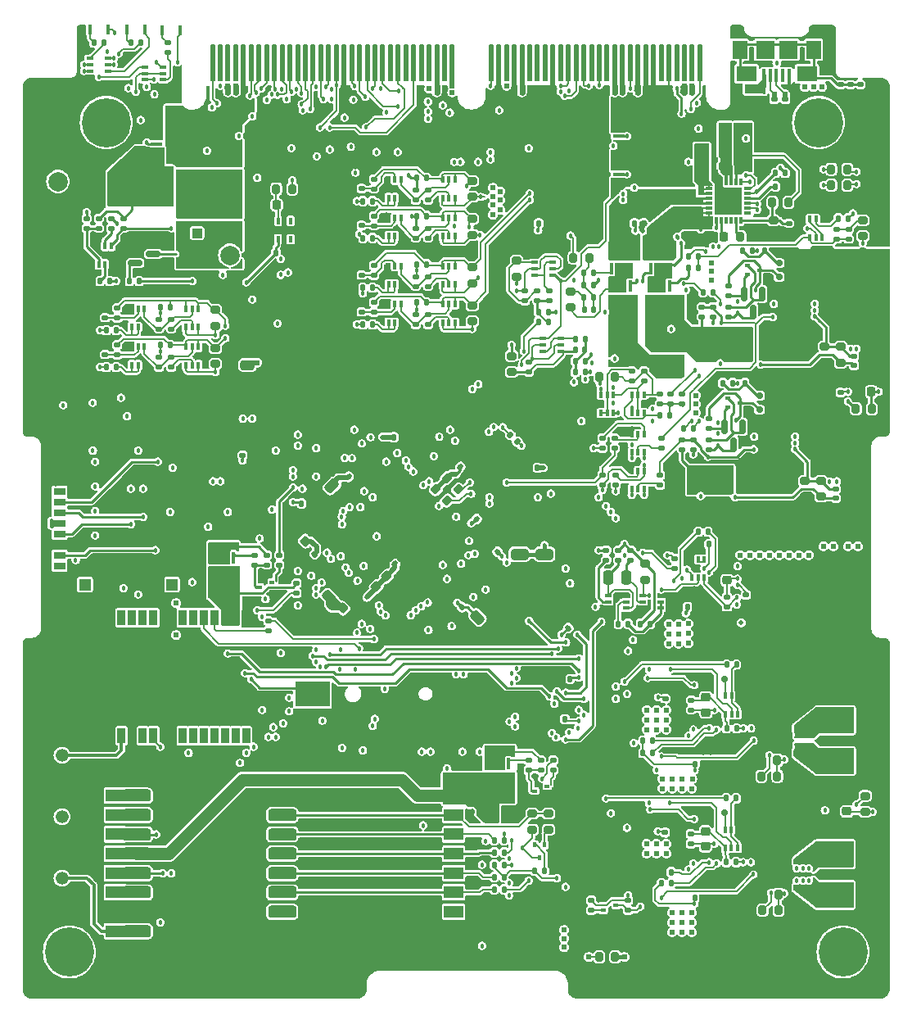
<source format=gbl>
G04 #@! TF.GenerationSoftware,KiCad,Pcbnew,7.0.1*
G04 #@! TF.CreationDate,2023-06-13T18:19:14-04:00*
G04 #@! TF.ProjectId,mainboard,6d61696e-626f-4617-9264-2e6b69636164,rev?*
G04 #@! TF.SameCoordinates,Original*
G04 #@! TF.FileFunction,Copper,L8,Bot*
G04 #@! TF.FilePolarity,Positive*
%FSLAX46Y46*%
G04 Gerber Fmt 4.6, Leading zero omitted, Abs format (unit mm)*
G04 Created by KiCad (PCBNEW 7.0.1) date 2023-06-13 18:19:14*
%MOMM*%
%LPD*%
G01*
G04 APERTURE LIST*
G04 Aperture macros list*
%AMRoundRect*
0 Rectangle with rounded corners*
0 $1 Rounding radius*
0 $2 $3 $4 $5 $6 $7 $8 $9 X,Y pos of 4 corners*
0 Add a 4 corners polygon primitive as box body*
4,1,4,$2,$3,$4,$5,$6,$7,$8,$9,$2,$3,0*
0 Add four circle primitives for the rounded corners*
1,1,$1+$1,$2,$3*
1,1,$1+$1,$4,$5*
1,1,$1+$1,$6,$7*
1,1,$1+$1,$8,$9*
0 Add four rect primitives between the rounded corners*
20,1,$1+$1,$2,$3,$4,$5,0*
20,1,$1+$1,$4,$5,$6,$7,0*
20,1,$1+$1,$6,$7,$8,$9,0*
20,1,$1+$1,$8,$9,$2,$3,0*%
%AMFreePoly0*
4,1,12,0.105238,2.379067,0.194454,2.319454,0.254067,2.230238,0.275000,2.125000,0.275000,-1.400000,-0.275000,-1.400000,-0.275000,2.125000,-0.254067,2.230238,-0.194454,2.319454,-0.105238,2.379067,0.000000,2.400000,0.105238,2.379067,0.105238,2.379067,$1*%
G04 Aperture macros list end*
G04 #@! TA.AperFunction,SMDPad,CuDef*
%ADD10RoundRect,0.200000X-0.200000X-0.275000X0.200000X-0.275000X0.200000X0.275000X-0.200000X0.275000X0*%
G04 #@! TD*
G04 #@! TA.AperFunction,SMDPad,CuDef*
%ADD11RoundRect,0.250000X-0.300000X0.300000X-0.300000X-0.300000X0.300000X-0.300000X0.300000X0.300000X0*%
G04 #@! TD*
G04 #@! TA.AperFunction,ComponentPad*
%ADD12C,2.006600*%
G04 #@! TD*
G04 #@! TA.AperFunction,SMDPad,CuDef*
%ADD13FreePoly0,0.000000*%
G04 #@! TD*
G04 #@! TA.AperFunction,ComponentPad*
%ADD14C,1.334000*%
G04 #@! TD*
G04 #@! TA.AperFunction,ComponentPad*
%ADD15C,1.268000*%
G04 #@! TD*
G04 #@! TA.AperFunction,ComponentPad*
%ADD16C,5.080000*%
G04 #@! TD*
G04 #@! TA.AperFunction,SMDPad,CuDef*
%ADD17R,0.812800X1.625600*%
G04 #@! TD*
G04 #@! TA.AperFunction,SMDPad,CuDef*
%ADD18RoundRect,0.135000X0.185000X-0.135000X0.185000X0.135000X-0.185000X0.135000X-0.185000X-0.135000X0*%
G04 #@! TD*
G04 #@! TA.AperFunction,SMDPad,CuDef*
%ADD19RoundRect,0.135000X0.135000X0.185000X-0.135000X0.185000X-0.135000X-0.185000X0.135000X-0.185000X0*%
G04 #@! TD*
G04 #@! TA.AperFunction,SMDPad,CuDef*
%ADD20RoundRect,0.140000X-0.021213X0.219203X-0.219203X0.021213X0.021213X-0.219203X0.219203X-0.021213X0*%
G04 #@! TD*
G04 #@! TA.AperFunction,SMDPad,CuDef*
%ADD21RoundRect,0.250000X-0.159099X0.512652X-0.512652X0.159099X0.159099X-0.512652X0.512652X-0.159099X0*%
G04 #@! TD*
G04 #@! TA.AperFunction,SMDPad,CuDef*
%ADD22R,0.750000X0.340000*%
G04 #@! TD*
G04 #@! TA.AperFunction,SMDPad,CuDef*
%ADD23R,0.400000X1.640000*%
G04 #@! TD*
G04 #@! TA.AperFunction,SMDPad,CuDef*
%ADD24R,1.150000X0.340000*%
G04 #@! TD*
G04 #@! TA.AperFunction,SMDPad,CuDef*
%ADD25R,0.850000X0.340000*%
G04 #@! TD*
G04 #@! TA.AperFunction,SMDPad,CuDef*
%ADD26R,1.760000X2.290000*%
G04 #@! TD*
G04 #@! TA.AperFunction,SMDPad,CuDef*
%ADD27RoundRect,0.135000X-0.135000X-0.185000X0.135000X-0.185000X0.135000X0.185000X-0.135000X0.185000X0*%
G04 #@! TD*
G04 #@! TA.AperFunction,SMDPad,CuDef*
%ADD28RoundRect,0.225000X0.335876X0.017678X0.017678X0.335876X-0.335876X-0.017678X-0.017678X-0.335876X0*%
G04 #@! TD*
G04 #@! TA.AperFunction,SMDPad,CuDef*
%ADD29RoundRect,0.225000X-0.017678X0.335876X-0.335876X0.017678X0.017678X-0.335876X0.335876X-0.017678X0*%
G04 #@! TD*
G04 #@! TA.AperFunction,SMDPad,CuDef*
%ADD30RoundRect,0.200000X-0.335876X-0.053033X-0.053033X-0.335876X0.335876X0.053033X0.053033X0.335876X0*%
G04 #@! TD*
G04 #@! TA.AperFunction,SMDPad,CuDef*
%ADD31R,0.800000X0.300000*%
G04 #@! TD*
G04 #@! TA.AperFunction,SMDPad,CuDef*
%ADD32R,0.300000X0.800000*%
G04 #@! TD*
G04 #@! TA.AperFunction,SMDPad,CuDef*
%ADD33R,2.800000X2.800000*%
G04 #@! TD*
G04 #@! TA.AperFunction,SMDPad,CuDef*
%ADD34RoundRect,0.200000X0.200000X0.275000X-0.200000X0.275000X-0.200000X-0.275000X0.200000X-0.275000X0*%
G04 #@! TD*
G04 #@! TA.AperFunction,SMDPad,CuDef*
%ADD35RoundRect,0.225000X0.225000X0.250000X-0.225000X0.250000X-0.225000X-0.250000X0.225000X-0.250000X0*%
G04 #@! TD*
G04 #@! TA.AperFunction,SMDPad,CuDef*
%ADD36RoundRect,0.250000X-0.475000X0.250000X-0.475000X-0.250000X0.475000X-0.250000X0.475000X0.250000X0*%
G04 #@! TD*
G04 #@! TA.AperFunction,SMDPad,CuDef*
%ADD37RoundRect,0.250000X-0.250000X-0.475000X0.250000X-0.475000X0.250000X0.475000X-0.250000X0.475000X0*%
G04 #@! TD*
G04 #@! TA.AperFunction,SMDPad,CuDef*
%ADD38RoundRect,0.200000X0.275000X-0.200000X0.275000X0.200000X-0.275000X0.200000X-0.275000X-0.200000X0*%
G04 #@! TD*
G04 #@! TA.AperFunction,SMDPad,CuDef*
%ADD39RoundRect,0.250000X0.475000X-0.250000X0.475000X0.250000X-0.475000X0.250000X-0.475000X-0.250000X0*%
G04 #@! TD*
G04 #@! TA.AperFunction,SMDPad,CuDef*
%ADD40RoundRect,0.135000X-0.226274X-0.035355X-0.035355X-0.226274X0.226274X0.035355X0.035355X0.226274X0*%
G04 #@! TD*
G04 #@! TA.AperFunction,SMDPad,CuDef*
%ADD41RoundRect,0.140000X0.140000X0.170000X-0.140000X0.170000X-0.140000X-0.170000X0.140000X-0.170000X0*%
G04 #@! TD*
G04 #@! TA.AperFunction,SMDPad,CuDef*
%ADD42RoundRect,0.250000X0.250000X1.100000X-0.250000X1.100000X-0.250000X-1.100000X0.250000X-1.100000X0*%
G04 #@! TD*
G04 #@! TA.AperFunction,SMDPad,CuDef*
%ADD43RoundRect,0.150000X-0.587500X-0.150000X0.587500X-0.150000X0.587500X0.150000X-0.587500X0.150000X0*%
G04 #@! TD*
G04 #@! TA.AperFunction,SMDPad,CuDef*
%ADD44RoundRect,0.250000X0.159099X-0.512652X0.512652X-0.159099X-0.159099X0.512652X-0.512652X0.159099X0*%
G04 #@! TD*
G04 #@! TA.AperFunction,SMDPad,CuDef*
%ADD45RoundRect,0.140000X-0.170000X0.140000X-0.170000X-0.140000X0.170000X-0.140000X0.170000X0.140000X0*%
G04 #@! TD*
G04 #@! TA.AperFunction,SMDPad,CuDef*
%ADD46R,0.370000X1.000000*%
G04 #@! TD*
G04 #@! TA.AperFunction,SMDPad,CuDef*
%ADD47RoundRect,0.135000X-0.185000X0.135000X-0.185000X-0.135000X0.185000X-0.135000X0.185000X0.135000X0*%
G04 #@! TD*
G04 #@! TA.AperFunction,SMDPad,CuDef*
%ADD48RoundRect,0.140000X0.219203X0.021213X0.021213X0.219203X-0.219203X-0.021213X-0.021213X-0.219203X0*%
G04 #@! TD*
G04 #@! TA.AperFunction,SMDPad,CuDef*
%ADD49RoundRect,0.140000X-0.219203X-0.021213X-0.021213X-0.219203X0.219203X0.021213X0.021213X0.219203X0*%
G04 #@! TD*
G04 #@! TA.AperFunction,SMDPad,CuDef*
%ADD50RoundRect,0.140000X-0.140000X-0.170000X0.140000X-0.170000X0.140000X0.170000X-0.140000X0.170000X0*%
G04 #@! TD*
G04 #@! TA.AperFunction,SMDPad,CuDef*
%ADD51RoundRect,0.140000X0.170000X-0.140000X0.170000X0.140000X-0.170000X0.140000X-0.170000X-0.140000X0*%
G04 #@! TD*
G04 #@! TA.AperFunction,SMDPad,CuDef*
%ADD52RoundRect,0.250000X-0.650000X0.325000X-0.650000X-0.325000X0.650000X-0.325000X0.650000X0.325000X0*%
G04 #@! TD*
G04 #@! TA.AperFunction,SMDPad,CuDef*
%ADD53RoundRect,0.250000X0.250000X0.475000X-0.250000X0.475000X-0.250000X-0.475000X0.250000X-0.475000X0*%
G04 #@! TD*
G04 #@! TA.AperFunction,SMDPad,CuDef*
%ADD54R,0.650000X0.400000*%
G04 #@! TD*
G04 #@! TA.AperFunction,SMDPad,CuDef*
%ADD55RoundRect,0.200000X-0.275000X0.200000X-0.275000X-0.200000X0.275000X-0.200000X0.275000X0.200000X0*%
G04 #@! TD*
G04 #@! TA.AperFunction,SMDPad,CuDef*
%ADD56RoundRect,0.225000X0.250000X-0.225000X0.250000X0.225000X-0.250000X0.225000X-0.250000X-0.225000X0*%
G04 #@! TD*
G04 #@! TA.AperFunction,SMDPad,CuDef*
%ADD57RoundRect,0.140000X0.021213X-0.219203X0.219203X-0.021213X-0.021213X0.219203X-0.219203X0.021213X0*%
G04 #@! TD*
G04 #@! TA.AperFunction,SMDPad,CuDef*
%ADD58R,0.400000X0.650000*%
G04 #@! TD*
G04 #@! TA.AperFunction,SMDPad,CuDef*
%ADD59R,3.600000X2.600000*%
G04 #@! TD*
G04 #@! TA.AperFunction,SMDPad,CuDef*
%ADD60R,1.240000X0.800000*%
G04 #@! TD*
G04 #@! TA.AperFunction,SMDPad,CuDef*
%ADD61R,1.200000X1.160000*%
G04 #@! TD*
G04 #@! TA.AperFunction,SMDPad,CuDef*
%ADD62R,2.500000X0.950000*%
G04 #@! TD*
G04 #@! TA.AperFunction,SMDPad,CuDef*
%ADD63R,2.200000X1.150000*%
G04 #@! TD*
G04 #@! TA.AperFunction,SMDPad,CuDef*
%ADD64R,1.150000X1.500000*%
G04 #@! TD*
G04 #@! TA.AperFunction,SMDPad,CuDef*
%ADD65R,1.250000X1.160000*%
G04 #@! TD*
G04 #@! TA.AperFunction,SMDPad,CuDef*
%ADD66RoundRect,0.150000X-0.150000X-0.200000X0.150000X-0.200000X0.150000X0.200000X-0.150000X0.200000X0*%
G04 #@! TD*
G04 #@! TA.AperFunction,SMDPad,CuDef*
%ADD67R,0.340000X0.750000*%
G04 #@! TD*
G04 #@! TA.AperFunction,SMDPad,CuDef*
%ADD68R,1.640000X0.400000*%
G04 #@! TD*
G04 #@! TA.AperFunction,SMDPad,CuDef*
%ADD69R,0.340000X1.150000*%
G04 #@! TD*
G04 #@! TA.AperFunction,SMDPad,CuDef*
%ADD70R,0.340000X0.850000*%
G04 #@! TD*
G04 #@! TA.AperFunction,SMDPad,CuDef*
%ADD71R,2.290000X1.760000*%
G04 #@! TD*
G04 #@! TA.AperFunction,SMDPad,CuDef*
%ADD72RoundRect,0.147500X-0.172500X0.147500X-0.172500X-0.147500X0.172500X-0.147500X0.172500X0.147500X0*%
G04 #@! TD*
G04 #@! TA.AperFunction,SMDPad,CuDef*
%ADD73RoundRect,0.317500X1.157500X0.317500X-1.157500X0.317500X-1.157500X-0.317500X1.157500X-0.317500X0*%
G04 #@! TD*
G04 #@! TA.AperFunction,SMDPad,CuDef*
%ADD74R,0.510000X0.400000*%
G04 #@! TD*
G04 #@! TA.AperFunction,SMDPad,CuDef*
%ADD75RoundRect,0.101500X0.101500X0.571500X-0.101500X0.571500X-0.101500X-0.571500X0.101500X-0.571500X0*%
G04 #@! TD*
G04 #@! TA.AperFunction,SMDPad,CuDef*
%ADD76R,0.406000X1.346000*%
G04 #@! TD*
G04 #@! TA.AperFunction,SMDPad,CuDef*
%ADD77R,1.500000X1.905000*%
G04 #@! TD*
G04 #@! TA.AperFunction,SMDPad,CuDef*
%ADD78R,2.108000X1.600000*%
G04 #@! TD*
G04 #@! TA.AperFunction,SMDPad,CuDef*
%ADD79R,1.905000X1.905000*%
G04 #@! TD*
G04 #@! TA.AperFunction,SMDPad,CuDef*
%ADD80R,2.000000X1.300000*%
G04 #@! TD*
G04 #@! TA.AperFunction,SMDPad,CuDef*
%ADD81R,5.699999X4.800001*%
G04 #@! TD*
G04 #@! TA.AperFunction,SMDPad,CuDef*
%ADD82RoundRect,0.150000X-0.150000X0.587500X-0.150000X-0.587500X0.150000X-0.587500X0.150000X0.587500X0*%
G04 #@! TD*
G04 #@! TA.AperFunction,SMDPad,CuDef*
%ADD83RoundRect,0.225000X-0.225000X-0.250000X0.225000X-0.250000X0.225000X0.250000X-0.225000X0.250000X0*%
G04 #@! TD*
G04 #@! TA.AperFunction,SMDPad,CuDef*
%ADD84RoundRect,0.250000X-0.787500X-1.025000X0.787500X-1.025000X0.787500X1.025000X-0.787500X1.025000X0*%
G04 #@! TD*
G04 #@! TA.AperFunction,SMDPad,CuDef*
%ADD85RoundRect,0.093750X0.106250X-0.093750X0.106250X0.093750X-0.106250X0.093750X-0.106250X-0.093750X0*%
G04 #@! TD*
G04 #@! TA.AperFunction,SMDPad,CuDef*
%ADD86R,1.600000X1.000000*%
G04 #@! TD*
G04 #@! TA.AperFunction,SMDPad,CuDef*
%ADD87RoundRect,0.250000X-0.512652X-0.159099X-0.159099X-0.512652X0.512652X0.159099X0.159099X0.512652X0*%
G04 #@! TD*
G04 #@! TA.AperFunction,SMDPad,CuDef*
%ADD88R,0.400000X0.510000*%
G04 #@! TD*
G04 #@! TA.AperFunction,SMDPad,CuDef*
%ADD89RoundRect,0.150000X-0.200000X0.150000X-0.200000X-0.150000X0.200000X-0.150000X0.200000X0.150000X0*%
G04 #@! TD*
G04 #@! TA.AperFunction,ViaPad*
%ADD90C,0.609600*%
G04 #@! TD*
G04 #@! TA.AperFunction,ViaPad*
%ADD91C,0.457200*%
G04 #@! TD*
G04 #@! TA.AperFunction,ViaPad*
%ADD92C,0.508000*%
G04 #@! TD*
G04 #@! TA.AperFunction,Conductor*
%ADD93C,0.203200*%
G04 #@! TD*
G04 #@! TA.AperFunction,Conductor*
%ADD94C,0.381000*%
G04 #@! TD*
G04 #@! TA.AperFunction,Conductor*
%ADD95C,0.609600*%
G04 #@! TD*
G04 #@! TA.AperFunction,Conductor*
%ADD96C,0.508000*%
G04 #@! TD*
G04 #@! TA.AperFunction,Conductor*
%ADD97C,0.254000*%
G04 #@! TD*
G04 #@! TA.AperFunction,Conductor*
%ADD98C,0.293370*%
G04 #@! TD*
G04 #@! TA.AperFunction,Conductor*
%ADD99C,0.457200*%
G04 #@! TD*
G04 #@! TA.AperFunction,Conductor*
%ADD100C,0.330200*%
G04 #@! TD*
G04 #@! TA.AperFunction,Conductor*
%ADD101C,1.270000*%
G04 #@! TD*
G04 #@! TA.AperFunction,Conductor*
%ADD102C,0.300000*%
G04 #@! TD*
G04 #@! TA.AperFunction,Conductor*
%ADD103C,0.279400*%
G04 #@! TD*
G04 APERTURE END LIST*
D10*
X110681000Y-147828000D03*
X112331000Y-147828000D03*
D11*
X69088000Y-70228000D03*
X69088000Y-73028000D03*
D12*
X72478900Y-67691000D03*
X72478900Y-75311000D03*
X62318900Y-67691000D03*
X54698900Y-75311000D03*
X54698900Y-67691000D03*
D13*
X70683811Y-55837160D03*
X71483811Y-55837160D03*
X72283811Y-55837160D03*
X73083811Y-55837160D03*
X73883811Y-55837160D03*
X74683811Y-55837160D03*
X75483811Y-55837160D03*
X76283811Y-55837160D03*
X77083811Y-55837160D03*
X77883811Y-55837160D03*
X78683811Y-55837160D03*
X79483811Y-55837160D03*
X80283811Y-55837160D03*
X81083811Y-55837160D03*
X81883811Y-55837160D03*
X82683811Y-55837160D03*
X83483811Y-55837160D03*
X84283811Y-55837160D03*
X85083811Y-55837160D03*
X85883811Y-55837160D03*
X86683811Y-55837160D03*
X87483811Y-55837160D03*
X88283811Y-55837160D03*
X89083811Y-55837160D03*
X89883811Y-55837160D03*
X90683811Y-55837160D03*
X91483811Y-55837160D03*
X92283811Y-55837160D03*
X93083811Y-55837160D03*
X93883811Y-55837160D03*
X94683811Y-55837160D03*
X95483811Y-55837160D03*
X99483811Y-55837160D03*
X100283811Y-55837160D03*
X101083811Y-55837160D03*
X101883811Y-55837160D03*
X102683811Y-55837160D03*
X103483811Y-55837160D03*
X104283811Y-55837160D03*
X105083811Y-55837160D03*
X105883811Y-55837160D03*
X106683811Y-55837160D03*
X107483811Y-55837160D03*
X108283811Y-55837160D03*
X109083811Y-55837160D03*
X109883811Y-55837160D03*
X110683811Y-55837160D03*
X111483811Y-55837160D03*
X112283811Y-55837160D03*
X113083811Y-55837160D03*
X113883811Y-55837160D03*
X114683811Y-55837160D03*
X115483811Y-55837160D03*
X116283811Y-55837160D03*
X117083811Y-55837160D03*
X117883811Y-55837160D03*
X118683811Y-55837160D03*
X119483811Y-55837160D03*
X120283811Y-55837160D03*
X121083811Y-55837160D03*
D14*
X55118000Y-139700000D03*
D15*
X53848000Y-140970000D03*
X56388000Y-140970000D03*
X53848000Y-138430000D03*
X56388000Y-138430000D03*
D16*
X135890000Y-147320000D03*
D14*
X55118000Y-133350000D03*
D15*
X53848000Y-134620000D03*
X56388000Y-134620000D03*
X53848000Y-132080000D03*
X56388000Y-132080000D03*
D16*
X133350000Y-61595000D03*
X59690000Y-61595000D03*
D14*
X55118000Y-127000000D03*
D15*
X53848000Y-128270000D03*
X56388000Y-128270000D03*
X53848000Y-125730000D03*
X56388000Y-125730000D03*
D16*
X55880000Y-147320000D03*
D17*
X74168000Y-124976000D03*
X73068000Y-124976000D03*
X71968000Y-124976000D03*
X70868000Y-124976000D03*
X69768000Y-124976000D03*
X68668000Y-124976000D03*
X67568000Y-124976000D03*
X64568000Y-124976000D03*
X63468000Y-124976000D03*
X62368000Y-124976000D03*
X61268000Y-124976000D03*
X60168000Y-124976000D03*
X60168000Y-112776000D03*
X61268000Y-112776000D03*
X62368000Y-112776000D03*
X63468000Y-112776000D03*
X64568000Y-112776000D03*
X67568000Y-112776000D03*
X68668000Y-112776000D03*
X69768000Y-112776000D03*
X70868000Y-112776000D03*
X71968000Y-112776000D03*
X73068000Y-112776000D03*
X74168000Y-112776000D03*
D18*
X61468000Y-72519000D03*
X61468000Y-71499000D03*
D19*
X63121000Y-77978000D03*
X62101000Y-77978000D03*
D20*
X100161411Y-105959589D03*
X99482589Y-106638411D03*
D21*
X98080751Y-112739249D03*
X96737249Y-114082751D03*
D22*
X64696000Y-65745000D03*
X64696000Y-65095000D03*
D23*
X65271000Y-65095000D03*
D22*
X64696000Y-64445000D03*
D24*
X64896000Y-63795000D03*
D25*
X68096000Y-65745000D03*
X68096000Y-65105000D03*
D26*
X66791000Y-64770000D03*
D25*
X68096000Y-64445000D03*
X68096000Y-63795000D03*
D18*
X57658000Y-72519000D03*
X57658000Y-71499000D03*
X58928000Y-72519000D03*
X58928000Y-71499000D03*
D27*
X79881000Y-100965000D03*
X80901000Y-100965000D03*
D28*
X87608378Y-109575638D03*
X86512362Y-108479622D03*
D20*
X96478411Y-111674589D03*
X95799589Y-112353411D03*
D29*
X85257008Y-110703992D03*
X84160992Y-111800008D03*
D30*
X94920637Y-98349637D03*
X96087363Y-99516363D03*
D31*
X126038498Y-68443105D03*
X126038498Y-68943105D03*
X126038498Y-69443105D03*
X126038498Y-69943105D03*
X126038498Y-70443105D03*
X126038498Y-70943105D03*
D32*
X125288498Y-71693105D03*
X124788498Y-71693105D03*
X124288498Y-71693105D03*
X123788498Y-71693105D03*
X123288498Y-71693105D03*
X122788498Y-71693105D03*
D31*
X122038498Y-70943105D03*
X122038498Y-70443105D03*
X122038498Y-69943105D03*
X122038498Y-69443105D03*
X122038498Y-68943105D03*
X122038498Y-68443105D03*
D32*
X122788498Y-67693105D03*
X123288498Y-67693105D03*
X123788498Y-67693105D03*
X124288498Y-67693105D03*
X124788498Y-67693105D03*
X125288498Y-67693105D03*
D33*
X124038498Y-69693105D03*
D34*
X126936000Y-73406000D03*
X125286000Y-73406000D03*
D35*
X123584000Y-73406000D03*
X122034000Y-73406000D03*
D36*
X119380000Y-67376000D03*
X119380000Y-69276000D03*
D37*
X121836002Y-62447895D03*
X123736002Y-62447895D03*
D38*
X128684000Y-73342000D03*
X128684000Y-71692000D03*
D35*
X127267000Y-65972000D03*
X125717000Y-65972000D03*
D34*
X130238000Y-69850000D03*
X128588000Y-69850000D03*
D39*
X120109000Y-73385000D03*
X120109000Y-71485000D03*
D40*
X101493376Y-93873376D03*
X102214624Y-94594624D03*
D41*
X104280000Y-97282000D03*
X103320000Y-97282000D03*
D28*
X88686008Y-108498008D03*
X87589992Y-107401992D03*
D18*
X130302000Y-73027000D03*
X130302000Y-72007000D03*
D36*
X117348000Y-67376000D03*
X117348000Y-69276000D03*
D42*
X123755000Y-65278000D03*
X121355000Y-65278000D03*
D30*
X93777637Y-99492637D03*
X94944363Y-100659363D03*
D43*
X62689500Y-76134000D03*
X62689500Y-74234000D03*
X64564500Y-75184000D03*
D27*
X59053000Y-77978000D03*
X60073000Y-77978000D03*
D44*
X82767249Y-110653751D03*
X84110751Y-109310249D03*
D18*
X79375000Y-110238000D03*
X79375000Y-109218000D03*
X60198000Y-72519000D03*
X60198000Y-71499000D03*
D45*
X135636000Y-57686000D03*
X135636000Y-58646000D03*
X136652000Y-57686000D03*
X136652000Y-58646000D03*
D46*
X58023779Y-52024285D03*
X59883779Y-52024285D03*
X63683771Y-52024285D03*
X61823771Y-52024285D03*
X67351000Y-52070000D03*
X65491000Y-52070000D03*
D47*
X137668000Y-57656000D03*
X137668000Y-58676000D03*
D19*
X59438000Y-53340000D03*
X58418000Y-53340000D03*
X63248000Y-53340000D03*
X62228000Y-53340000D03*
D18*
X66040000Y-54358000D03*
X66040000Y-53338000D03*
D48*
X98002411Y-102574411D03*
X97323589Y-101895589D03*
D49*
X96307589Y-97196589D03*
X96986411Y-97875411D03*
D50*
X89436000Y-94107000D03*
X90396000Y-94107000D03*
D49*
X84750589Y-98212589D03*
X85429411Y-98891411D03*
D20*
X81238411Y-106213589D03*
X80559589Y-106892411D03*
D48*
X89555043Y-107211779D03*
X88876221Y-106532957D03*
D47*
X87376001Y-80179000D03*
X87376001Y-81199000D03*
D51*
X59563000Y-85570002D03*
X59563000Y-84610002D03*
D50*
X120551000Y-141728000D03*
X121511000Y-141728000D03*
D38*
X133604000Y-100266000D03*
X133604000Y-98616000D03*
D10*
X127445000Y-129159000D03*
X129095000Y-129159000D03*
D52*
X102429000Y-106221000D03*
X102429000Y-109171000D03*
D53*
X101280000Y-133096000D03*
X99380000Y-133096000D03*
D54*
X105852000Y-76058000D03*
X105852000Y-76708000D03*
X105852000Y-77358000D03*
X103952000Y-77358000D03*
X103952000Y-76708000D03*
X103952000Y-76058000D03*
D51*
X86106000Y-72235000D03*
X86106000Y-71275000D03*
D18*
X105918000Y-128526000D03*
X105918000Y-127506000D03*
D54*
X65593000Y-55865000D03*
X65593000Y-56515000D03*
X65593000Y-57165000D03*
X63693000Y-57165000D03*
X63693000Y-56515000D03*
X63693000Y-55865000D03*
D47*
X116967000Y-98042000D03*
X116967000Y-99062000D03*
X87376000Y-67435000D03*
X87376000Y-68455000D03*
D50*
X104422000Y-72009000D03*
X105382000Y-72009000D03*
D18*
X110998000Y-99062000D03*
X110998000Y-98042000D03*
X124079000Y-79504000D03*
X124079000Y-78484000D03*
X66421001Y-82933001D03*
X66421001Y-81913001D03*
D55*
X107696000Y-79058000D03*
X107696000Y-80708000D03*
D45*
X117499602Y-120170000D03*
X117499602Y-121130000D03*
D56*
X123890000Y-108920000D03*
X123890000Y-107370000D03*
D57*
X107483589Y-113839411D03*
X108162411Y-113160589D03*
D58*
X95773000Y-69403001D03*
X95123000Y-69403001D03*
X94473000Y-69403001D03*
X94473000Y-67503001D03*
X95123000Y-67503001D03*
X95773000Y-67503001D03*
D19*
X122430000Y-79121000D03*
X121410000Y-79121000D03*
D55*
X103759000Y-133033000D03*
X103759000Y-134683000D03*
D59*
X81026000Y-120650000D03*
X96816000Y-120650000D03*
D27*
X114943000Y-113411000D03*
X115963000Y-113411000D03*
D60*
X54859000Y-99716000D03*
X54859000Y-100816000D03*
X54859000Y-101916000D03*
X54859000Y-103016000D03*
X54859000Y-104116000D03*
X54859000Y-105216000D03*
X54859000Y-106316000D03*
X54859000Y-107416000D03*
D61*
X66489000Y-109356000D03*
D62*
X55489000Y-95371000D03*
D63*
X55339000Y-109761000D03*
X66819000Y-95471000D03*
D64*
X67614000Y-99776000D03*
X67614000Y-107556000D03*
D65*
X57489000Y-109356000D03*
D66*
X125033000Y-132965000D03*
X123633000Y-132965000D03*
D18*
X111389000Y-106809000D03*
X111389000Y-105789000D03*
D27*
X123823000Y-138045000D03*
X124843000Y-138045000D03*
D67*
X115992000Y-78274000D03*
X116642000Y-78274000D03*
D68*
X116642000Y-78849000D03*
D67*
X117292000Y-78274000D03*
D69*
X117942000Y-78474000D03*
D70*
X115992000Y-81674000D03*
X116632000Y-81674000D03*
D71*
X116967000Y-80369000D03*
D70*
X117292000Y-81674000D03*
X117942000Y-81674000D03*
D34*
X129222000Y-141351000D03*
X127572000Y-141351000D03*
D72*
X128778000Y-59205000D03*
X128778000Y-60175000D03*
D27*
X115187000Y-125475999D03*
X116207000Y-125475999D03*
X120988000Y-105156000D03*
X122008000Y-105156000D03*
D73*
X77883000Y-131176000D03*
X77883000Y-133176000D03*
X77883000Y-135176000D03*
X77883000Y-137176000D03*
X77883000Y-139176000D03*
X77883000Y-141176000D03*
X77883000Y-143176000D03*
X77883000Y-145176000D03*
X62833000Y-145176000D03*
X62833000Y-143176000D03*
X62833000Y-141176000D03*
X62833000Y-139176000D03*
X62833000Y-137176000D03*
X62833000Y-135176000D03*
X62833000Y-133176000D03*
X62833000Y-131176000D03*
D27*
X86231001Y-82467000D03*
X87251001Y-82467000D03*
D47*
X76327000Y-106297000D03*
X76327000Y-107317000D03*
X60833000Y-84580002D03*
X60833000Y-85600002D03*
D22*
X112876000Y-64997000D03*
X112876000Y-65647000D03*
D23*
X112301000Y-65647000D03*
D22*
X112876000Y-66297000D03*
D24*
X112676000Y-66947000D03*
D25*
X109476000Y-64997000D03*
X109476000Y-65637000D03*
D26*
X110781000Y-65972000D03*
D25*
X109476000Y-66297000D03*
X109476000Y-66947000D03*
D27*
X59688000Y-86868002D03*
X60708000Y-86868002D03*
D45*
X117475000Y-134009000D03*
X117475000Y-134969000D03*
D47*
X105537000Y-78991999D03*
X105537000Y-80011999D03*
D19*
X105414000Y-82171000D03*
X104394000Y-82171000D03*
D10*
X137224000Y-91186000D03*
X138874000Y-91186000D03*
D18*
X92964001Y-78532000D03*
X92964001Y-77512000D03*
D74*
X76845000Y-109101000D03*
X76845000Y-110101000D03*
X75555000Y-109601000D03*
D58*
X90185001Y-82274000D03*
X89535001Y-82274000D03*
X88885001Y-82274000D03*
X88885001Y-80374000D03*
X89535001Y-80374000D03*
X90185001Y-80374000D03*
D72*
X129921000Y-59205000D03*
X129921000Y-60175000D03*
D75*
X127708784Y-56741171D03*
D76*
X128358784Y-56741171D03*
X129008784Y-56741171D03*
X129658784Y-56741171D03*
X130308784Y-56741171D03*
D77*
X125207784Y-54074171D03*
D78*
X125909784Y-56574171D03*
D79*
X127833784Y-54074171D03*
X130233784Y-54074171D03*
D78*
X132157784Y-56574171D03*
D77*
X132859784Y-54074171D03*
D27*
X116965000Y-91821000D03*
X117985000Y-91821000D03*
D56*
X136271000Y-132792000D03*
X136271000Y-131242000D03*
D80*
X60632000Y-145168000D03*
X60632000Y-143168000D03*
X60632000Y-141168000D03*
X60632000Y-139168000D03*
X60632000Y-137168000D03*
X60632000Y-135168000D03*
X60632000Y-133168000D03*
X60632000Y-131168000D03*
X95632000Y-131168000D03*
X95632000Y-133168000D03*
X95632000Y-135168000D03*
X95632000Y-137168000D03*
X95632000Y-139168000D03*
X95632000Y-141168000D03*
X95632000Y-143168000D03*
X95632000Y-145168000D03*
D81*
X72199500Y-139918000D03*
D50*
X109121000Y-80899000D03*
X110081000Y-80899000D03*
D58*
X114031000Y-97602000D03*
X114681000Y-97602000D03*
X115331000Y-97602000D03*
X115331000Y-99502000D03*
X114681000Y-99502000D03*
X114031000Y-99502000D03*
D47*
X87376000Y-71245000D03*
X87376000Y-72265000D03*
D27*
X108201999Y-83947000D03*
X109221999Y-83947000D03*
D58*
X114031000Y-93792000D03*
X114681000Y-93792000D03*
X115331000Y-93792000D03*
X115331000Y-95692000D03*
X114681000Y-95692000D03*
X114031000Y-95692000D03*
D18*
X103378000Y-87377999D03*
X103378000Y-86357999D03*
D38*
X102108000Y-77533000D03*
X102108000Y-75883000D03*
D19*
X100840000Y-139573000D03*
X99820000Y-139573000D03*
D58*
X90185000Y-69403000D03*
X89535000Y-69403000D03*
X88885000Y-69403000D03*
X88885000Y-67503000D03*
X89535000Y-67503000D03*
X90185000Y-67503000D03*
D82*
X123637000Y-93042500D03*
X125537000Y-93042500D03*
X124587000Y-94917500D03*
D55*
X133985000Y-84773000D03*
X133985000Y-86423000D03*
D18*
X66421000Y-86870000D03*
X66421000Y-85850000D03*
D74*
X111115000Y-142994000D03*
X111115000Y-141994000D03*
X112405000Y-142494000D03*
D51*
X86106000Y-77359000D03*
X86106000Y-76399000D03*
D18*
X120396000Y-95381000D03*
X120396000Y-94361000D03*
D47*
X112659000Y-105789000D03*
X112659000Y-106809000D03*
X91693999Y-68578000D03*
X91693999Y-69598000D03*
D55*
X115453000Y-107189000D03*
X115453000Y-108839000D03*
D27*
X108202001Y-87376000D03*
X109222001Y-87376000D03*
D47*
X91694000Y-81449001D03*
X91694000Y-82469001D03*
D55*
X101600000Y-85726000D03*
X101600000Y-87376000D03*
D58*
X112156000Y-91628000D03*
X111506000Y-91628000D03*
X110856000Y-91628000D03*
X110856000Y-89728000D03*
X111506000Y-89728000D03*
X112156000Y-89728000D03*
D19*
X124462000Y-88519000D03*
X123442000Y-88519000D03*
X120906001Y-75438000D03*
X119886001Y-75438000D03*
D27*
X91819001Y-76244000D03*
X92839001Y-76244000D03*
D47*
X91694000Y-77512000D03*
X91694000Y-78532000D03*
D55*
X137922000Y-71692000D03*
X137922000Y-73342000D03*
D47*
X60833000Y-80770000D03*
X60833000Y-81790000D03*
D54*
X117038000Y-110475000D03*
X117038000Y-111125000D03*
X117038000Y-111775000D03*
X115138000Y-111775000D03*
X115138000Y-111125000D03*
X115138000Y-110475000D03*
D55*
X131953000Y-98616000D03*
X131953000Y-100266000D03*
D83*
X77330000Y-70104000D03*
X78880000Y-70104000D03*
D84*
X125284500Y-84836000D03*
X131509500Y-84836000D03*
D56*
X121666000Y-136407000D03*
X121666000Y-134857000D03*
D10*
X127572000Y-143002000D03*
X129222000Y-143002000D03*
D19*
X120398000Y-93218000D03*
X119378000Y-93218000D03*
D34*
X112331000Y-87884000D03*
X110681000Y-87884000D03*
D47*
X115316000Y-87247001D03*
X115316000Y-88267001D03*
D27*
X86231000Y-69723000D03*
X87251000Y-69723000D03*
D19*
X100840000Y-140843000D03*
X99820000Y-140843000D03*
D55*
X97535999Y-71565000D03*
X97535999Y-73215000D03*
X70993000Y-80963000D03*
X70993000Y-82613000D03*
D51*
X125866000Y-111375000D03*
X125866000Y-110415000D03*
D27*
X109091000Y-78359000D03*
X110111000Y-78359000D03*
D18*
X92964000Y-69598000D03*
X92964000Y-68578000D03*
D45*
X135255000Y-72674000D03*
X135255000Y-73634000D03*
D85*
X127396000Y-60196500D03*
X126746000Y-60196500D03*
X126096000Y-60196500D03*
X126096000Y-58421500D03*
X126746000Y-58421500D03*
X127396000Y-58421500D03*
D86*
X126746000Y-59309000D03*
D51*
X86106000Y-68425000D03*
X86106000Y-67465000D03*
D58*
X90185001Y-78337000D03*
X89535001Y-78337000D03*
X88885001Y-78337000D03*
X88885001Y-76437000D03*
X89535001Y-76437000D03*
X90185001Y-76437000D03*
D55*
X70992999Y-84900002D03*
X70992999Y-86550002D03*
D67*
X70907000Y-106352000D03*
X71557000Y-106352000D03*
D68*
X71557000Y-106927000D03*
D67*
X72207000Y-106352000D03*
D69*
X72857000Y-106552000D03*
D70*
X70907000Y-109752000D03*
X71547000Y-109752000D03*
D71*
X71882000Y-108447000D03*
D70*
X72207000Y-109752000D03*
X72857000Y-109752000D03*
D19*
X100840000Y-138303000D03*
X99820000Y-138303000D03*
D18*
X110998000Y-95252000D03*
X110998000Y-94232000D03*
X118080000Y-90650000D03*
X118080000Y-89630000D03*
D27*
X91819001Y-80181000D03*
X92839001Y-80181000D03*
D39*
X74295000Y-86675000D03*
X74295000Y-84775000D03*
D27*
X117092000Y-139065000D03*
X118112000Y-139065000D03*
X115187000Y-126746000D03*
X116207000Y-126746000D03*
D18*
X77597000Y-107317000D03*
X77597000Y-106297000D03*
D37*
X111582000Y-108585000D03*
X113482000Y-108585000D03*
D47*
X76454000Y-113092000D03*
X76454000Y-114112000D03*
D55*
X97536000Y-67628000D03*
X97536000Y-69278000D03*
D58*
X63641999Y-86675000D03*
X62991999Y-86675000D03*
X62341999Y-86675000D03*
X62341999Y-84775000D03*
X62991999Y-84775000D03*
X63641999Y-84775000D03*
D74*
X125974000Y-77335000D03*
X125974000Y-76335000D03*
X127264000Y-76835000D03*
D27*
X123847602Y-124206000D03*
X124867602Y-124206000D03*
D87*
X83021249Y-99150249D03*
X84364751Y-100493751D03*
D58*
X95773001Y-82274000D03*
X95123001Y-82274000D03*
X94473001Y-82274000D03*
X94473001Y-80374000D03*
X95123001Y-80374000D03*
X95773001Y-80374000D03*
D27*
X127760000Y-74803000D03*
X128780000Y-74803000D03*
D51*
X135636000Y-89507000D03*
X135636000Y-88547000D03*
D18*
X112395000Y-99062000D03*
X112395000Y-98042000D03*
D38*
X105409999Y-134683000D03*
X105409999Y-133033000D03*
D27*
X128903000Y-66802000D03*
X129923000Y-66802000D03*
X117092000Y-140208000D03*
X118112000Y-140208000D03*
D47*
X118491000Y-106678000D03*
X118491000Y-107698000D03*
X91693999Y-72515001D03*
X91693999Y-73535001D03*
D58*
X115331000Y-91628000D03*
X114681000Y-91628000D03*
X114031000Y-91628000D03*
X114031000Y-89728000D03*
X114681000Y-89728000D03*
X115331000Y-89728000D03*
D18*
X119253000Y-95379000D03*
X119253000Y-94359000D03*
D88*
X104021000Y-136261000D03*
X105021000Y-136261000D03*
X104521000Y-137551000D03*
D82*
X125669000Y-79326500D03*
X127569000Y-79326500D03*
X126619000Y-81201500D03*
D29*
X80304008Y-104861992D03*
X79207992Y-105958008D03*
D27*
X123823000Y-131441000D03*
X124843000Y-131441000D03*
D67*
X113878000Y-76898000D03*
X113228000Y-76898000D03*
D68*
X113228000Y-76323000D03*
D67*
X112578000Y-76898000D03*
D69*
X111928000Y-76698000D03*
D70*
X113878000Y-73498000D03*
X113238000Y-73498000D03*
D71*
X112903000Y-74803000D03*
D70*
X112578000Y-73498000D03*
X111928000Y-73498000D03*
D10*
X108014000Y-75565000D03*
X109664000Y-75565000D03*
D27*
X125728000Y-88519000D03*
X126748000Y-88519000D03*
D50*
X119798000Y-111662000D03*
X120758000Y-111662000D03*
D47*
X112270001Y-94232000D03*
X112270001Y-95252000D03*
D50*
X114328000Y-72009000D03*
X115288000Y-72009000D03*
D18*
X92964000Y-73535000D03*
X92964000Y-72515000D03*
D27*
X65276000Y-80645000D03*
X66296000Y-80645000D03*
D47*
X87376001Y-76369000D03*
X87376001Y-77389000D03*
D27*
X99820000Y-135763000D03*
X100840000Y-135763000D03*
D47*
X117096002Y-94232000D03*
X117096002Y-95252000D03*
D27*
X108202001Y-86233000D03*
X109222001Y-86233000D03*
D35*
X138824000Y-89408000D03*
X137274000Y-89408000D03*
D22*
X112876001Y-61060000D03*
X112876001Y-61710000D03*
D23*
X112301001Y-61710000D03*
D22*
X112876001Y-62360000D03*
D24*
X112676001Y-63010000D03*
D25*
X109476001Y-61060000D03*
X109476001Y-61700000D03*
D26*
X110781001Y-62035000D03*
D25*
X109476001Y-62360000D03*
X109476001Y-63010000D03*
D58*
X78755000Y-73660000D03*
X78105000Y-73660000D03*
X77455000Y-73660000D03*
X77455000Y-71760000D03*
X78755000Y-71760000D03*
D47*
X136495000Y-72614000D03*
X136495000Y-73634000D03*
D19*
X126494000Y-74803000D03*
X125474000Y-74803000D03*
D58*
X63642000Y-82738002D03*
X62992000Y-82738002D03*
X62342000Y-82738002D03*
X62342000Y-80838002D03*
X62992000Y-80838002D03*
X63642000Y-80838002D03*
D45*
X116967000Y-89690000D03*
X116967000Y-90650000D03*
D74*
X123942000Y-91051000D03*
X123942000Y-90051000D03*
X125232000Y-90551000D03*
D58*
X90185000Y-73340000D03*
X89535000Y-73340000D03*
X88885000Y-73340000D03*
X88885000Y-71440000D03*
X89535000Y-71440000D03*
X90185000Y-71440000D03*
D51*
X135128000Y-100429000D03*
X135128000Y-99469000D03*
D58*
X58913000Y-74361000D03*
X59563000Y-74361000D03*
X60213000Y-74361000D03*
X60213000Y-76261000D03*
X59563000Y-76261000D03*
X58913000Y-76261000D03*
D27*
X91819000Y-67310000D03*
X92839000Y-67310000D03*
D34*
X78930001Y-68453000D03*
X77280001Y-68453000D03*
D47*
X65151001Y-85850001D03*
X65151001Y-86870001D03*
D58*
X95773000Y-73340000D03*
X95123000Y-73340000D03*
X94473000Y-73340000D03*
X94473000Y-71440000D03*
X95123000Y-71440000D03*
X95773000Y-71440000D03*
D19*
X120906000Y-76581000D03*
X119886000Y-76581000D03*
D47*
X103378000Y-127506000D03*
X103378000Y-128526000D03*
D55*
X138176000Y-131192000D03*
X138176000Y-132842000D03*
D27*
X128903000Y-68199000D03*
X129923000Y-68199000D03*
D19*
X105031000Y-138938000D03*
X104011000Y-138938000D03*
D18*
X114046000Y-88267000D03*
X114046000Y-87247000D03*
D89*
X127254000Y-91251000D03*
X127254000Y-89851000D03*
X129286000Y-77535000D03*
X129286000Y-76135000D03*
D58*
X69230000Y-86675002D03*
X68580000Y-86675002D03*
X67930000Y-86675002D03*
X67930000Y-84775002D03*
X68580000Y-84775002D03*
X69230000Y-84775002D03*
D27*
X112657000Y-113411000D03*
X113677000Y-113411000D03*
D18*
X121285000Y-81663000D03*
X121285000Y-80643000D03*
D27*
X91819000Y-71247000D03*
X92839000Y-71247000D03*
X86231000Y-73533000D03*
X87251000Y-73533000D03*
X99820000Y-137033000D03*
X100840000Y-137033000D03*
X135380000Y-71501000D03*
X136400000Y-71501000D03*
D41*
X107130000Y-123258000D03*
X106170000Y-123258000D03*
D56*
X121690602Y-122568000D03*
X121690602Y-121018000D03*
D18*
X122428000Y-81665000D03*
X122428000Y-80645000D03*
D55*
X97536000Y-80499000D03*
X97536000Y-82149000D03*
D58*
X123683000Y-134682000D03*
X124333000Y-134682000D03*
X124983000Y-134682000D03*
X124983000Y-136582000D03*
X124333000Y-136582000D03*
X123683000Y-136582000D03*
D34*
X129095000Y-127508000D03*
X127445000Y-127508000D03*
D18*
X92964001Y-82469000D03*
X92964001Y-81449000D03*
D66*
X125057602Y-119126000D03*
X123657602Y-119126000D03*
D27*
X65276000Y-84582001D03*
X66296000Y-84582001D03*
D18*
X120142000Y-136142000D03*
X120142000Y-135122000D03*
X119253000Y-90678000D03*
X119253000Y-89658000D03*
D84*
X123252500Y-98552000D03*
X129477500Y-98552000D03*
D67*
X111928000Y-78274000D03*
X112578000Y-78274000D03*
D68*
X112578000Y-78849000D03*
D67*
X113228000Y-78274000D03*
D69*
X113878000Y-78474000D03*
D70*
X111928000Y-81674000D03*
X112568000Y-81674000D03*
D71*
X112903000Y-80369000D03*
D70*
X113228000Y-81674000D03*
X113878000Y-81674000D03*
D47*
X65151000Y-81913000D03*
X65151000Y-82933000D03*
X109855001Y-141984000D03*
X109855001Y-143004000D03*
D34*
X136334000Y-66421000D03*
X134684000Y-66421000D03*
D51*
X59563000Y-81760001D03*
X59563000Y-80800001D03*
D67*
X117942000Y-76898000D03*
X117292000Y-76898000D03*
D68*
X117292000Y-76323000D03*
D67*
X116642000Y-76898000D03*
D69*
X115992000Y-76698000D03*
D70*
X117942000Y-73498000D03*
X117302000Y-73498000D03*
D71*
X116967000Y-74803000D03*
D70*
X116642000Y-73498000D03*
X115992000Y-73498000D03*
D51*
X137033000Y-86713000D03*
X137033000Y-85753000D03*
X86106000Y-81169000D03*
X86106000Y-80209000D03*
D27*
X109091000Y-79629000D03*
X110111000Y-79629000D03*
D58*
X69230000Y-82738000D03*
X68580000Y-82738000D03*
X67930000Y-82738000D03*
X67930000Y-80838000D03*
X68580000Y-80838000D03*
X69230000Y-80838000D03*
D67*
X99355000Y-127664000D03*
X100005000Y-127664000D03*
D68*
X100005000Y-128239000D03*
D67*
X100655000Y-127664000D03*
D69*
X101305000Y-127864000D03*
D70*
X99355000Y-131064000D03*
X99995000Y-131064000D03*
D71*
X100330000Y-129759000D03*
D70*
X100655000Y-131064000D03*
X101305000Y-131064000D03*
D18*
X124079000Y-81663000D03*
X124079000Y-80643000D03*
D54*
X104841001Y-85232000D03*
X104841001Y-84582000D03*
X104841001Y-83932000D03*
X106741001Y-83932000D03*
X106741001Y-84582000D03*
X106741001Y-85232000D03*
D41*
X107668000Y-119126000D03*
X106708000Y-119126000D03*
D27*
X104392000Y-81153000D03*
X105412000Y-81153000D03*
X123847602Y-117602000D03*
X124867602Y-117602000D03*
X59688000Y-83058002D03*
X60708000Y-83058002D03*
D58*
X123707602Y-120843000D03*
X124357602Y-120843000D03*
X125007602Y-120843000D03*
X125007602Y-122743000D03*
X124357602Y-122743000D03*
X123707602Y-122743000D03*
D74*
X105293000Y-130183000D03*
X105293000Y-131183000D03*
X104003000Y-130683000D03*
D38*
X135636000Y-86423000D03*
X135636000Y-84773000D03*
D50*
X108204000Y-85090000D03*
X109164000Y-85090000D03*
D27*
X109089001Y-77087000D03*
X110109001Y-77087000D03*
D54*
X113482000Y-110475000D03*
X113482000Y-111125000D03*
X113482000Y-111775000D03*
X111582000Y-111775000D03*
X111582000Y-111125000D03*
X111582000Y-110475000D03*
D18*
X122047000Y-95379000D03*
X122047000Y-94359000D03*
D52*
X105029000Y-106221000D03*
X105029000Y-109171000D03*
D18*
X122047000Y-93220000D03*
X122047000Y-92200000D03*
X120166602Y-122303000D03*
X120166602Y-121283000D03*
D47*
X104648000Y-128526000D03*
X104648000Y-127506000D03*
X123890000Y-110635000D03*
X123890000Y-111655000D03*
X113929000Y-105789000D03*
X113929000Y-106809000D03*
D45*
X104267000Y-79022000D03*
X104267000Y-79982000D03*
D55*
X97536001Y-76562000D03*
X97536001Y-78212000D03*
D50*
X77244000Y-75057000D03*
X78204000Y-75057000D03*
D18*
X102997000Y-80011999D03*
X102997000Y-78991999D03*
D47*
X75057000Y-106297000D03*
X75057000Y-107317000D03*
D58*
X120254000Y-106746000D03*
X120904000Y-106746000D03*
X121554000Y-106746000D03*
X121554000Y-108646000D03*
X120904000Y-108646000D03*
X120254000Y-108646000D03*
D54*
X57978000Y-56276000D03*
X57978000Y-55626000D03*
X57978000Y-54976000D03*
X59878000Y-54976000D03*
X59878000Y-55626000D03*
X59878000Y-56276000D03*
D58*
X95773001Y-78337001D03*
X95123001Y-78337001D03*
X94473001Y-78337001D03*
X94473001Y-76437001D03*
X95123001Y-76437001D03*
X95773001Y-76437001D03*
D50*
X120575602Y-127889000D03*
X121535602Y-127889000D03*
D58*
X132446000Y-71567000D03*
X133096000Y-71567000D03*
X133746000Y-71567000D03*
X133746000Y-73467000D03*
X133096000Y-73467000D03*
X132446000Y-73467000D03*
D18*
X113664999Y-143004000D03*
X113664999Y-141984000D03*
D27*
X86231001Y-78657000D03*
X87251001Y-78657000D03*
D34*
X136334000Y-68072000D03*
X134684000Y-68072000D03*
D27*
X120902000Y-103886000D03*
X121922000Y-103886000D03*
D51*
X73787000Y-95984000D03*
X73787000Y-95024000D03*
D90*
X109601000Y-147828000D03*
D91*
X92710000Y-119634000D03*
X95631000Y-114935000D03*
X124333000Y-138938000D03*
X87020900Y-107950000D03*
X129585204Y-123952000D03*
D90*
X133350000Y-119761000D03*
X127508000Y-83058000D03*
D91*
X110744000Y-118110000D03*
D90*
X107950000Y-63754000D03*
X132334000Y-82296000D03*
X131445000Y-116840000D03*
D91*
X99822000Y-107188000D03*
X121436602Y-126746000D03*
X73279000Y-123585379D03*
D90*
X84283811Y-57785000D03*
D91*
X90551000Y-82804000D03*
D90*
X131413000Y-112522000D03*
D91*
X59750000Y-127750000D03*
X59000000Y-126250000D03*
X71628000Y-94488000D03*
X75057000Y-93218000D03*
X88392000Y-80391000D03*
X59182000Y-124079000D03*
D90*
X132842000Y-74676000D03*
D91*
X60833000Y-99187000D03*
X85471000Y-99727902D03*
X104902000Y-122872000D03*
X105287000Y-72751000D03*
X90185000Y-69977000D03*
X105029000Y-70231000D03*
X101981000Y-109947397D03*
X60833000Y-96647000D03*
D90*
X66929000Y-115824000D03*
X132926300Y-82931000D03*
D91*
X122198602Y-125984000D03*
D90*
X106172000Y-62738000D03*
X74041000Y-136779000D03*
X137914000Y-129534000D03*
X60168000Y-110921300D03*
X128270000Y-92583000D03*
D91*
X130810000Y-79756000D03*
X110555501Y-142008397D03*
X78994000Y-62230000D03*
X59100000Y-139750000D03*
X120640000Y-112304000D03*
D90*
X101883811Y-58485000D03*
X129286000Y-82296000D03*
X130389398Y-145284000D03*
D91*
X57250000Y-134000000D03*
X102743000Y-141732000D03*
X126770602Y-126111000D03*
X59182000Y-124841000D03*
X130810000Y-80518000D03*
D90*
X133096000Y-111379000D03*
D91*
X88519000Y-123025900D03*
X57400000Y-140500000D03*
X136398000Y-88773000D03*
X122198602Y-126746000D03*
D90*
X107061000Y-61214000D03*
X129890000Y-107442000D03*
D91*
X102870000Y-109982000D03*
D90*
X132414000Y-119126000D03*
D91*
X54229000Y-143383000D03*
X62738000Y-126238000D03*
D90*
X130683000Y-88265000D03*
X130302000Y-102489000D03*
D91*
X121567602Y-128524000D03*
D90*
X127890000Y-107442000D03*
D91*
X88519000Y-126873000D03*
X122906103Y-108017897D03*
D90*
X128397000Y-112522000D03*
D91*
X57600000Y-142000000D03*
D90*
X128270000Y-102489000D03*
D91*
X59182000Y-125603000D03*
X58250000Y-127750000D03*
X89548200Y-72550593D03*
X70612000Y-100330000D03*
X57500000Y-126250000D03*
D90*
X106172000Y-63754000D03*
D91*
X130461602Y-139950000D03*
D90*
X127365000Y-116840000D03*
D91*
X59000000Y-127750000D03*
D90*
X127381000Y-112522000D03*
D91*
X115189000Y-72796900D03*
D90*
X127414000Y-131445000D03*
D91*
X61300000Y-127600000D03*
X81915000Y-70104000D03*
D90*
X97505000Y-132820000D03*
X128414000Y-119126000D03*
D91*
X69469000Y-123571000D03*
X61900000Y-127100000D03*
D90*
X75869800Y-132857000D03*
X54737000Y-59464000D03*
X130389398Y-132965000D03*
X120269000Y-118872000D03*
D91*
X102108000Y-96647000D03*
D90*
X75869800Y-133619000D03*
X58759000Y-134850000D03*
D91*
X112522000Y-122682000D03*
D90*
X130683000Y-89281000D03*
X129414000Y-119126000D03*
X114683811Y-57785000D03*
X133664000Y-125476000D03*
D91*
X61722000Y-80838002D03*
X62000000Y-126250000D03*
D90*
X134112000Y-120523000D03*
D91*
X97942900Y-95758000D03*
X105029000Y-70993000D03*
D90*
X137889398Y-143373000D03*
D91*
X63641999Y-87233998D03*
X112522000Y-124206000D03*
X71085000Y-91983000D03*
D90*
X129413000Y-112522000D03*
X135889398Y-143373000D03*
X84283811Y-58485000D03*
X136914000Y-121284000D03*
D91*
X59000000Y-134000000D03*
X53848000Y-95146000D03*
D90*
X131318000Y-78836300D03*
D91*
X118515602Y-119761000D03*
D90*
X124333000Y-102489000D03*
D91*
X88138000Y-106807000D03*
D90*
X130302000Y-82296000D03*
D91*
X102616000Y-97155000D03*
D90*
X106172000Y-61722000D03*
X137541000Y-116840000D03*
X74041000Y-140335000D03*
X70358000Y-141732000D03*
X134914000Y-121284000D03*
D91*
X130486204Y-126111000D03*
D90*
X107061000Y-62230000D03*
X107950000Y-61722000D03*
X129286000Y-102489000D03*
D91*
X102108000Y-97663000D03*
D90*
X130414000Y-131445000D03*
X79756000Y-147574000D03*
X75311000Y-85151000D03*
X132461000Y-116840000D03*
D91*
X108712000Y-112563000D03*
X59750000Y-126250000D03*
X59100000Y-143750000D03*
D90*
X130429000Y-112522000D03*
X129414000Y-131445000D03*
X100203000Y-144653000D03*
X132842000Y-77851000D03*
D91*
X121543000Y-142363000D03*
D90*
X133389398Y-134007000D03*
X135889398Y-135123000D03*
D91*
X54025000Y-109497000D03*
X53848000Y-95654000D03*
X116760999Y-120292397D03*
X57600000Y-144250000D03*
D90*
X137414000Y-102362000D03*
D91*
X54483000Y-89281000D03*
X95246000Y-127155000D03*
D90*
X131414000Y-119126000D03*
X125349000Y-96520000D03*
X101015300Y-120650000D03*
X64846200Y-143652000D03*
X125349000Y-102489000D03*
X136889398Y-143373000D03*
X136525000Y-116840000D03*
X132842000Y-76962000D03*
X127414000Y-119126000D03*
X130302000Y-96012000D03*
D91*
X59100000Y-142750000D03*
D90*
X74041000Y-141732000D03*
D91*
X91567000Y-94107000D03*
D90*
X74168000Y-111633000D03*
X132429000Y-112522000D03*
X129389398Y-145284000D03*
D91*
X122174000Y-140585000D03*
X103886000Y-109982000D03*
X96334042Y-98365277D03*
D90*
X128389398Y-145284000D03*
D91*
X122301000Y-79883000D03*
X79502000Y-106807000D03*
D90*
X128270000Y-96012000D03*
D91*
X62103000Y-123571000D03*
D90*
X126365000Y-116840000D03*
D91*
X130810000Y-81280000D03*
X98447500Y-105427500D03*
X57250000Y-132750000D03*
D90*
X105883811Y-57785000D03*
D91*
X86741000Y-77978000D03*
X117602000Y-138303000D03*
X128778000Y-94996000D03*
D90*
X131318000Y-82296000D03*
X79705200Y-131587000D03*
D91*
X59817000Y-123571000D03*
D90*
X130305638Y-78845516D03*
X129286000Y-92583000D03*
X105883811Y-58485000D03*
D91*
X85344000Y-128143000D03*
X63642000Y-83297000D03*
X60500000Y-127750000D03*
D90*
X132389398Y-132965000D03*
D91*
X121271000Y-109764000D03*
X98298000Y-72390000D03*
D90*
X132389398Y-145284000D03*
X129413000Y-116840000D03*
X54163000Y-85151000D03*
X66929000Y-117094000D03*
D91*
X60833000Y-101727000D03*
X58850000Y-145750000D03*
D90*
X130414000Y-119126000D03*
X126389602Y-119126000D03*
D91*
X118491000Y-134362000D03*
D90*
X134239000Y-130175000D03*
D91*
X129560602Y-137791000D03*
X58100000Y-145000000D03*
X128390000Y-108645000D03*
X96896287Y-102484577D03*
D90*
X79756000Y-146812000D03*
X131389398Y-132965000D03*
D91*
X58956001Y-84610002D03*
X121412000Y-139823000D03*
X57500000Y-139000000D03*
D90*
X107061000Y-63246000D03*
X127283000Y-102489000D03*
D91*
X73025000Y-94488000D03*
X130486204Y-125476000D03*
D90*
X127254000Y-96012000D03*
D91*
X58956001Y-80800001D03*
D90*
X127905000Y-111379000D03*
X100283811Y-58485000D03*
D91*
X96393000Y-114935000D03*
X60213000Y-76835000D03*
D90*
X97505000Y-133582000D03*
D91*
X81915000Y-128270000D03*
X58250000Y-126250000D03*
X68453000Y-131191000D03*
X93472000Y-65786000D03*
D90*
X58759000Y-135612000D03*
X128414000Y-131445000D03*
D91*
X133985000Y-87122000D03*
D90*
X125857000Y-117983000D03*
D91*
X118745000Y-73406000D03*
D90*
X132414000Y-131445000D03*
D91*
X129390000Y-108645000D03*
X57544001Y-90818001D03*
D90*
X72283811Y-57785000D03*
X123335000Y-102489000D03*
D91*
X71247000Y-129555000D03*
X86106000Y-70612000D03*
X58250000Y-139250000D03*
D90*
X54163000Y-86421000D03*
X114683811Y-58485000D03*
D91*
X120509000Y-109764000D03*
X115703916Y-111775000D03*
X124968000Y-110045013D03*
X61341000Y-123571000D03*
X59000000Y-132750000D03*
D90*
X132461000Y-102489000D03*
X129389398Y-132965000D03*
X131445000Y-102489000D03*
D91*
X105918000Y-70993000D03*
X130429000Y-74803000D03*
X61722000Y-74234000D03*
D90*
X137914000Y-121284000D03*
X135914000Y-129534000D03*
X107950000Y-62738000D03*
X130683000Y-91567000D03*
D91*
X118515602Y-120523000D03*
D90*
X133223000Y-144815000D03*
D91*
X53721000Y-101981000D03*
D90*
X101981000Y-133477000D03*
X75819000Y-144765000D03*
D91*
X91313000Y-126746000D03*
X121271000Y-110526000D03*
D90*
X135914000Y-121284000D03*
D91*
X54025000Y-104966000D03*
X88680700Y-71120000D03*
X58913000Y-73802000D03*
D90*
X136398000Y-102362000D03*
D91*
X57600000Y-141250000D03*
D90*
X130810000Y-96647000D03*
X133889398Y-143373000D03*
D91*
X54483000Y-98933000D03*
X54260000Y-96932000D03*
X101600000Y-97155000D03*
D90*
X128397000Y-116840000D03*
D91*
X85834500Y-109626900D03*
D90*
X131389398Y-145284000D03*
D91*
X60579000Y-123571000D03*
X107950000Y-90450500D03*
X105918000Y-70231000D03*
D90*
X129286000Y-96012000D03*
X126296000Y-102489000D03*
X137889398Y-135123000D03*
X101981000Y-132715000D03*
D91*
X60833000Y-104267000D03*
D90*
X99441000Y-144653000D03*
D91*
X54025000Y-105474000D03*
D90*
X79705200Y-130825000D03*
D91*
X93599000Y-119634000D03*
X85470933Y-66165545D03*
D90*
X75819000Y-145527000D03*
D91*
X61595000Y-54493900D03*
D90*
X54163000Y-83881000D03*
X130683000Y-90551000D03*
D91*
X128778000Y-94234000D03*
D90*
X128890000Y-107442000D03*
D91*
X61735000Y-84775000D03*
X70739000Y-123585379D03*
D90*
X133639398Y-139315000D03*
X120396000Y-132842000D03*
X74168000Y-110921300D03*
X139700000Y-149352000D03*
X134889398Y-135123000D03*
X64846200Y-142890000D03*
X127389398Y-145284000D03*
D91*
X54025000Y-110005000D03*
D90*
X133889398Y-135123000D03*
X136914000Y-129534000D03*
D91*
X88885001Y-77470000D03*
X95758000Y-114173000D03*
D90*
X135509000Y-116840000D03*
D91*
X104902000Y-118364000D03*
X60500000Y-126250000D03*
X126746000Y-139950000D03*
X106680000Y-65786000D03*
X124333000Y-124841000D03*
D90*
X72283811Y-58485000D03*
X132842000Y-75565000D03*
X134493000Y-116840000D03*
X134874000Y-102362000D03*
D91*
X57600000Y-142750000D03*
X57600000Y-143500000D03*
D90*
X133223000Y-143926000D03*
X130810000Y-97536000D03*
D91*
X130486204Y-124841000D03*
X95499830Y-111638785D03*
X128390000Y-110145000D03*
X130461602Y-139315000D03*
X59100000Y-141750000D03*
D90*
X133858000Y-102362000D03*
X138930000Y-121284000D03*
X119483811Y-58485000D03*
X100283811Y-57785000D03*
X130429000Y-116840000D03*
X131414000Y-131445000D03*
X122301000Y-102489000D03*
X138557000Y-116840000D03*
D91*
X120815000Y-107823000D03*
D90*
X128905000Y-111379000D03*
D91*
X121412000Y-140585000D03*
D90*
X119483811Y-57785000D03*
D91*
X116736397Y-134131397D03*
D90*
X128389398Y-132965000D03*
D91*
X115697000Y-90439000D03*
X62865000Y-123571000D03*
X58100000Y-132750000D03*
X114031000Y-97028000D03*
D90*
X70358000Y-140208000D03*
X136889398Y-135123000D03*
X133374602Y-130849000D03*
X70358000Y-136779000D03*
X129905000Y-111379000D03*
D91*
X71628000Y-93726000D03*
D90*
X127389398Y-132965000D03*
D91*
X122174000Y-139823000D03*
X57500000Y-127750000D03*
X114031000Y-93233000D03*
D90*
X132969000Y-83947000D03*
D91*
X118491000Y-133600000D03*
X121436602Y-125984000D03*
D90*
X134889398Y-143373000D03*
X101883811Y-57785000D03*
D91*
X130461602Y-138680000D03*
X59100000Y-140750000D03*
X120509000Y-110526000D03*
X135255000Y-131699000D03*
X129390000Y-110145000D03*
D90*
X60168000Y-111633000D03*
D91*
X73025000Y-93726000D03*
X128778000Y-93472000D03*
D90*
X134914000Y-129534000D03*
X133477000Y-116840000D03*
D91*
X58100000Y-134000000D03*
X65278000Y-85217000D03*
D90*
X119890000Y-115411000D03*
X72898000Y-105410000D03*
D91*
X116736397Y-134846603D03*
D90*
X100457000Y-69596000D03*
X95483811Y-58485000D03*
X75311000Y-86421000D03*
D91*
X102616000Y-94996000D03*
X95671999Y-65659000D03*
X104902000Y-97282000D03*
X115823500Y-118110000D03*
X126365000Y-138045000D03*
X88142173Y-109041843D03*
X114173000Y-115062000D03*
D90*
X118872000Y-115443000D03*
D91*
X77724000Y-75692000D03*
D90*
X71882000Y-105410000D03*
D91*
X76175100Y-110845100D03*
X85852000Y-73152000D03*
X136398000Y-90424000D03*
X83693000Y-98298000D03*
D90*
X117856000Y-115443000D03*
D91*
X113562602Y-120650000D03*
X108585000Y-123458000D03*
X92938100Y-111206598D03*
X63246000Y-61341000D03*
D90*
X118872000Y-113411000D03*
D91*
X106769000Y-114513000D03*
X120523000Y-142363000D03*
X137287000Y-132080000D03*
X115316500Y-100076000D03*
X95885000Y-97917000D03*
X116760999Y-121007603D03*
D90*
X95483811Y-57785000D03*
X99695000Y-71120000D03*
D91*
X115331000Y-96266000D03*
X85598001Y-82467000D03*
X61857001Y-91956001D03*
X90933040Y-67056213D03*
X110299000Y-111633000D03*
X97442299Y-102997000D03*
X95994500Y-111227101D03*
X65278000Y-81279999D03*
D90*
X118872000Y-114427000D03*
D91*
X91313000Y-71247000D03*
X119620000Y-112304000D03*
X114427000Y-72768406D03*
X54025000Y-103274000D03*
X86647300Y-110668300D03*
D90*
X117856000Y-113411000D03*
D91*
X85471000Y-66774647D03*
X105029000Y-105283000D03*
D90*
X66929000Y-111252000D03*
D91*
X88265000Y-94107000D03*
D90*
X66929000Y-114554000D03*
D91*
X66548000Y-97282000D03*
D90*
X99695000Y-68326000D03*
D91*
X113538000Y-134489000D03*
X81155070Y-105154613D03*
X89281000Y-107950000D03*
X59055000Y-86868002D03*
X100584000Y-106426000D03*
X81788000Y-117856000D03*
X59055000Y-83058002D03*
X91821000Y-80899000D03*
X84074000Y-126238000D03*
D90*
X117856000Y-114427000D03*
D91*
X68210000Y-126746000D03*
X78930001Y-67564000D03*
D90*
X93083811Y-58100000D03*
D91*
X86233000Y-79248000D03*
D90*
X100457000Y-70612000D03*
D91*
X126389602Y-124206000D03*
D90*
X119890000Y-114395000D03*
D91*
X91821000Y-76835000D03*
X88500000Y-120142000D03*
X78839000Y-64234000D03*
D90*
X119890000Y-113379000D03*
D91*
X108561900Y-118950000D03*
X83921100Y-116078000D03*
D90*
X99695000Y-69215000D03*
D91*
X104361000Y-72751000D03*
X120547602Y-128524000D03*
D90*
X70866000Y-105410000D03*
X99695000Y-70104000D03*
D91*
X54025000Y-102766000D03*
X74168000Y-126746000D03*
X73787000Y-96520000D03*
X95671999Y-72263000D03*
X85598000Y-69723000D03*
X115824000Y-131949000D03*
D90*
X100457000Y-68707000D03*
D91*
X114300000Y-68326000D03*
X62992000Y-110363000D03*
X81381100Y-110363000D03*
X60706000Y-77978000D03*
X61468000Y-109728000D03*
X60833000Y-72009000D03*
X81407000Y-109728000D03*
X79019900Y-99314000D03*
X78613000Y-122453900D03*
X85623400Y-114325900D03*
X87884000Y-111506000D03*
X78613000Y-121031000D03*
X74930000Y-126111000D03*
X98144224Y-65659000D03*
X85673700Y-108966000D03*
X75833747Y-112680783D03*
X99441000Y-57785000D03*
X98933000Y-109855000D03*
X64668900Y-58674000D03*
X75819000Y-122301000D03*
X136398000Y-89408000D03*
X109093000Y-122809000D03*
X112141000Y-89022498D03*
D90*
X128397000Y-60833000D03*
D91*
X129413000Y-67564000D03*
D90*
X117348000Y-59182000D03*
X114841000Y-60003000D03*
X116283811Y-57785000D03*
D91*
X117221000Y-65659000D03*
X114031000Y-91074000D03*
X57404000Y-56276000D03*
X123444000Y-70290000D03*
D90*
X124968000Y-52578000D03*
X126365000Y-60706000D03*
D91*
X67056000Y-55372000D03*
D90*
X121539000Y-74168000D03*
X118364000Y-59182000D03*
X122682000Y-66725300D03*
X129540000Y-72644000D03*
D91*
X136652000Y-59309000D03*
D90*
X120650000Y-74168000D03*
D91*
X137668000Y-59309000D03*
X102679500Y-86614000D03*
X124587000Y-70290000D03*
X138049000Y-59944000D03*
X84328000Y-61087000D03*
D90*
X115857000Y-60003000D03*
X126238000Y-72771000D03*
D91*
X123444000Y-69020000D03*
D90*
X133223000Y-52451000D03*
X115483811Y-57785000D03*
X128016000Y-66788222D03*
D91*
X124841000Y-59055000D03*
D90*
X116873000Y-60003000D03*
X130302000Y-57912000D03*
X126417977Y-54483000D03*
X130810000Y-58674000D03*
D91*
X75165911Y-58480128D03*
D90*
X127127000Y-60706000D03*
D91*
X124587000Y-69020000D03*
D90*
X122682000Y-65455300D03*
D91*
X64897000Y-55372000D03*
X112649000Y-91567000D03*
X135636000Y-59309000D03*
D90*
X115483811Y-58485000D03*
X116283811Y-58485000D03*
X131652015Y-55254541D03*
X117889000Y-60003000D03*
D91*
X106680000Y-77955000D03*
X60579000Y-52324000D03*
X126238000Y-67691000D03*
X77727967Y-77339033D03*
D90*
X129921000Y-58674000D03*
D91*
X78486000Y-77089000D03*
D90*
X128778000Y-58674000D03*
D91*
X125859230Y-67056000D03*
D90*
X101219000Y-126746000D03*
X120269000Y-145284000D03*
X118237000Y-143252000D03*
X107061000Y-145923000D03*
X99441000Y-126746000D03*
X93883811Y-57785000D03*
X118237000Y-145284000D03*
X119253000Y-143252000D03*
X107061000Y-145034000D03*
X119253000Y-145284000D03*
X118237000Y-144268000D03*
X120269000Y-143252000D03*
X107061000Y-146812001D03*
X120269000Y-144268000D03*
X100330000Y-126746000D03*
X119253000Y-144268000D03*
X93883811Y-58485000D03*
D91*
X68580000Y-77978000D03*
X84455000Y-107569000D03*
X68580000Y-109093000D03*
D90*
X121412000Y-84709000D03*
X121412000Y-85598000D03*
X122301000Y-83820000D03*
X120269000Y-97536000D03*
X120269000Y-99314000D03*
X122301000Y-84709000D03*
X121412000Y-83820000D03*
X120269000Y-98425000D03*
X122301000Y-85598000D03*
D91*
X82659500Y-111430301D03*
X139573000Y-89423000D03*
X76283811Y-59265811D03*
X56535250Y-106823500D03*
X75565000Y-104588818D03*
X94938000Y-128323900D03*
X107188000Y-107696000D03*
X79502000Y-107950000D03*
X94488000Y-107315000D03*
X113883811Y-58039000D03*
X72263000Y-101854000D03*
X90678000Y-96520000D03*
X66294000Y-101854000D03*
X102743000Y-136525000D03*
X101600000Y-135763000D03*
X70739000Y-98679000D03*
X101346000Y-140208000D03*
X90932000Y-97155000D03*
X78994000Y-97536000D03*
X62230000Y-99441000D03*
X71501000Y-98679000D03*
X100838000Y-135102100D03*
X101346000Y-141478000D03*
X63500000Y-99441000D03*
X91440000Y-97663000D03*
X78994000Y-98171000D03*
X98552000Y-146685000D03*
X98552000Y-138303000D03*
X101600000Y-138303000D03*
X100076000Y-133731000D03*
X106045000Y-121666000D03*
X134013000Y-132687000D03*
X98933000Y-135864100D03*
X86995000Y-113932961D03*
X92456000Y-134239000D03*
X101341778Y-137684981D03*
X88547408Y-112531384D03*
X97282000Y-98806000D03*
X97536000Y-89154000D03*
X70992999Y-87376000D03*
X98362000Y-73215000D03*
X97536000Y-82931000D03*
X98171000Y-77597000D03*
X97426214Y-99966214D03*
X98417006Y-69284987D03*
X70993000Y-83566000D03*
X98171000Y-88646000D03*
X89789000Y-95758000D03*
X65024000Y-96647000D03*
X72009000Y-82590800D03*
X72012001Y-83881000D03*
X119888000Y-138807000D03*
X119912602Y-124964000D03*
X113157000Y-69599397D03*
X103495397Y-69599397D03*
X118373000Y-108995000D03*
X127000000Y-70612000D03*
X120396000Y-138172000D03*
X127000000Y-69977000D03*
X120420602Y-124329000D03*
X103478147Y-68934147D03*
X113157000Y-68961000D03*
X119253000Y-108712000D03*
X110617000Y-100330000D03*
X88646000Y-96647000D03*
X110617000Y-105791000D03*
X63500000Y-102362000D03*
X62230000Y-103124000D03*
X64770000Y-105791000D03*
X108557401Y-122301000D03*
X73533000Y-127777000D03*
X87361211Y-114980966D03*
D90*
X118110000Y-86487000D03*
X115570000Y-124333000D03*
D91*
X113284000Y-105156000D03*
D90*
X131318000Y-106330000D03*
X116610602Y-123317000D03*
X129302000Y-106299000D03*
X132334000Y-106299000D03*
X128270000Y-106299000D03*
X115570001Y-136140000D03*
X118999000Y-87376000D03*
X117602000Y-137156000D03*
X115594603Y-123317000D03*
X115570001Y-137156000D03*
X130302000Y-106299000D03*
X136390000Y-105395000D03*
X116586000Y-136140000D03*
X117626602Y-122301000D03*
X117602000Y-136140000D03*
D91*
X123063000Y-74422000D03*
D90*
X116586000Y-124333000D03*
X116586000Y-137156000D03*
X116610602Y-122301000D03*
X133867000Y-105395000D03*
X127270000Y-106299000D03*
X118110000Y-87376000D03*
X117602000Y-124333000D03*
X125270000Y-106299000D03*
X117626602Y-123317000D03*
X115594603Y-122301000D03*
X117221000Y-87376000D03*
D91*
X110732190Y-88557613D03*
D90*
X117221000Y-86487000D03*
X126270000Y-106299000D03*
X134874000Y-105403000D03*
X118999000Y-86487000D03*
X137423000Y-105403000D03*
D91*
X74041000Y-118491000D03*
X74168000Y-78105000D03*
X105537000Y-120904000D03*
X79502000Y-111506000D03*
X93015300Y-114046000D03*
X79903844Y-59710844D03*
X74549000Y-58801000D03*
X72263000Y-116459000D03*
X108585000Y-118237000D03*
X79986520Y-99441000D03*
X92479397Y-99083397D03*
X79502000Y-93853000D03*
X87020900Y-94128600D03*
X88680700Y-60553100D03*
X92266144Y-111608874D03*
X80010000Y-60325000D03*
X95224100Y-60579000D03*
X97796981Y-106165019D03*
X76792609Y-58711935D03*
X95250000Y-93345000D03*
X85344000Y-93345000D03*
X78848011Y-58420000D03*
X97218500Y-104838500D03*
X92955877Y-59444123D03*
X97155000Y-106299000D03*
X77174958Y-58147496D03*
X94488000Y-59817000D03*
X95758000Y-94488000D03*
X78365911Y-59182000D03*
X92964000Y-60452000D03*
X121158000Y-68707000D03*
X82405662Y-57934644D03*
X95406999Y-113647459D03*
X122780998Y-72491100D03*
X89864700Y-59944000D03*
X89916000Y-58293000D03*
X82804000Y-64389000D03*
X87630000Y-64643000D03*
X106680000Y-57785000D03*
X99441000Y-64643000D03*
X89826828Y-64643000D03*
X99441000Y-65405000D03*
X106680000Y-58394103D03*
X81478000Y-65080000D03*
X119888000Y-65659000D03*
X122428000Y-74422000D03*
X133858000Y-66421000D03*
X132207000Y-72517000D03*
X85401211Y-57817745D03*
X112141000Y-64008000D03*
X110856000Y-89154000D03*
X84988400Y-64109600D03*
X97256100Y-72380643D03*
X96972000Y-68168900D03*
X86578052Y-62077100D03*
X82804000Y-62103000D03*
X96322000Y-65659000D03*
X109601000Y-57785000D03*
X110683811Y-57718189D03*
X122555000Y-136140000D03*
X122579602Y-122301000D03*
D90*
X127105905Y-57987701D03*
D91*
X60452000Y-54976000D03*
D90*
X126418168Y-58002179D03*
D91*
X108839000Y-92456000D03*
X58547000Y-96647000D03*
X115189000Y-106045000D03*
X75691850Y-58083404D03*
X114234000Y-125728000D03*
X109220000Y-88138000D03*
X61976000Y-58039000D03*
X116205000Y-92456000D03*
X75311000Y-67310000D03*
X119380000Y-78232000D03*
D90*
X113284000Y-147828000D03*
D91*
X58293000Y-90551000D03*
X58308000Y-95489000D03*
X60960000Y-54483000D03*
X113665000Y-141478000D03*
X58547000Y-99187000D03*
X120269000Y-92456000D03*
X58547000Y-101727000D03*
X74803000Y-92202000D03*
X58547000Y-104267000D03*
X138938000Y-132842000D03*
X73406000Y-62992000D03*
X120955502Y-62230000D03*
X71129634Y-59619230D03*
X70612000Y-60054263D03*
X102108000Y-78994000D03*
X71755000Y-77343000D03*
X120142000Y-60198000D03*
X103759000Y-85979000D03*
X109957729Y-86464478D03*
X133858000Y-68072000D03*
X107696000Y-73279000D03*
X125857000Y-63246000D03*
X120777500Y-59563000D03*
X76454000Y-125095000D03*
X106221700Y-125144700D03*
X77401711Y-58712816D03*
X107569000Y-124587000D03*
X77846111Y-58166000D03*
X76962000Y-124079000D03*
X79883000Y-58547000D03*
X77978000Y-123698000D03*
X108458000Y-124206000D03*
X77216000Y-125095000D03*
X105791000Y-124714000D03*
X79396705Y-58155538D03*
X92964000Y-61214000D03*
X83001711Y-58166000D03*
X96393000Y-107188000D03*
X107096319Y-58838720D03*
X99755845Y-93065100D03*
X94130397Y-94083603D03*
X99267972Y-93552972D03*
X93567946Y-96071620D03*
X107545603Y-58356620D03*
X85120748Y-96291900D03*
X86487000Y-58928000D03*
X84345214Y-96248786D03*
X85242900Y-59233300D03*
X101092000Y-107061000D03*
X101092000Y-98806000D03*
X82524100Y-106045000D03*
X82169000Y-59182000D03*
X82931000Y-106680000D03*
X82966356Y-59181500D03*
X106299000Y-139700000D03*
X97663000Y-110617000D03*
X95885000Y-102336100D03*
X96647000Y-118618000D03*
X94924899Y-108757201D03*
X95885000Y-118618000D03*
X103378000Y-139954000D03*
X84074000Y-103124000D03*
X86233000Y-126492000D03*
X117985000Y-131949000D03*
X91173188Y-112522000D03*
X87249000Y-58039000D03*
X84758700Y-108126700D03*
X107188000Y-140589000D03*
X104775000Y-129413000D03*
X65278000Y-144272000D03*
X98298000Y-126619000D03*
X96520000Y-126619000D03*
X66421000Y-139192000D03*
X65532000Y-139192000D03*
X93218000Y-126619000D03*
X64849000Y-135176000D03*
X92329000Y-126619000D03*
X86317100Y-107416100D03*
X84053271Y-102317916D03*
X118009602Y-118110000D03*
X88042750Y-58070750D03*
X91694000Y-112014000D03*
X106299000Y-120396000D03*
X109093000Y-121158000D03*
X101981000Y-123008000D03*
X82042000Y-123418100D03*
X81407000Y-98171000D03*
X87455650Y-123237350D03*
X101409000Y-123508000D03*
X88079854Y-112141000D03*
X101981000Y-124008000D03*
X86106000Y-113411000D03*
X87249000Y-123952000D03*
X85471000Y-118110000D03*
X86360000Y-99695000D03*
X101600000Y-119507000D03*
X102108000Y-118999000D03*
X83947000Y-106426000D03*
X83820000Y-118110000D03*
X81964700Y-109142700D03*
X81407000Y-117348000D03*
X101600000Y-118491000D03*
X102108000Y-117983000D03*
X80899000Y-108432100D03*
X81407000Y-116078000D03*
X111379000Y-101219000D03*
X94107000Y-101219000D03*
X111379000Y-131445000D03*
X113284000Y-119380000D03*
X87668100Y-104355900D03*
X113284000Y-106299000D03*
X85979000Y-101346000D03*
X106426000Y-115951000D03*
X82854300Y-116586000D03*
X81788000Y-62103000D03*
X83483811Y-57759100D03*
X81026000Y-116713000D03*
X80798692Y-60198500D03*
X105791000Y-116459000D03*
X82423000Y-117856000D03*
X81401711Y-57912000D03*
X108585000Y-116967000D03*
X130937000Y-94742000D03*
X134493000Y-98679000D03*
X124714000Y-100330000D03*
X108075746Y-88431774D03*
X107666998Y-109220000D03*
D90*
X113083811Y-57785000D03*
D91*
X108077000Y-77851000D03*
D90*
X112283811Y-57785000D03*
X112283811Y-58485000D03*
X113083811Y-58485000D03*
D91*
X76835000Y-101600000D03*
X77406500Y-82359500D03*
X93091000Y-98679000D03*
X100711000Y-93091000D03*
X111887000Y-132969000D03*
X84849422Y-101346000D03*
X111887000Y-101854000D03*
X110896900Y-113213000D03*
X107188000Y-125349000D03*
X107213900Y-120523000D03*
X108417000Y-114513000D03*
X103438351Y-113096649D03*
X107250000Y-115316000D03*
X99314000Y-100965000D03*
X105664000Y-99949000D03*
X104330500Y-100331388D03*
X99314000Y-100331388D03*
X73812900Y-92202000D03*
X74676000Y-119126000D03*
X112395000Y-102489000D03*
X112395000Y-119888000D03*
X84201000Y-101727000D03*
X132951000Y-81643000D03*
X124977000Y-109395000D03*
X58928000Y-56896000D03*
D90*
X102683811Y-57785000D03*
X120293602Y-129413000D03*
X119253000Y-130429000D03*
X118237000Y-130429000D03*
X117221000Y-129413000D03*
X119253000Y-129413000D03*
X118237000Y-129413000D03*
X120269000Y-130429000D03*
X117221000Y-130429000D03*
X102683811Y-58485000D03*
X126111000Y-62103000D03*
D91*
X59817000Y-54229000D03*
D90*
X126111000Y-64770000D03*
X125222000Y-64770000D03*
X132842000Y-57912000D03*
X133731000Y-57912000D03*
D91*
X63881000Y-57912000D03*
D90*
X125222000Y-62103000D03*
D91*
X64643000Y-57150000D03*
D90*
X131953000Y-57912000D03*
X101083811Y-57785000D03*
D91*
X100330000Y-60325000D03*
X87249000Y-100330000D03*
X70231000Y-103378000D03*
X131756204Y-124841000D03*
D90*
X135164000Y-122726000D03*
D91*
X132391204Y-124841000D03*
D90*
X136307000Y-122726000D03*
X136314000Y-123476000D03*
X135164000Y-123476000D03*
D91*
X131121204Y-124841000D03*
D90*
X136307000Y-124226000D03*
X135164000Y-124226000D03*
D91*
X131121204Y-126111000D03*
X132391204Y-126111000D03*
D90*
X136314000Y-127476000D03*
X135164000Y-128226000D03*
X135164000Y-126726000D03*
X135164000Y-127476000D03*
X136307000Y-126726000D03*
D91*
X131756204Y-126111000D03*
D90*
X136307000Y-128226000D03*
X136282398Y-136565000D03*
X135139398Y-136565000D03*
D91*
X131731602Y-138680000D03*
D90*
X136289398Y-137315000D03*
X135139398Y-137315000D03*
X136282398Y-138065000D03*
X135139398Y-138065000D03*
D91*
X132366602Y-138680000D03*
X131096602Y-138680000D03*
X131096602Y-139950000D03*
X132366602Y-139950000D03*
D90*
X136282398Y-142065000D03*
D91*
X131731602Y-139950000D03*
D90*
X136289398Y-141315000D03*
X136282398Y-140565000D03*
X135139398Y-142065000D03*
X135139398Y-140565000D03*
X135139398Y-141315000D03*
D91*
X137287000Y-84963000D03*
X132967318Y-80350500D03*
X62992000Y-95504000D03*
X77724000Y-116433100D03*
X57404000Y-55626000D03*
X77216000Y-95504000D03*
X78994000Y-100838000D03*
X137922000Y-74041000D03*
X119126000Y-74041000D03*
X121666000Y-74930000D03*
X115189000Y-77978000D03*
X121029526Y-92456000D03*
X102870000Y-85217000D03*
X57658000Y-70866000D03*
X63881000Y-63627000D03*
X66421000Y-72517000D03*
X70104000Y-64516000D03*
X106218340Y-81191337D03*
X125010286Y-88519000D03*
X112141000Y-90551000D03*
X117094000Y-109855000D03*
X116611900Y-128524000D03*
X114935000Y-142621000D03*
X61214000Y-90043000D03*
X116205000Y-91186000D03*
X122428000Y-82296000D03*
X123190000Y-86487000D03*
X117079000Y-141732000D03*
X126619777Y-139315082D03*
X126986256Y-74803000D03*
X125562000Y-138045000D03*
X117079000Y-127119809D03*
X126644379Y-125476082D03*
X115331000Y-97028000D03*
X124968000Y-81249282D03*
X74803000Y-79883000D03*
X74803000Y-60960000D03*
X71483811Y-57785000D03*
D90*
X122301000Y-77851000D03*
X73083811Y-57785000D03*
X122301000Y-76962000D03*
D91*
X112268000Y-85979000D03*
X113665000Y-116205000D03*
D90*
X122301000Y-76073000D03*
X73083811Y-58485000D03*
D91*
X103378000Y-64262000D03*
X118683811Y-58100000D03*
X119189500Y-60680100D03*
X122936000Y-94965282D03*
D90*
X120283811Y-57785000D03*
X120650000Y-90678000D03*
X120650000Y-91567000D03*
X120650000Y-89789000D03*
D91*
X114046000Y-94869000D03*
D90*
X120283811Y-58485000D03*
D91*
X112395000Y-121158000D03*
X109855000Y-85598000D03*
X113538000Y-63010000D03*
X113538000Y-66947000D03*
X109728000Y-87376000D03*
X111298340Y-81191337D03*
X119634000Y-78908000D03*
X120608643Y-87163357D03*
X121031000Y-87757000D03*
X118110000Y-82931000D03*
X115951000Y-132588000D03*
X120504000Y-133581000D03*
X115697000Y-118999000D03*
X120528602Y-119742000D03*
X125586602Y-124206000D03*
X137287000Y-67945000D03*
X137287000Y-66675000D03*
X86129397Y-94765397D03*
X110109000Y-95250000D03*
X112395000Y-99695000D03*
X81407000Y-95250000D03*
X129818602Y-127429602D03*
X65278000Y-126111000D03*
X75311000Y-112014000D03*
X85852000Y-115951000D03*
X129794000Y-141268602D03*
X55245000Y-90805000D03*
X79502000Y-94996000D03*
X60452000Y-55626000D03*
X129024592Y-55468293D03*
X114579897Y-77978000D03*
X110617000Y-77851000D03*
X101600000Y-84582000D03*
X102108000Y-78232000D03*
D92*
X125358000Y-113313000D03*
D91*
X124977000Y-107444966D03*
X124977000Y-108744988D03*
X124894918Y-111416918D03*
X115809000Y-110475000D03*
X124935021Y-110695021D03*
X122047000Y-108077000D03*
X121539000Y-107696000D03*
X127381000Y-86614000D03*
X132969000Y-81026000D03*
X136652000Y-84963000D03*
X123190000Y-80340106D03*
X119761000Y-107823000D03*
X117729000Y-106299000D03*
X128270000Y-127000000D03*
X128441500Y-141224000D03*
X122809000Y-124333000D03*
X122067602Y-124206000D03*
X122809000Y-138176000D03*
X122043000Y-138053000D03*
X136906000Y-70993000D03*
X121158000Y-72644000D03*
X118364000Y-68707000D03*
X129428587Y-66280574D03*
X126900765Y-68726021D03*
X62738000Y-58420000D03*
X124841000Y-92329000D03*
X130919000Y-95359000D03*
X130919000Y-95359000D03*
X126831643Y-78908357D03*
X126647498Y-95377000D03*
X121920000Y-96139000D03*
X128605500Y-81706500D03*
X123278947Y-82296000D03*
X135255000Y-98679000D03*
X130935318Y-94066500D03*
X110998000Y-99567999D03*
X122920413Y-93739426D03*
X126700500Y-94066500D03*
X114031000Y-100076000D03*
X121158000Y-100203000D03*
X120393454Y-95893596D03*
X128732500Y-80350500D03*
X122936000Y-92583000D03*
X124968000Y-80106283D03*
X114046000Y-96266000D03*
D93*
X110681000Y-147828000D02*
X109601000Y-147828000D01*
D94*
X112331000Y-147828000D02*
X113284000Y-147828000D01*
D95*
X74168000Y-112776000D02*
X74168000Y-110921300D01*
D96*
X84705151Y-100493751D02*
X84364751Y-100493751D01*
X85834500Y-109626900D02*
X85699100Y-109626900D01*
D95*
X84283811Y-58485000D02*
X84283811Y-57785000D01*
D96*
X79705200Y-131587000D02*
X79705200Y-130825000D01*
X85910826Y-109626900D02*
X86512362Y-109025364D01*
D97*
X108712000Y-112563000D02*
X108753000Y-112522000D01*
X60213000Y-76835000D02*
X60213000Y-76261000D01*
D93*
X121543000Y-141760000D02*
X121511000Y-141728000D01*
X63641999Y-87233998D02*
X63641999Y-86675000D01*
D96*
X79207992Y-105958008D02*
X79207992Y-106512992D01*
X96991249Y-114336751D02*
X96991249Y-113962265D01*
D97*
X88680700Y-71120000D02*
X88885000Y-71324300D01*
D93*
X90185001Y-82438001D02*
X90185001Y-82274000D01*
D97*
X90185000Y-69977000D02*
X90185000Y-69403000D01*
D96*
X114683811Y-55837160D02*
X114683811Y-57785000D01*
X105883811Y-55837160D02*
X105883811Y-57785000D01*
D97*
X88885000Y-67503000D02*
X88885000Y-68184000D01*
D96*
X75311000Y-85151000D02*
X74671000Y-85151000D01*
D93*
X117377205Y-120292397D02*
X117499602Y-120170000D01*
D96*
X86512362Y-109025364D02*
X86512362Y-108479622D01*
D93*
X112278000Y-110871000D02*
X112278000Y-111633000D01*
X114031000Y-97028000D02*
X114031000Y-97602000D01*
X105320000Y-72071000D02*
X105382000Y-72009000D01*
X125007602Y-120843000D02*
X125007602Y-119176000D01*
X112136000Y-111775000D02*
X111582000Y-111775000D01*
D96*
X88459028Y-106532957D02*
X88876221Y-106532957D01*
D97*
X133985000Y-86423000D02*
X133985000Y-87122000D01*
D93*
X61735000Y-84775000D02*
X62341999Y-84775000D01*
X121567602Y-127921000D02*
X121535602Y-127889000D01*
X113482000Y-110475000D02*
X112674000Y-110475000D01*
X135255000Y-131699000D02*
X135814000Y-131699000D01*
X121543000Y-142363000D02*
X121543000Y-141760000D01*
D95*
X96816000Y-120650000D02*
X101015300Y-120650000D01*
D93*
X89877108Y-77470000D02*
X90185001Y-77777893D01*
D97*
X61722000Y-74234000D02*
X62689500Y-74234000D01*
D93*
X90185001Y-77777893D02*
X90185001Y-78337000D01*
D97*
X58913000Y-73802000D02*
X58913000Y-74361000D01*
D93*
X121567602Y-128524000D02*
X121567602Y-127921000D01*
D97*
X54251000Y-110019000D02*
X54509000Y-109761000D01*
D93*
X110569898Y-141994000D02*
X110555501Y-142008397D01*
D97*
X90185000Y-72786000D02*
X89949593Y-72550593D01*
D93*
X116736397Y-134135397D02*
X117352603Y-134135397D01*
D96*
X79339200Y-131191000D02*
X79705200Y-130825000D01*
X101883811Y-57785000D02*
X101883811Y-55837160D01*
D93*
X124983000Y-134682000D02*
X124983000Y-133015000D01*
D95*
X60168000Y-112776000D02*
X60168000Y-110921300D01*
X114683811Y-58485000D02*
X114683811Y-57785000D01*
D97*
X128780000Y-74803000D02*
X130429000Y-74803000D01*
D93*
X136172000Y-88547000D02*
X136398000Y-88773000D01*
X88885001Y-76437000D02*
X88885001Y-77470000D01*
D95*
X100283811Y-58485000D02*
X100283811Y-57785000D01*
D93*
X88885001Y-77470000D02*
X89877108Y-77470000D01*
D96*
X86512362Y-108479623D02*
X88459028Y-106532957D01*
D93*
X117352603Y-134135397D02*
X117475000Y-134013000D01*
D97*
X75692000Y-111453548D02*
X74347452Y-111453548D01*
D93*
X58956001Y-84610002D02*
X59563000Y-84610002D01*
X115189000Y-72796900D02*
X115189000Y-72235000D01*
X111115000Y-141994000D02*
X110569898Y-141994000D01*
D97*
X90185000Y-73340000D02*
X90185000Y-72786000D01*
D96*
X77832200Y-131191000D02*
X79339200Y-131191000D01*
X79796008Y-107101008D02*
X79502000Y-106807000D01*
X80350992Y-107101008D02*
X79796008Y-107101008D01*
D93*
X116760999Y-120292397D02*
X117377205Y-120292397D01*
D97*
X96896287Y-102484577D02*
X97323589Y-102057275D01*
D93*
X63642000Y-83297000D02*
X63642000Y-82738002D01*
X78105000Y-73660000D02*
X78105000Y-74958000D01*
D97*
X105283000Y-122872000D02*
X105784000Y-122872000D01*
X76633452Y-111453548D02*
X77200000Y-110887000D01*
D93*
X112278000Y-111633000D02*
X112136000Y-111775000D01*
D96*
X85834500Y-109626900D02*
X85910826Y-109626900D01*
X85834500Y-109626900D02*
X85834500Y-110126500D01*
D97*
X88885000Y-71324300D02*
X88885000Y-71440000D01*
X96986411Y-98002411D02*
X96986411Y-97875411D01*
D95*
X105883811Y-58485000D02*
X105883811Y-57785000D01*
D93*
X88409000Y-80374000D02*
X88392000Y-80391000D01*
D96*
X85257008Y-110403008D02*
X85257008Y-110703992D01*
D93*
X88885001Y-80374000D02*
X88409000Y-80374000D01*
X115189000Y-72235000D02*
X115288000Y-72136000D01*
D96*
X85471000Y-99727902D02*
X85471000Y-98933000D01*
D97*
X89949593Y-72550593D02*
X89548200Y-72550593D01*
D93*
X135636000Y-88547000D02*
X136172000Y-88547000D01*
D96*
X85834500Y-110126500D02*
X85598000Y-110363000D01*
D97*
X104902000Y-122872000D02*
X105283000Y-122872000D01*
D96*
X84164249Y-109310249D02*
X85257008Y-110403008D01*
D93*
X78105000Y-74958000D02*
X78204000Y-75057000D01*
D97*
X74347452Y-111453548D02*
X74168000Y-111633000D01*
X75692000Y-111453548D02*
X76633452Y-111453548D01*
D93*
X112674000Y-110475000D02*
X112278000Y-110871000D01*
D98*
X108801000Y-112522000D02*
X108162411Y-113160589D01*
D95*
X72283811Y-58485000D02*
X72283811Y-57785000D01*
D93*
X124983000Y-133015000D02*
X125033000Y-132965000D01*
D96*
X79207992Y-106512992D02*
X79502000Y-106807000D01*
D97*
X89154000Y-68453000D02*
X89792400Y-68453000D01*
D96*
X84283811Y-57785000D02*
X84283811Y-55837160D01*
D93*
X90551000Y-82804000D02*
X90185001Y-82438001D01*
X105320000Y-72771000D02*
X105320000Y-72071000D01*
X58956001Y-80800001D02*
X59563000Y-80800001D01*
X114031000Y-93233000D02*
X114031000Y-93792000D01*
D97*
X88885000Y-68184000D02*
X89154000Y-68453000D01*
X54501000Y-109761000D02*
X54251000Y-109511000D01*
D93*
X78880000Y-70104000D02*
X81915000Y-70104000D01*
X120758000Y-112186000D02*
X120640000Y-112304000D01*
X135814000Y-131699000D02*
X136271000Y-131242000D01*
D97*
X90185000Y-68845600D02*
X90185000Y-69403000D01*
D96*
X79309200Y-131191000D02*
X79705200Y-131587000D01*
D97*
X96823908Y-97875411D02*
X96334042Y-98365277D01*
X96986411Y-97875411D02*
X96823908Y-97875411D01*
D96*
X74671000Y-85151000D02*
X74295000Y-84775000D01*
X85471000Y-99727902D02*
X84705151Y-100493751D01*
D97*
X77200000Y-110887000D02*
X77200000Y-110251000D01*
D96*
X90691000Y-94107000D02*
X91567000Y-94107000D01*
X85834500Y-109626900D02*
X84427402Y-109626900D01*
X100283811Y-57785000D02*
X100283811Y-55837160D01*
X85471000Y-98933000D02*
X85429411Y-98891411D01*
D95*
X101883811Y-58485000D02*
X101883811Y-57785000D01*
D97*
X105784000Y-122872000D02*
X106170000Y-123258000D01*
D95*
X119483811Y-58485000D02*
X119483811Y-57785000D01*
D97*
X54251000Y-110019000D02*
X54251000Y-109511000D01*
D93*
X115703916Y-111775000D02*
X115138000Y-111775000D01*
X61722000Y-80838002D02*
X62342000Y-80838002D01*
D97*
X108753000Y-112522000D02*
X108801000Y-112522000D01*
D93*
X113970000Y-93853000D02*
X114031000Y-93792000D01*
X125007602Y-119176000D02*
X125057602Y-119126000D01*
D97*
X97323589Y-102057275D02*
X97323589Y-101895589D01*
X89792400Y-68453000D02*
X90185000Y-68845600D01*
D96*
X85699100Y-109626900D02*
X85090000Y-110236000D01*
D93*
X120758000Y-111662000D02*
X120758000Y-112186000D01*
D96*
X74549000Y-86421000D02*
X74295000Y-86675000D01*
D93*
X120575602Y-127889000D02*
X116330000Y-127889000D01*
D96*
X95483811Y-57785000D02*
X95483811Y-55837160D01*
D99*
X54025000Y-103274000D02*
X54279000Y-103020001D01*
D93*
X116459000Y-140841000D02*
X117092000Y-140208000D01*
D96*
X81447008Y-106004992D02*
X81447008Y-105446551D01*
X75311000Y-86421000D02*
X74549000Y-86421000D01*
X80304008Y-104861992D02*
X80862449Y-104861992D01*
X83693000Y-98298000D02*
X84665178Y-98298000D01*
D97*
X97864888Y-102574411D02*
X98002411Y-102574411D01*
D93*
X65278000Y-85217000D02*
X65278000Y-85723002D01*
X138176000Y-131192000D02*
X138175000Y-131192000D01*
D99*
X102097000Y-106553000D02*
X102429000Y-106221000D01*
D96*
X89555043Y-107628973D02*
X88142173Y-109041843D01*
D97*
X95994500Y-111227101D02*
X96030923Y-111227101D01*
D93*
X59688000Y-83058002D02*
X59055000Y-83058002D01*
D96*
X83693000Y-98298000D02*
X83693000Y-98331098D01*
D93*
X138175000Y-131192000D02*
X137287000Y-132080000D01*
X104394000Y-72037000D02*
X104422000Y-72009000D01*
X116760999Y-121007603D02*
X117377205Y-121007603D01*
D97*
X91819000Y-71247000D02*
X91313000Y-71247000D01*
D93*
X119798000Y-111662000D02*
X119798000Y-112126000D01*
X85852000Y-73152000D02*
X86231000Y-73531000D01*
X120547602Y-128524000D02*
X120547602Y-127917000D01*
X65276000Y-81277999D02*
X65276000Y-80645000D01*
D97*
X76327000Y-106297000D02*
X75440000Y-105410000D01*
D93*
X91821000Y-77385000D02*
X91694000Y-77512000D01*
X119798000Y-112126000D02*
X119620000Y-112304000D01*
X65278000Y-81786001D02*
X65151001Y-81913000D01*
X65278000Y-85217000D02*
X65276000Y-85215000D01*
D97*
X96307589Y-97494411D02*
X95885000Y-97917000D01*
D93*
X115331000Y-100061500D02*
X115331000Y-99502000D01*
X100161411Y-106003411D02*
X100161411Y-105959589D01*
D97*
X137160000Y-91186000D02*
X137224000Y-91186000D01*
X96478411Y-111674589D02*
X97016091Y-111674589D01*
D96*
X80862449Y-104861992D02*
X81155070Y-105154613D01*
D93*
X115331000Y-96266000D02*
X115331000Y-95692000D01*
D97*
X114427000Y-72235000D02*
X114328000Y-72136000D01*
D93*
X91819001Y-76833001D02*
X91819001Y-76244000D01*
X86231001Y-79246001D02*
X86233000Y-79248000D01*
D97*
X136398000Y-90424000D02*
X137160000Y-91186000D01*
X96307589Y-97323589D02*
X96307589Y-97494411D01*
D96*
X88265000Y-94107000D02*
X89141000Y-94107000D01*
D93*
X120523000Y-142363000D02*
X116836000Y-142363000D01*
D97*
X90933040Y-67056213D02*
X91186827Y-67310000D01*
X91693999Y-72515001D02*
X91693999Y-71372001D01*
D93*
X116836000Y-142363000D02*
X116459000Y-141986000D01*
X115316500Y-100076000D02*
X115331000Y-100061500D01*
X91694000Y-81449001D02*
X91694000Y-81026000D01*
D96*
X87608378Y-109707222D02*
X86647300Y-110668300D01*
D93*
X86231001Y-78657000D02*
X86231001Y-79246001D01*
X115187000Y-125475999D02*
X115187000Y-126746000D01*
X91821000Y-76835000D02*
X91821000Y-77385000D01*
X116736397Y-134850603D02*
X117352603Y-134850603D01*
X116330000Y-127889000D02*
X115187000Y-126746000D01*
D97*
X96030923Y-111227101D02*
X96478411Y-111674589D01*
D93*
X65276000Y-85215000D02*
X65276000Y-84582001D01*
X120547602Y-127917000D02*
X120575602Y-127889000D01*
D96*
X95353274Y-97917000D02*
X94920637Y-98349637D01*
D93*
X91819001Y-80897001D02*
X91821000Y-80899000D01*
X91821000Y-76835000D02*
X91819001Y-76833001D01*
D96*
X93777637Y-99492637D02*
X94920637Y-98349637D01*
D97*
X97016091Y-111674589D02*
X98080751Y-112739249D01*
D93*
X117352603Y-134850603D02*
X117475000Y-134973000D01*
D97*
X108561900Y-118950000D02*
X107625000Y-118950000D01*
D93*
X65278000Y-81279999D02*
X65278000Y-81786001D01*
X102616000Y-94996000D02*
X102214624Y-94594624D01*
D97*
X106769000Y-114513000D02*
X107302000Y-113980000D01*
D93*
X78930001Y-67564000D02*
X78930001Y-68453000D01*
X91819001Y-80181000D02*
X91819001Y-80897001D01*
D99*
X54025000Y-102766000D02*
X54279000Y-103020001D01*
D97*
X91186827Y-67310000D02*
X91819000Y-67310000D01*
D98*
X73787000Y-96520000D02*
X73787000Y-95984000D01*
D99*
X102429000Y-106221000D02*
X105029000Y-106221000D01*
D93*
X65278000Y-85723002D02*
X65151001Y-85850001D01*
D97*
X114427000Y-72768406D02*
X114427000Y-72235000D01*
X97442299Y-102997000D02*
X97864888Y-102574411D01*
X91819000Y-68452999D02*
X91819000Y-67310000D01*
D99*
X54025000Y-103274000D02*
X54025000Y-102766000D01*
D93*
X120523000Y-142363000D02*
X120523000Y-141756000D01*
X91694000Y-81026000D02*
X91821000Y-80899000D01*
X120523000Y-141756000D02*
X120551000Y-141728000D01*
D96*
X84665178Y-98298000D02*
X84750589Y-98212589D01*
X95885000Y-97917000D02*
X95353274Y-97917000D01*
X104902000Y-97282000D02*
X104280000Y-97282000D01*
D97*
X91693999Y-68578000D02*
X91819000Y-68452999D01*
D93*
X104394000Y-72771000D02*
X104394000Y-72037000D01*
X116459000Y-141986000D02*
X116459000Y-140841000D01*
X65278000Y-81279999D02*
X65276000Y-81277999D01*
D97*
X91693999Y-71372001D02*
X91819000Y-71247000D01*
D93*
X86231000Y-69723000D02*
X85598000Y-69723000D01*
D99*
X105029000Y-105283000D02*
X105029000Y-106221000D01*
D93*
X108585000Y-123458000D02*
X107330000Y-123458000D01*
D98*
X73787000Y-95984000D02*
X73660000Y-95984000D01*
D93*
X107330000Y-123458000D02*
X107130000Y-123258000D01*
X117377205Y-121007603D02*
X117499602Y-121130000D01*
X86231000Y-73531000D02*
X86231000Y-73533000D01*
D96*
X87787983Y-109396032D02*
X88142173Y-109041843D01*
D93*
X86231001Y-82467000D02*
X85598001Y-82467000D01*
D96*
X83693000Y-98331098D02*
X83021249Y-99002849D01*
X81447008Y-105446551D02*
X81155070Y-105154613D01*
X89555043Y-107211779D02*
X89555043Y-107628973D01*
D93*
X59688000Y-86868002D02*
X59055000Y-86868002D01*
D100*
X100584000Y-106426000D02*
X100161411Y-106003411D01*
D97*
X75440000Y-105410000D02*
X73279000Y-105410000D01*
X60073000Y-77978000D02*
X60706000Y-77978000D01*
X60323000Y-71499000D02*
X60198000Y-71499000D01*
X60833000Y-72009000D02*
X60323000Y-71499000D01*
X77597000Y-100736900D02*
X77597000Y-106297000D01*
X79019900Y-99314000D02*
X77597000Y-100736900D01*
D93*
X99483811Y-57742189D02*
X99483811Y-55837160D01*
X99441000Y-57785000D02*
X99483811Y-57742189D01*
X135735000Y-89408000D02*
X135636000Y-89507000D01*
X136398000Y-89408000D02*
X135735000Y-89408000D01*
D96*
X115483811Y-55837160D02*
X115483811Y-57785000D01*
D100*
X130308784Y-57905216D02*
X130302000Y-57912000D01*
D93*
X109537500Y-74485500D02*
X110680500Y-74485500D01*
X103403400Y-85445600D02*
X103403400Y-84175600D01*
X107211000Y-77955000D02*
X108839000Y-76327000D01*
D95*
X116283811Y-58485000D02*
X116283811Y-57785000D01*
D93*
X75483811Y-57348419D02*
X75483811Y-55837160D01*
X75057000Y-57775230D02*
X75483811Y-57348419D01*
D97*
X126936000Y-73406000D02*
X126873000Y-73406000D01*
D93*
X110680500Y-74485500D02*
X111379000Y-73787000D01*
X67056000Y-52705000D02*
X67310000Y-52451000D01*
X60579000Y-52324000D02*
X60279285Y-52024285D01*
X105425000Y-83932000D02*
X104841000Y-83932000D01*
X129923000Y-68074000D02*
X129923000Y-68199000D01*
D97*
X106680000Y-77955000D02*
X106083000Y-77358000D01*
D96*
X116283811Y-55837160D02*
X116283811Y-57785000D01*
D93*
X67056000Y-55372000D02*
X67056000Y-52705000D01*
X111379000Y-69977000D02*
X112141000Y-69215000D01*
X65390000Y-55865000D02*
X65593000Y-55865000D01*
X106680000Y-77955000D02*
X106700940Y-77975940D01*
X117883811Y-55837160D02*
X117883811Y-57912000D01*
D97*
X121475000Y-74232000D02*
X121539000Y-74168000D01*
D93*
X103647000Y-83932000D02*
X104841000Y-83932000D01*
D97*
X106083000Y-77358000D02*
X105852000Y-77358000D01*
X112217000Y-91567000D02*
X112156000Y-91628000D01*
D93*
X108839000Y-76327000D02*
X108839000Y-75184000D01*
D97*
X112649000Y-91567000D02*
X112217000Y-91567000D01*
D93*
X75165911Y-58480128D02*
X75057000Y-58371217D01*
D94*
X128016000Y-66788222D02*
X127992478Y-66764700D01*
D93*
X60279285Y-52024285D02*
X59883779Y-52024285D01*
X111379000Y-73787000D02*
X111379000Y-69977000D01*
X103403400Y-84175600D02*
X103647000Y-83932000D01*
X106680000Y-77955000D02*
X107211000Y-77955000D01*
X106700940Y-77975940D02*
X106700940Y-82656060D01*
X108839000Y-75184000D02*
X109537500Y-74485500D01*
X102679500Y-86169500D02*
X103403400Y-85445600D01*
X75057000Y-58371217D02*
X75057000Y-57775230D01*
X102679500Y-86614000D02*
X102679500Y-86169500D01*
X114031000Y-91074000D02*
X114031000Y-91628000D01*
X64897000Y-55372000D02*
X65390000Y-55865000D01*
D100*
X130308784Y-56741171D02*
X130308784Y-57905216D01*
D93*
X106700940Y-82656060D02*
X105425000Y-83932000D01*
X57404000Y-56276000D02*
X57978000Y-56276000D01*
D95*
X115483811Y-58485000D02*
X115483811Y-57785000D01*
D93*
X129008784Y-57761784D02*
X129921000Y-58674000D01*
X129008784Y-56741171D02*
X129008784Y-57761784D01*
X129921000Y-59205000D02*
X129921000Y-58674000D01*
X126238000Y-67691000D02*
X125290603Y-67691000D01*
X128358784Y-56741171D02*
X128358784Y-58254784D01*
X126374895Y-68443105D02*
X126038498Y-68443105D01*
X128358784Y-58254784D02*
X128778000Y-58674000D01*
X125859230Y-67056000D02*
X126365000Y-67056000D01*
X128778000Y-59205000D02*
X128778000Y-58674000D01*
X126746000Y-67437000D02*
X126746000Y-68072000D01*
X126365000Y-67056000D02*
X126746000Y-67437000D01*
X126746000Y-68072000D02*
X126374895Y-68443105D01*
X104648000Y-127506000D02*
X103761000Y-126619000D01*
X104775000Y-127506000D02*
X104648000Y-127506000D01*
X103761000Y-126619000D02*
X101219000Y-126619000D01*
D95*
X93883811Y-58485000D02*
X93883811Y-57785000D01*
D96*
X93883811Y-57785000D02*
X93883811Y-55837160D01*
D97*
X63121000Y-77978000D02*
X68580000Y-77978000D01*
X119335776Y-95379000D02*
X119253000Y-95379000D01*
D98*
X115992000Y-82423000D02*
X115992000Y-81524000D01*
D97*
X119253000Y-95379000D02*
X119253000Y-96520000D01*
X121285000Y-81663000D02*
X121285000Y-82804000D01*
X115992000Y-81524000D02*
X115992000Y-81874000D01*
X119253000Y-96520000D02*
X119888000Y-97155000D01*
X115992000Y-81874000D02*
X115951000Y-81915000D01*
X124904000Y-85471000D02*
X124841000Y-85471000D01*
X121367776Y-81663000D02*
X121285000Y-81663000D01*
D96*
X82659500Y-111430301D02*
X82659500Y-110761500D01*
X83014735Y-110653751D02*
X84160992Y-111800008D01*
X83029207Y-111800008D02*
X82659500Y-111430301D01*
X84160992Y-111800008D02*
X83029207Y-111800008D01*
X83606008Y-111800008D02*
X83058000Y-111252000D01*
X84160992Y-111800008D02*
X83606008Y-111800008D01*
D97*
X138839000Y-89423000D02*
X138824000Y-89408000D01*
X138824000Y-91136000D02*
X138874000Y-91186000D01*
X138824000Y-89408000D02*
X138824000Y-91136000D01*
X139573000Y-89423000D02*
X138839000Y-89423000D01*
D93*
X113883811Y-58039000D02*
X113883811Y-55837160D01*
D100*
X61268000Y-126482000D02*
X61268000Y-124976000D01*
X55118000Y-127000000D02*
X60750000Y-127000000D01*
X60750000Y-127000000D02*
X61268000Y-126482000D01*
D97*
X61468000Y-71374000D02*
X60833000Y-70739000D01*
X60833000Y-70739000D02*
X59688000Y-70739000D01*
X62318900Y-70648100D02*
X62318900Y-67691000D01*
X61468000Y-71499000D02*
X62318900Y-70648100D01*
X59688000Y-70739000D02*
X58928000Y-71499000D01*
X61468000Y-71499000D02*
X61468000Y-71374000D01*
D93*
X103769000Y-137551000D02*
X104521000Y-137551000D01*
X102743000Y-136525000D02*
X103759000Y-135509000D01*
X102743000Y-136525000D02*
X103769000Y-137551000D01*
X103759000Y-135509000D02*
X103759000Y-134683000D01*
X101600000Y-136706977D02*
X101273977Y-137033000D01*
X101273977Y-137033000D02*
X100840000Y-137033000D01*
X101600000Y-135763000D02*
X101600000Y-136706977D01*
X100840000Y-135739603D02*
X100840000Y-135104100D01*
X100840000Y-135104100D02*
X100838000Y-135102100D01*
D101*
X73799593Y-129527407D02*
X66151000Y-137176000D01*
X91905079Y-131168000D02*
X90264486Y-129527407D01*
X66151000Y-137176000D02*
X62833000Y-137176000D01*
D93*
X100840000Y-138303000D02*
X101600000Y-138303000D01*
D101*
X90264486Y-129527407D02*
X73799593Y-129527407D01*
X95632000Y-131168000D02*
X91905079Y-131168000D01*
D93*
X95377000Y-74041000D02*
X96710001Y-74041000D01*
X70868000Y-86675001D02*
X70992999Y-86550002D01*
X70992998Y-87376001D02*
X68834000Y-87376001D01*
X70992999Y-87376000D02*
X70992998Y-87376001D01*
X67930000Y-87234002D02*
X67930000Y-86675001D01*
X95773001Y-73340000D02*
X95772999Y-74041001D01*
X94615001Y-82975000D02*
X94473002Y-82833000D01*
X94473002Y-82833000D02*
X94473001Y-82274000D01*
X69230001Y-87376001D02*
X68834000Y-87376001D01*
X95773002Y-82274000D02*
X95773000Y-82975001D01*
X97411000Y-73339999D02*
X97535999Y-73215000D01*
X95773000Y-82975001D02*
X95377001Y-82975000D01*
X96393000Y-82975000D02*
X97492000Y-82975000D01*
X97536000Y-82931000D02*
X97536000Y-82149000D01*
X94615000Y-74041000D02*
X94473001Y-73899000D01*
X95772999Y-74041001D02*
X95377000Y-74041000D01*
X96571637Y-99516363D02*
X96087363Y-99516363D01*
X95377001Y-82975000D02*
X96393000Y-82975000D01*
X95377001Y-82975000D02*
X94615001Y-82975000D01*
X95377000Y-74041000D02*
X94615000Y-74041000D01*
X97282000Y-98806000D02*
X96571637Y-99516363D01*
X68834000Y-87376001D02*
X68072000Y-87376000D01*
X98362000Y-73215000D02*
X97535999Y-73215000D01*
X68072000Y-87376000D02*
X67930000Y-87234002D01*
X70992999Y-86550002D02*
X70992999Y-87376000D01*
X69230001Y-86675001D02*
X69230001Y-87376001D01*
X96710001Y-74041000D02*
X97535999Y-73215000D01*
X97411001Y-82273999D02*
X97536000Y-82149000D01*
X97492000Y-82975000D02*
X97536000Y-82931000D01*
X94473001Y-73899000D02*
X94473000Y-73340000D01*
X96393000Y-82975000D02*
X96710001Y-82975000D01*
X70853002Y-82850000D02*
X70978000Y-82725002D01*
X70978000Y-83551000D02*
X69723000Y-83551000D01*
X68819001Y-83551000D02*
X69723000Y-83551000D01*
X94458002Y-79007999D02*
X94458002Y-78449000D01*
X68819001Y-83551000D02*
X68057001Y-83551002D01*
X69215001Y-83551003D02*
X68819001Y-83551000D01*
X95758002Y-69515000D02*
X95758001Y-70216001D01*
X94600003Y-79149999D02*
X94458002Y-79007999D01*
X97426214Y-99966214D02*
X96931286Y-99966214D01*
X95758002Y-79150001D02*
X95362002Y-79150000D01*
X94458001Y-70074000D02*
X94458001Y-69515000D01*
X97556000Y-78212000D02*
X97536001Y-78212000D01*
X95362001Y-70216000D02*
X96695002Y-70216000D01*
X70993000Y-83566000D02*
X70978000Y-83551000D01*
X95758001Y-70216001D02*
X95362001Y-70216000D01*
X70993000Y-82613000D02*
X70993000Y-83566000D01*
X96695002Y-70216000D02*
X97521000Y-69390000D01*
X68057001Y-83551002D02*
X67915000Y-83409002D01*
X67915000Y-83409002D02*
X67915001Y-82850002D01*
X94600001Y-70216000D02*
X94458001Y-70074000D01*
X97396001Y-69514999D02*
X97521000Y-69390000D01*
X95362002Y-79150000D02*
X96695003Y-79150000D01*
X69215001Y-82850000D02*
X69215001Y-83551003D01*
X98806000Y-69278000D02*
X97536000Y-69278000D01*
X95758003Y-78449000D02*
X95758002Y-79150001D01*
X96238137Y-100659363D02*
X94944363Y-100659363D01*
X96931286Y-99966214D02*
X96238137Y-100659363D01*
X96695003Y-79150000D02*
X97521001Y-78324000D01*
X98171000Y-77597000D02*
X97556000Y-78212000D01*
X95362002Y-79150000D02*
X94600003Y-79149999D01*
X95362001Y-70216000D02*
X94600001Y-70216000D01*
X69723000Y-83551000D02*
X70152002Y-83551000D01*
X97396003Y-78448999D02*
X97521001Y-78324000D01*
X86121001Y-77374000D02*
X86091002Y-77344000D01*
X89535001Y-76076449D02*
X89281000Y-75822448D01*
X88138000Y-76627001D02*
X87376001Y-77389000D01*
X88466553Y-75822448D02*
X88138000Y-76151001D01*
X87361002Y-77374000D02*
X86121001Y-77374000D01*
X89535001Y-76437000D02*
X89535001Y-76076449D01*
X89281000Y-75822448D02*
X88466553Y-75822448D01*
X88138000Y-76151001D02*
X88138000Y-76627001D01*
D97*
X58188000Y-100816000D02*
X54859000Y-100816000D01*
X62357000Y-96647000D02*
X58188000Y-100816000D01*
X65024000Y-96647000D02*
X62357000Y-96647000D01*
D93*
X67945000Y-80010000D02*
X68960998Y-80010000D01*
X69199999Y-80249001D02*
X70152001Y-80249001D01*
X69215002Y-80950001D02*
X69215001Y-80264003D01*
X65659000Y-80010000D02*
X67945000Y-80010000D01*
X66294000Y-80010000D02*
X66296000Y-80012000D01*
X72009000Y-81979000D02*
X70993000Y-80963000D01*
X69215001Y-80264003D02*
X69199999Y-80249001D01*
X70152001Y-80249001D02*
X70978000Y-81075000D01*
X68960998Y-80010000D02*
X69199999Y-80249001D01*
X67930000Y-80838000D02*
X67930000Y-80025000D01*
X66296000Y-80012000D02*
X66296000Y-80645000D01*
X61563001Y-80010000D02*
X65659000Y-80010000D01*
X67930000Y-80025000D02*
X67945000Y-80010000D01*
X60818001Y-80755000D02*
X61563001Y-80010000D01*
X72009000Y-82590800D02*
X72009000Y-81979000D01*
X65659000Y-80010000D02*
X66294000Y-80010000D01*
X67737000Y-84582001D02*
X67930000Y-84775000D01*
X61466000Y-83947001D02*
X61466003Y-83947000D01*
X61466003Y-83947000D02*
X65661000Y-83947000D01*
X67930000Y-84246801D02*
X68102800Y-84074002D01*
X72012001Y-83881000D02*
X70992999Y-84900002D01*
X70166999Y-84074002D02*
X70992999Y-84900002D01*
X66296000Y-84582001D02*
X67737000Y-84582001D01*
X60832999Y-84580002D02*
X61466000Y-83947001D01*
X69214999Y-84074002D02*
X70166999Y-84074002D01*
X69230001Y-84775002D02*
X69230001Y-84089001D01*
X68102800Y-84074002D02*
X68834000Y-84074002D01*
X69230001Y-84089001D02*
X69214999Y-84074002D01*
X65661000Y-83947000D02*
X66296000Y-84582001D01*
X67930000Y-84775000D02*
X67930000Y-84246801D01*
X68834000Y-84074002D02*
X69214999Y-84074002D01*
X92839001Y-80181000D02*
X94280001Y-80181000D01*
X119078500Y-108204000D02*
X119078500Y-105709500D01*
X118373000Y-108909500D02*
X119078500Y-108204000D01*
X94280001Y-80181000D02*
X94473001Y-80374000D01*
X94473001Y-79845800D02*
X94645801Y-79673000D01*
X88009001Y-79546001D02*
X88009004Y-79545998D01*
X96710001Y-79673000D02*
X97536000Y-80499000D01*
X118373000Y-108995000D02*
X118373000Y-108909500D01*
X92204001Y-79545998D02*
X92839001Y-80181000D01*
X87376001Y-80178999D02*
X88009001Y-79546001D01*
X127000000Y-70612000D02*
X126831105Y-70443105D01*
X98933000Y-79102000D02*
X97536000Y-80499000D01*
X94645801Y-79673000D02*
X95377001Y-79673000D01*
X95773000Y-79688001D02*
X95758000Y-79673000D01*
X95773002Y-80374000D02*
X95773000Y-79688001D01*
X94473001Y-80374000D02*
X94473001Y-79845800D01*
X88009004Y-79545998D02*
X92204001Y-79545998D01*
X119078500Y-105709500D02*
X120902000Y-103886000D01*
X103495397Y-69599397D02*
X98933000Y-74161794D01*
X126831105Y-70443105D02*
X126038498Y-70443105D01*
X95377001Y-79673000D02*
X95758000Y-79673000D01*
X95758000Y-79673000D02*
X96710001Y-79673000D01*
X98933000Y-74161794D02*
X98933000Y-79102000D01*
X98425000Y-75692000D02*
X97555000Y-76562000D01*
X88658003Y-75057000D02*
X91525002Y-75057000D01*
X95758003Y-76549000D02*
X95758002Y-75863001D01*
X127000000Y-69977000D02*
X126966105Y-69943105D01*
X98425000Y-73987294D02*
X98425000Y-75692000D01*
X97555000Y-76562000D02*
X97536001Y-76562000D01*
X91525002Y-75057000D02*
X92824002Y-76356000D01*
X95758002Y-75863001D02*
X95743000Y-75848000D01*
X94630802Y-75848000D02*
X95743000Y-75848000D01*
X103478147Y-68934147D02*
X98425000Y-73987294D01*
X94265003Y-76356000D02*
X94458002Y-76549000D01*
X94458002Y-76549000D02*
X94458002Y-76020800D01*
X94458002Y-76020800D02*
X94630802Y-75848000D01*
X87361002Y-76354000D02*
X88658003Y-75057000D01*
X92824002Y-76356000D02*
X94265003Y-76356000D01*
X95743000Y-75848000D02*
X96695002Y-75848000D01*
X96695002Y-75848000D02*
X97521002Y-76674000D01*
X126966105Y-69943105D02*
X126038498Y-69943105D01*
D97*
X110619000Y-105789000D02*
X111389000Y-105789000D01*
X110617000Y-105791000D02*
X110619000Y-105789000D01*
D102*
X123788498Y-67693105D02*
X123788498Y-66260205D01*
X124288498Y-67693105D02*
X124288498Y-66158405D01*
D97*
X57277000Y-102362000D02*
X56831000Y-101916000D01*
X63500000Y-102362000D02*
X57277000Y-102362000D01*
X56831000Y-101916000D02*
X54859000Y-101916000D01*
X62230000Y-103124000D02*
X57150000Y-103124000D01*
X56158000Y-104116000D02*
X54859000Y-104116000D01*
X57150000Y-103124000D02*
X56158000Y-104116000D01*
X58056000Y-105791000D02*
X57531000Y-106316000D01*
X64770000Y-105791000D02*
X58056000Y-105791000D01*
X57531000Y-106316000D02*
X54859000Y-106316000D01*
D96*
X73883811Y-55837160D02*
X73883811Y-58008811D01*
D93*
X77151000Y-113092000D02*
X76454000Y-113092000D01*
X87361211Y-114980966D02*
X79039966Y-114980966D01*
X79039966Y-114980966D02*
X77151000Y-113092000D01*
D97*
X113284000Y-105156000D02*
X113296000Y-105156000D01*
X115453000Y-107189000D02*
X115453000Y-107188000D01*
X113284000Y-105164000D02*
X112659000Y-105789000D01*
X114056000Y-105791000D02*
X113929000Y-105791000D01*
X115453000Y-107188000D02*
X114056000Y-105791000D01*
X113284000Y-105156000D02*
X113284000Y-105164000D01*
X110732190Y-88557613D02*
X110732190Y-87935190D01*
D93*
X111928000Y-81153000D02*
X111928000Y-81524000D01*
D97*
X116341500Y-108077500D02*
X116342000Y-108078000D01*
X110732190Y-87935190D02*
X110681000Y-87884000D01*
X113929000Y-105789000D02*
X113790000Y-105789000D01*
X113296000Y-105156000D02*
X113929000Y-105789000D01*
X116342000Y-112012000D02*
X114943000Y-113411000D01*
X116341500Y-108077500D02*
X115453000Y-107189000D01*
X113929000Y-105791000D02*
X113929000Y-105789000D01*
X116342000Y-108078000D02*
X116342000Y-112012000D01*
X89636600Y-119532400D02*
X90297000Y-118872000D01*
X74168000Y-78105000D02*
X74196000Y-78105000D01*
X83718400Y-119532400D02*
X89636600Y-119532400D01*
X74041000Y-118491000D02*
X74886421Y-118491000D01*
X77244000Y-74506000D02*
X77455000Y-74295000D01*
X98552000Y-118110000D02*
X91059000Y-118110000D01*
X77455000Y-73660000D02*
X77455000Y-74295000D01*
X91059000Y-118110000D02*
X90297000Y-118872000D01*
X74196000Y-78105000D02*
X77244000Y-75057000D01*
X98552000Y-118110000D02*
X98425000Y-118110000D01*
X74886421Y-118491000D02*
X75292821Y-118897400D01*
X83083400Y-118897400D02*
X83718400Y-119532400D01*
X75292821Y-118897400D02*
X83083400Y-118897400D01*
X77244000Y-75057000D02*
X77244000Y-74506000D01*
X99187000Y-118110000D02*
X98552000Y-118110000D01*
X105537000Y-120904000D02*
X104648000Y-120015000D01*
X101092000Y-120015000D02*
X99187000Y-118110000D01*
X90297000Y-118872000D02*
X90170000Y-118999000D01*
X104648000Y-120015000D02*
X101092000Y-120015000D01*
D93*
X79903844Y-59710844D02*
X80510236Y-59104452D01*
X80510236Y-58365442D02*
X80283811Y-58139017D01*
X80510236Y-59104452D02*
X80510236Y-58365442D01*
X80283811Y-58139017D02*
X80283811Y-55837160D01*
D97*
X107823000Y-117475000D02*
X90424000Y-117475000D01*
X83185000Y-118364000D02*
X75565000Y-118364000D01*
X73660000Y-116459000D02*
X72263000Y-116459000D01*
X90424000Y-117475000D02*
X89281000Y-118618000D01*
X83439000Y-118618000D02*
X83185000Y-118364000D01*
D93*
X74549000Y-58801000D02*
X74683811Y-58666189D01*
X74683811Y-58666189D02*
X74683811Y-55837160D01*
D97*
X108585000Y-118237000D02*
X107823000Y-117475000D01*
X89281000Y-118618000D02*
X83439000Y-118618000D01*
X75565000Y-118364000D02*
X73660000Y-116459000D01*
D93*
X78683811Y-58255800D02*
X78683811Y-55837160D01*
X78848011Y-58420000D02*
X78683811Y-58255800D01*
X77174958Y-58147496D02*
X77083811Y-58056349D01*
X77083811Y-58056349D02*
X77083811Y-55837160D01*
X122038498Y-68443105D02*
X122038498Y-68080502D01*
X122028603Y-68453000D02*
X121285000Y-68453000D01*
D97*
X122038498Y-68943105D02*
X121412000Y-68943105D01*
D93*
X122038498Y-68443105D02*
X122028603Y-68453000D01*
X82683811Y-57656495D02*
X82683811Y-55837160D01*
X82405662Y-57934644D02*
X82683811Y-57656495D01*
X122788498Y-71693105D02*
X122788498Y-72213105D01*
D97*
X122780998Y-72491100D02*
X122788498Y-72483600D01*
X122788498Y-72483600D02*
X122788498Y-71693105D01*
D93*
X86683811Y-55837160D02*
X86683811Y-58261211D01*
X88366600Y-59944000D02*
X89864700Y-59944000D01*
X86683811Y-58261211D02*
X88366600Y-59944000D01*
X89916000Y-58293000D02*
X89027000Y-58293000D01*
X88283811Y-57549811D02*
X88283811Y-55837160D01*
X89027000Y-58293000D02*
X88283811Y-57549811D01*
X106680000Y-57785000D02*
X107309311Y-57785000D01*
X107309311Y-57785000D02*
X107483811Y-57610500D01*
X107483811Y-57610500D02*
X107483811Y-55837160D01*
X85401211Y-57817745D02*
X85083811Y-57500345D01*
X85083811Y-57500345D02*
X85083811Y-55837160D01*
X133096000Y-73466999D02*
X133096000Y-73084001D01*
X132528999Y-72517000D02*
X132207000Y-72517000D01*
X110856000Y-89154000D02*
X110856000Y-89728000D01*
X133096000Y-73084001D02*
X132528999Y-72517000D01*
X134684000Y-66421000D02*
X133858000Y-66421000D01*
X95757999Y-70739000D02*
X96710000Y-70739000D01*
X94473000Y-70911800D02*
X94645800Y-70739000D01*
X96710000Y-70739000D02*
X97535999Y-71565000D01*
X95773001Y-71440000D02*
X95772999Y-70754001D01*
X94645800Y-70739000D02*
X95377000Y-70739000D01*
X97256100Y-72380643D02*
X97256100Y-71844899D01*
X94473000Y-71440000D02*
X94473000Y-70911800D01*
X87376000Y-71245000D02*
X88009000Y-70612001D01*
X88009003Y-70611998D02*
X92204000Y-70611998D01*
X95772999Y-70754001D02*
X95757999Y-70739000D01*
X94280000Y-71247000D02*
X94473000Y-71440000D01*
X92204000Y-70611998D02*
X92839000Y-71247000D01*
X97256100Y-71844899D02*
X97535999Y-71565000D01*
X92839000Y-71247000D02*
X94280000Y-71247000D01*
X95377000Y-70739000D02*
X95757999Y-70739000D01*
X88009000Y-70612001D02*
X88009003Y-70611998D01*
X94630801Y-66914000D02*
X95743000Y-66914000D01*
X96695001Y-66914000D02*
X97521001Y-67740000D01*
X94458001Y-67615000D02*
X94458001Y-67086800D01*
X91823001Y-66421000D02*
X92824001Y-67422000D01*
X95758002Y-67615000D02*
X95758001Y-66929001D01*
X94458001Y-67086800D02*
X94630801Y-66914000D01*
X94265002Y-67422000D02*
X94458001Y-67615000D01*
X95758001Y-66929001D02*
X95743000Y-66914000D01*
X92824001Y-67422000D02*
X94265002Y-67422000D01*
X96972000Y-68168900D02*
X96995100Y-68168900D01*
X95743000Y-66914000D02*
X96695001Y-66914000D01*
X87361001Y-67420000D02*
X88360001Y-66421000D01*
X96995100Y-68168900D02*
X97536000Y-67628000D01*
X88360001Y-66421000D02*
X91823001Y-66421000D01*
D97*
X137668000Y-57656000D02*
X135666000Y-57656000D01*
X134617697Y-57020697D02*
X132629455Y-57020697D01*
X132859784Y-54074171D02*
X132859784Y-56094542D01*
X125814955Y-53467000D02*
X132252613Y-53467000D01*
X125207784Y-54074171D02*
X125207784Y-56053792D01*
X135283000Y-57686000D02*
X134617697Y-57020697D01*
D93*
X90551000Y-58198190D02*
X90280905Y-57928095D01*
X90391811Y-58039000D02*
X90280905Y-57928095D01*
X89408000Y-61214000D02*
X90551000Y-60071000D01*
X86578052Y-62077100D02*
X87441152Y-61214000D01*
X90280905Y-57928095D02*
X89883811Y-57531000D01*
X87441152Y-61214000D02*
X89408000Y-61214000D01*
X90551000Y-60071000D02*
X90551000Y-58198190D01*
X89883811Y-57531000D02*
X89883811Y-55837160D01*
X91483811Y-55837160D02*
X91483811Y-59773189D01*
X88646000Y-62611000D02*
X85979000Y-62611000D01*
X85471000Y-62103000D02*
X82804000Y-62103000D01*
X85979000Y-62611000D02*
X85471000Y-62103000D01*
X91483811Y-59773189D02*
X88646000Y-62611000D01*
X109601000Y-57785000D02*
X109140500Y-57785000D01*
X109083811Y-57728311D02*
X109083811Y-55837160D01*
X109140500Y-57785000D02*
X109083811Y-57728311D01*
X110683811Y-57718189D02*
X110683811Y-55837160D01*
X86136000Y-81199000D02*
X86106000Y-81169000D01*
X87249001Y-81199000D02*
X89152001Y-81199000D01*
X89535001Y-80816000D02*
X89535001Y-80374000D01*
X89152001Y-81199000D02*
X89535001Y-80816000D01*
X87376001Y-81199000D02*
X86136000Y-81199000D01*
X136525000Y-72644000D02*
X135285001Y-72644000D01*
X136525000Y-72644000D02*
X137477000Y-71692000D01*
X137477000Y-71692000D02*
X137922000Y-71692000D01*
X135285001Y-72644000D02*
X135255000Y-72614000D01*
X132446001Y-73772000D02*
X132720000Y-74046000D01*
X131765000Y-73467000D02*
X131003000Y-74229000D01*
X124145000Y-74229000D02*
X122936000Y-75438000D01*
X131003000Y-74229000D02*
X124145000Y-74229000D01*
X132446000Y-73467000D02*
X131765000Y-73467000D01*
X132720000Y-74046000D02*
X134843000Y-74046000D01*
X136495000Y-73634000D02*
X136525000Y-73604001D01*
X135255000Y-73634000D02*
X136495000Y-73634000D01*
X134843000Y-74046000D02*
X135255000Y-73634000D01*
X122936000Y-75438000D02*
X120906000Y-75438000D01*
X132446000Y-73467000D02*
X132446001Y-73772000D01*
X120906000Y-75438000D02*
X120906000Y-76581000D01*
X122555000Y-136140000D02*
X121933000Y-136140000D01*
X121401000Y-136142000D02*
X121666000Y-136407000D01*
X120142000Y-136142000D02*
X121401000Y-136142000D01*
X121933000Y-136140000D02*
X121666000Y-136407000D01*
X121957602Y-122301000D02*
X121690602Y-122568000D01*
X122579602Y-122301000D02*
X121957602Y-122301000D01*
X120166602Y-122303000D02*
X121425602Y-122303000D01*
X121425602Y-122303000D02*
X121690602Y-122568000D01*
D94*
X127708784Y-56741171D02*
X127708784Y-57838216D01*
D93*
X60452000Y-54976000D02*
X59878000Y-54976000D01*
X109091000Y-79629000D02*
X109091000Y-80869000D01*
X107696000Y-79058000D02*
X108520000Y-79058000D01*
X108520000Y-79058000D02*
X109091000Y-79629000D01*
X109091000Y-80869000D02*
X109121000Y-80899000D01*
X110111000Y-79504000D02*
X110111000Y-79629000D01*
X109664000Y-75565000D02*
X109664000Y-75247000D01*
X109601000Y-76575001D02*
X109601000Y-75628000D01*
X109601000Y-75628000D02*
X109664000Y-75565000D01*
X109091000Y-78359000D02*
X109091000Y-78484000D01*
X109091000Y-78484000D02*
X110111000Y-79504000D01*
X110111000Y-80869000D02*
X110081000Y-80899000D01*
X109089001Y-77087000D02*
X109089001Y-78357001D01*
X109089001Y-78357001D02*
X109091000Y-78359000D01*
X109089001Y-77087000D02*
X109601000Y-76575001D01*
X110111000Y-79629000D02*
X110111000Y-80869000D01*
X113665000Y-141983999D02*
X113664999Y-141984000D01*
X60960000Y-54446400D02*
X61431400Y-53975000D01*
X75691850Y-58083404D02*
X76283811Y-57491443D01*
X60960000Y-54483000D02*
X60960000Y-54446400D01*
X76283811Y-57491443D02*
X76283811Y-55837160D01*
X117731000Y-107698000D02*
X118491000Y-107698000D01*
X61431400Y-53975000D02*
X62613000Y-53975000D01*
X119570500Y-93091000D02*
X119378000Y-93091000D01*
X109855001Y-141990397D02*
X110358604Y-142494000D01*
X115189000Y-106045000D02*
X116078000Y-106045000D01*
X120521000Y-78232000D02*
X121410000Y-79121000D01*
X111952000Y-141984000D02*
X113664999Y-141984000D01*
X119380000Y-78232000D02*
X120521000Y-78232000D01*
X113665000Y-141478000D02*
X113665000Y-141983999D01*
X110358604Y-142494000D02*
X111442000Y-142494000D01*
X109855001Y-141984000D02*
X109855001Y-141990397D01*
X62613000Y-53975000D02*
X63248000Y-53340000D01*
X120205500Y-92456000D02*
X119570500Y-93091000D01*
X120269000Y-92456000D02*
X120205500Y-92456000D01*
X111442000Y-142494000D02*
X111952000Y-141984000D01*
X116078000Y-106045000D02*
X117731000Y-107698000D01*
X138938000Y-132842000D02*
X136411000Y-132842000D01*
X136411000Y-132842000D02*
X136271000Y-132982000D01*
X63683771Y-52430202D02*
X63683771Y-52024285D01*
X64135000Y-52881431D02*
X63683771Y-52430202D01*
X64135000Y-53721000D02*
X64135000Y-52881431D01*
X59878000Y-56276000D02*
X61580000Y-56276000D01*
X61580000Y-56276000D02*
X64135000Y-53721000D01*
X71129634Y-59619230D02*
X70683811Y-59173407D01*
X70683811Y-59173407D02*
X70683811Y-55837160D01*
X106431000Y-76708000D02*
X105852000Y-76708000D01*
X103952000Y-76708000D02*
X103378000Y-76708000D01*
X102997000Y-78992000D02*
X102110000Y-78992000D01*
X106680000Y-76459000D02*
X106431000Y-76708000D01*
X104531000Y-76708000D02*
X104622600Y-76616400D01*
X104622600Y-76616400D02*
X104622600Y-75874532D01*
X105059132Y-75438000D02*
X106315800Y-75438000D01*
X106680000Y-75802200D02*
X106680000Y-76459000D01*
X104622600Y-75874532D02*
X105059132Y-75438000D01*
X102110000Y-78992000D02*
X102108000Y-78994000D01*
X102997000Y-77089000D02*
X102997000Y-78992000D01*
X106315800Y-75438000D02*
X106680000Y-75802200D01*
X103952000Y-76708000D02*
X104531000Y-76708000D01*
X103378000Y-76708000D02*
X102997000Y-77089000D01*
X121083811Y-58547000D02*
X121083811Y-55837160D01*
X103757000Y-85979000D02*
X103378000Y-86358000D01*
X120142000Y-60198000D02*
X120142000Y-59488811D01*
X106741000Y-84582000D02*
X106172000Y-84582000D01*
X106019600Y-85432900D02*
X105473500Y-85979000D01*
X104013000Y-84582000D02*
X103759000Y-84836000D01*
X120142000Y-59488811D02*
X121083811Y-58547000D01*
X105473500Y-85979000D02*
X103757000Y-85979000D01*
X106172000Y-84582000D02*
X106019600Y-84734400D01*
X103759000Y-84836000D02*
X103759000Y-85979000D01*
X104841000Y-84582000D02*
X104013000Y-84582000D01*
X106019600Y-84734400D02*
X106019600Y-85432900D01*
X108014000Y-75565000D02*
X108014000Y-73597000D01*
X108014000Y-73597000D02*
X107696000Y-73279000D01*
X134684000Y-68072000D02*
X133858000Y-68072000D01*
X77883811Y-57309811D02*
X77883811Y-55837160D01*
X78328211Y-58498289D02*
X78328211Y-57754211D01*
X78328211Y-57754211D02*
X77883811Y-57309811D01*
X78113684Y-58712816D02*
X78328211Y-58498289D01*
X77401711Y-58712816D02*
X78113684Y-58712816D01*
X79883000Y-58547000D02*
X79883000Y-57912000D01*
X79483811Y-57512811D02*
X79483811Y-55837160D01*
X79883000Y-57912000D02*
X79483811Y-57512811D01*
X107096319Y-58838720D02*
X107785280Y-58838720D01*
X107785280Y-58838720D02*
X108283811Y-58340189D01*
X108283811Y-58340189D02*
X108283811Y-55837160D01*
X86487000Y-58928000D02*
X85883811Y-58324811D01*
X85883811Y-58324811D02*
X85883811Y-55837160D01*
X101092000Y-98806000D02*
X110234000Y-98806000D01*
X112270001Y-96009999D02*
X112270001Y-95252000D01*
X110998000Y-98042000D02*
X110998000Y-97282000D01*
X110998000Y-97282000D02*
X112270001Y-96009999D01*
X110234000Y-98806000D02*
X110998000Y-98042000D01*
X81883811Y-58896811D02*
X81883811Y-55837160D01*
X82169000Y-59182000D02*
X81883811Y-58896811D01*
D100*
X59168000Y-145168000D02*
X60632000Y-145168000D01*
X58400000Y-140400000D02*
X58400000Y-144400000D01*
X57700000Y-139700000D02*
X58400000Y-140400000D01*
X58400000Y-144400000D02*
X59168000Y-145168000D01*
X55118000Y-139700000D02*
X57700000Y-139700000D01*
D93*
X101475000Y-138938000D02*
X104011000Y-138938000D01*
X100840000Y-139573000D02*
X101475000Y-138938000D01*
X104773000Y-139700000D02*
X104011000Y-138938000D01*
X106299000Y-139700000D02*
X104773000Y-139700000D01*
X99820000Y-138303000D02*
X99820000Y-138555000D01*
X99820000Y-138555000D02*
X100838000Y-139573000D01*
X100838000Y-139573000D02*
X100840000Y-139573000D01*
D97*
X99820000Y-137033000D02*
X98298000Y-137033000D01*
X77891000Y-137168000D02*
X95632000Y-137168000D01*
X98163000Y-137168000D02*
X95632000Y-137168000D01*
X98298000Y-137033000D02*
X98163000Y-137168000D01*
D93*
X103759000Y-133033000D02*
X105409999Y-133033000D01*
X95982000Y-133168000D02*
X95632000Y-133168000D01*
X102426000Y-134366000D02*
X97180000Y-134366000D01*
X103759000Y-133033000D02*
X102426000Y-134366000D01*
X97180000Y-134366000D02*
X95982000Y-133168000D01*
D97*
X77891000Y-133168000D02*
X95632000Y-133168000D01*
D93*
X99820000Y-135763000D02*
X99225000Y-135168000D01*
D97*
X95632000Y-135168000D02*
X77891000Y-135168000D01*
D93*
X99225000Y-135168000D02*
X95632000Y-135168000D01*
X102489000Y-140843000D02*
X100840000Y-140843000D01*
X103378000Y-139954000D02*
X102489000Y-140843000D01*
X122809000Y-132457000D02*
X122301000Y-131949000D01*
X124333000Y-136013000D02*
X123825000Y-135505000D01*
X122301000Y-131949000D02*
X117985000Y-131949000D01*
X123444000Y-135505000D02*
X122809000Y-134870000D01*
X124333000Y-136582000D02*
X124333000Y-136013000D01*
X123825000Y-135505000D02*
X123444000Y-135505000D01*
X122809000Y-134870000D02*
X122809000Y-132457000D01*
X87483811Y-57804189D02*
X87483811Y-55837160D01*
X87249000Y-58039000D02*
X87483811Y-57804189D01*
X104775000Y-129413000D02*
X105292400Y-128895600D01*
X105292400Y-128131600D02*
X105918000Y-127506000D01*
X105292400Y-128895600D02*
X105292400Y-128131600D01*
D97*
X65516000Y-139176000D02*
X63897000Y-139176000D01*
X65532000Y-139192000D02*
X65516000Y-139176000D01*
X95632000Y-139168000D02*
X77891000Y-139168000D01*
D93*
X98679000Y-139573000D02*
X98274000Y-139168000D01*
X99820000Y-139573000D02*
X98679000Y-139573000D01*
X98274000Y-139168000D02*
X95632000Y-139168000D01*
D97*
X64849000Y-135176000D02*
X63452000Y-135176000D01*
X77891000Y-141168000D02*
X95632000Y-141168000D01*
D93*
X98353000Y-141168000D02*
X95632000Y-141168000D01*
X98678000Y-140843000D02*
X98353000Y-141168000D01*
X99820000Y-140843000D02*
X98678000Y-140843000D01*
X124357602Y-122743000D02*
X124357602Y-122174000D01*
X122833602Y-121031000D02*
X122833602Y-118618000D01*
X123849602Y-121666000D02*
X123468602Y-121666000D01*
X122325602Y-118110000D02*
X118009602Y-118110000D01*
X122833602Y-118618000D02*
X122325602Y-118110000D01*
X123468602Y-121666000D02*
X122833602Y-121031000D01*
X124357602Y-122174000D02*
X123849602Y-121666000D01*
X101346000Y-78950421D02*
X102407580Y-80012000D01*
X102108000Y-75883000D02*
X101346000Y-76645000D01*
X103952000Y-76058000D02*
X102537000Y-76058000D01*
X102537000Y-76058000D02*
X102362000Y-75883000D01*
X103123000Y-80012000D02*
X104113000Y-79022000D01*
X101346000Y-76645000D02*
X101346000Y-78950421D01*
X102997000Y-80012000D02*
X103123000Y-80012000D01*
X102407580Y-80012000D02*
X102997000Y-80012000D01*
X104113000Y-79022000D02*
X104267000Y-79022000D01*
D97*
X105537000Y-80012000D02*
X104297000Y-80012000D01*
X104267000Y-81151000D02*
X104267000Y-79982000D01*
X104297000Y-80012000D02*
X104267000Y-79982000D01*
D93*
X105537000Y-82171000D02*
X105287000Y-82171000D01*
X105287000Y-82171000D02*
X104267000Y-81151000D01*
X77280001Y-68453000D02*
X77280001Y-70054001D01*
X77455000Y-70229000D02*
X77330000Y-70104000D01*
X77455000Y-71760000D02*
X77455000Y-70229000D01*
X77280001Y-70054001D02*
X77330000Y-70104000D01*
D97*
X106299000Y-120396000D02*
X107061000Y-121158000D01*
X107061000Y-121158000D02*
X109093000Y-121158000D01*
D93*
X87249000Y-72265000D02*
X89152000Y-72265000D01*
X89535000Y-71882000D02*
X89535000Y-71440001D01*
X87376000Y-72265000D02*
X86135999Y-72265000D01*
X86135999Y-72265000D02*
X86106000Y-72235000D01*
X89152000Y-72265000D02*
X89535000Y-71882000D01*
X88519000Y-66802000D02*
X88138000Y-67183000D01*
X88138000Y-67693000D02*
X87376000Y-68455000D01*
X89362200Y-66802000D02*
X88519000Y-66802000D01*
X86121000Y-68440000D02*
X86091001Y-68410000D01*
X88138000Y-67183000D02*
X88138000Y-67693000D01*
X89535000Y-67503000D02*
X89535000Y-66974800D01*
X87361001Y-68440000D02*
X86121000Y-68440000D01*
X89535000Y-66974800D02*
X89362200Y-66802000D01*
X62609000Y-85600002D02*
X62992000Y-85217000D01*
X59592999Y-85600002D02*
X59563000Y-85570001D01*
X60833000Y-85600001D02*
X59592999Y-85600002D01*
X60706000Y-85600002D02*
X62609000Y-85600002D01*
X62992000Y-85217000D02*
X62992000Y-84775002D01*
X111379000Y-131445000D02*
X111383000Y-131441000D01*
X111383000Y-131441000D02*
X123823000Y-131441000D01*
X113284000Y-119380000D02*
X115062000Y-117602000D01*
X115062000Y-117602000D02*
X123847602Y-117602000D01*
X83483811Y-57759100D02*
X83483811Y-55837160D01*
X81788000Y-62103000D02*
X83483811Y-60407189D01*
D97*
X88646000Y-115951000D02*
X88011000Y-116586000D01*
X106426000Y-115951000D02*
X88646000Y-115951000D01*
D93*
X83483811Y-60407189D02*
X83483811Y-57759100D01*
D97*
X88011000Y-116586000D02*
X82854300Y-116586000D01*
X82550000Y-117094000D02*
X82169000Y-116713000D01*
X88519000Y-117094000D02*
X82550000Y-117094000D01*
X82169000Y-116713000D02*
X81026000Y-116713000D01*
X105791000Y-116459000D02*
X89154000Y-116459000D01*
D93*
X80865836Y-60131356D02*
X80798692Y-60198500D01*
X81083811Y-55837160D02*
X81083811Y-57547400D01*
D97*
X89154000Y-116459000D02*
X88519000Y-117094000D01*
D93*
X81083811Y-57547400D02*
X80865836Y-57765375D01*
X80865836Y-57765375D02*
X80865836Y-60131356D01*
D97*
X82423000Y-117856000D02*
X82677000Y-117602000D01*
X82677000Y-117602000D02*
X89027000Y-117602000D01*
X89662000Y-116967000D02*
X108585000Y-116967000D01*
X89027000Y-117602000D02*
X89662000Y-116967000D01*
D93*
X59578000Y-81775002D02*
X59548000Y-81745000D01*
X62977002Y-81392001D02*
X62977001Y-80950001D01*
X60691001Y-81775001D02*
X62594001Y-81775002D01*
X62594001Y-81775002D02*
X62977002Y-81392001D01*
X60818001Y-81775002D02*
X59578000Y-81775002D01*
D97*
X130683000Y-100330000D02*
X131572000Y-99441000D01*
X133604000Y-100266000D02*
X132779000Y-99441000D01*
X133767000Y-100429000D02*
X133604000Y-100266000D01*
X124714000Y-100330000D02*
X130683000Y-100330000D01*
X135128000Y-100429000D02*
X133767000Y-100429000D01*
X132779000Y-99441000D02*
X131699000Y-99441000D01*
D96*
X113083811Y-55837160D02*
X113083811Y-57785000D01*
D95*
X112283811Y-58485000D02*
X112283811Y-57785000D01*
D96*
X112283811Y-55837160D02*
X112283811Y-57785000D01*
D95*
X113083811Y-58485000D02*
X113083811Y-57785000D01*
D97*
X76454000Y-109601000D02*
X78992000Y-109601000D01*
X78992000Y-109601000D02*
X79375000Y-109218000D01*
X72857000Y-109752000D02*
X72857000Y-109814000D01*
X73406000Y-110236000D02*
X75819000Y-110236000D01*
X75819000Y-110236000D02*
X76454000Y-109601000D01*
D93*
X100711000Y-93091000D02*
X101493376Y-93873376D01*
D97*
X109982000Y-114127900D02*
X109982000Y-123952000D01*
X110896900Y-113213000D02*
X109982000Y-114127900D01*
X108585000Y-125349000D02*
X107188000Y-125349000D01*
X109982000Y-123952000D02*
X108585000Y-125349000D01*
X109347000Y-119888000D02*
X109347000Y-115443000D01*
X108712000Y-120523000D02*
X109347000Y-119888000D01*
X109347000Y-115443000D02*
X108417000Y-114513000D01*
X107213900Y-120523000D02*
X108712000Y-120523000D01*
X105657702Y-115316000D02*
X103438351Y-113096649D01*
X107250000Y-115316000D02*
X105657702Y-115316000D01*
X75565000Y-120015000D02*
X79375000Y-120015000D01*
X79375000Y-120015000D02*
X79375000Y-119507000D01*
X74676000Y-119126000D02*
X75565000Y-120015000D01*
X134112000Y-84773000D02*
X134112000Y-82741000D01*
X133985000Y-84773000D02*
X135636000Y-84773000D01*
X136616000Y-85753000D02*
X137033000Y-85753000D01*
X132951000Y-81643000D02*
X133014000Y-81643000D01*
X134112000Y-82741000D02*
X133381500Y-82010500D01*
X135636000Y-84773000D02*
X136616000Y-85753000D01*
X133014000Y-81643000D02*
X133381500Y-82010500D01*
D93*
X120142000Y-135122000D02*
X121401000Y-135122000D01*
X121401000Y-135122000D02*
X121666000Y-134857000D01*
X121666000Y-134857000D02*
X122059500Y-134857000D01*
X123825000Y-138043000D02*
X123823000Y-138045000D01*
X123683000Y-136582000D02*
X123683000Y-137268000D01*
X123683000Y-137268000D02*
X123825000Y-137410000D01*
X123825000Y-137410000D02*
X123825000Y-138043000D01*
X123683000Y-136480500D02*
X123683000Y-136582000D01*
X122059500Y-134857000D02*
X123683000Y-136480500D01*
D97*
X103378000Y-87378000D02*
X101793000Y-87378000D01*
X106741000Y-85232000D02*
X108062000Y-85232000D01*
D93*
X106934000Y-85598000D02*
X105918000Y-86614000D01*
X104142000Y-86614000D02*
X103378000Y-87378000D01*
D97*
X101793000Y-87378000D02*
X101600000Y-87185000D01*
D93*
X106934000Y-85217000D02*
X106934000Y-85598000D01*
X105918000Y-86614000D02*
X104142000Y-86614000D01*
D97*
X108062000Y-85232000D02*
X108204000Y-85090000D01*
X109164000Y-85090000D02*
X109164000Y-85271000D01*
X109222000Y-85032000D02*
X109164000Y-85090000D01*
X109164000Y-85271000D02*
X108202000Y-86233000D01*
X108202000Y-86233000D02*
X108202000Y-87376000D01*
X109222000Y-83947000D02*
X109222000Y-85032000D01*
D93*
X116967000Y-90650000D02*
X118080000Y-90650000D01*
D97*
X117985000Y-90805000D02*
X118110000Y-90680000D01*
D93*
X118080000Y-90650000D02*
X118110000Y-90680000D01*
D97*
X119255000Y-90805000D02*
X119380000Y-90680000D01*
D93*
X117985000Y-91821000D02*
X117985000Y-90805000D01*
X118110000Y-90680000D02*
X119380000Y-90680000D01*
X125141000Y-109395000D02*
X125866000Y-110120000D01*
X124977000Y-109395000D02*
X125141000Y-109395000D01*
X112202000Y-109855000D02*
X111582000Y-110475000D01*
D97*
X112659000Y-107315000D02*
X112659000Y-106809000D01*
D93*
X114010200Y-111775000D02*
X114183000Y-111602200D01*
X113482000Y-111775000D02*
X114010200Y-111775000D01*
D97*
X111582000Y-108585000D02*
X111582000Y-108392000D01*
X111582000Y-108392000D02*
X112659000Y-107315000D01*
D93*
X111582000Y-108585000D02*
X111582000Y-110475000D01*
X113839000Y-109855000D02*
X112202000Y-109855000D01*
X114183000Y-111602200D02*
X114183000Y-110199000D01*
X114183000Y-110199000D02*
X113839000Y-109855000D01*
X114559000Y-110961000D02*
X114559000Y-109662000D01*
D97*
X113929000Y-106809000D02*
X113482000Y-107256000D01*
D93*
X114559000Y-109662000D02*
X113482000Y-108585000D01*
X114723000Y-111125000D02*
X114559000Y-110961000D01*
D97*
X113482000Y-107256000D02*
X113482000Y-108585000D01*
D93*
X115138000Y-111125000D02*
X114723000Y-111125000D01*
X123707602Y-122641500D02*
X123707602Y-122743000D01*
X120166602Y-121283000D02*
X121425602Y-121283000D01*
X123849602Y-123571000D02*
X123849602Y-124204000D01*
X122084102Y-121018000D02*
X123707602Y-122641500D01*
X123707602Y-122743000D02*
X123707602Y-123429000D01*
X123849602Y-124204000D02*
X123847602Y-124206000D01*
X121425602Y-121283000D02*
X121690602Y-121018000D01*
X121690602Y-121018000D02*
X122084102Y-121018000D01*
X123707602Y-123429000D02*
X123849602Y-123571000D01*
X61823771Y-53062771D02*
X62228000Y-53467000D01*
X61823771Y-52024285D02*
X61823771Y-53062771D01*
X63134000Y-55865000D02*
X63693000Y-55865000D01*
X62103000Y-56896000D02*
X63134000Y-55865000D01*
X58928000Y-56896000D02*
X62103000Y-56896000D01*
X58023779Y-52945779D02*
X58418000Y-53340000D01*
X58023779Y-52024285D02*
X58023779Y-52945779D01*
X58418000Y-53340000D02*
X58418000Y-53467000D01*
D95*
X102683811Y-58485000D02*
X102683811Y-57785000D01*
D96*
X102683811Y-55837160D02*
X102683811Y-57785000D01*
D93*
X129794000Y-65024000D02*
X126365000Y-65024000D01*
X63708000Y-57150000D02*
X63693000Y-57165000D01*
X131318000Y-68770000D02*
X131318000Y-66548000D01*
D103*
X124788498Y-66679502D02*
X124788498Y-67693105D01*
D93*
X130238000Y-69850000D02*
X131318000Y-68770000D01*
X64643000Y-57150000D02*
X63708000Y-57150000D01*
X131318000Y-66548000D02*
X129794000Y-65024000D01*
X57978000Y-55626000D02*
X57404000Y-55626000D01*
D97*
X78994000Y-100838000D02*
X79754000Y-100838000D01*
X79754000Y-100838000D02*
X79881000Y-100965000D01*
D93*
X95108002Y-78007000D02*
X94825002Y-77724000D01*
X94825002Y-77724000D02*
X93869003Y-77724000D01*
X95108002Y-78449000D02*
X95108002Y-78007000D01*
X93869003Y-77724000D02*
X92949003Y-78644000D01*
X91554003Y-78644000D02*
X91804002Y-78644000D01*
X90170002Y-77260000D02*
X91554003Y-78644000D01*
X95108002Y-76962000D02*
X95108002Y-76548999D01*
X92824002Y-77624000D02*
X92949002Y-77624001D01*
X94854002Y-77216000D02*
X95108002Y-76962000D01*
X92949002Y-77624001D02*
X93357003Y-77216000D01*
X91804002Y-78644000D02*
X92824002Y-77624000D01*
X90170001Y-76548999D02*
X90170002Y-77260000D01*
X93357003Y-77216000D02*
X94854002Y-77216000D01*
X95123001Y-82273999D02*
X95123001Y-81832000D01*
X93738001Y-81695000D02*
X92964001Y-82469000D01*
X95123001Y-81832000D02*
X94986002Y-81695001D01*
X94986002Y-81695001D02*
X93738001Y-81695000D01*
X92839001Y-81449000D02*
X91819000Y-82469000D01*
X92964001Y-81449002D02*
X92839001Y-81449000D01*
X95123001Y-80373999D02*
X95123001Y-80943000D01*
X91569001Y-82469000D02*
X91694001Y-82469000D01*
X90185001Y-81085000D02*
X91569001Y-82469000D01*
X94742000Y-81324000D02*
X93089003Y-81324000D01*
X90185000Y-80373999D02*
X90185001Y-81085000D01*
X93089003Y-81324000D02*
X92964001Y-81449002D01*
X91819000Y-82469000D02*
X91694001Y-82469000D01*
X95123001Y-80943000D02*
X94742000Y-81324000D01*
X89408001Y-82975000D02*
X89535001Y-82848000D01*
X88885001Y-82975000D02*
X89408001Y-82975000D01*
X87757002Y-82467000D02*
X88011001Y-82721000D01*
X88265001Y-82975000D02*
X88011001Y-82721000D01*
X88885001Y-82273999D02*
X88885001Y-82975000D01*
X89535001Y-82848000D02*
X89535001Y-82273999D01*
X88885001Y-82975000D02*
X88265001Y-82975000D01*
X87251001Y-82467001D02*
X87757002Y-82467000D01*
D97*
X119126000Y-74041000D02*
X119126000Y-75565000D01*
X118360000Y-76323000D02*
X117292000Y-76323000D01*
X117942000Y-76749000D02*
X117942000Y-76898000D01*
X119126000Y-75565000D02*
X118364000Y-76327000D01*
X118364000Y-76327000D02*
X118360000Y-76323000D01*
D93*
X137922000Y-73342000D02*
X137922000Y-74041000D01*
X119886000Y-75438000D02*
X119886000Y-75561000D01*
D97*
X115189000Y-77343000D02*
X115443000Y-77089000D01*
D93*
X121666000Y-74930000D02*
X121462800Y-74726800D01*
D97*
X115443000Y-77089000D02*
X115967337Y-77089000D01*
D93*
X120597200Y-74726800D02*
X119886000Y-75438000D01*
D97*
X115189000Y-77978000D02*
X115189000Y-77343000D01*
D93*
X121462800Y-74726800D02*
X120597200Y-74726800D01*
X133746000Y-73167000D02*
X133746000Y-73467000D01*
X132446000Y-71867000D02*
X133746000Y-73167000D01*
X132446000Y-71567000D02*
X132446000Y-71867000D01*
X121029526Y-92456000D02*
X121029526Y-92459474D01*
X121029526Y-92459474D02*
X120398000Y-93091000D01*
X88870002Y-79150000D02*
X88250002Y-79150001D01*
X87742003Y-78642000D02*
X87996001Y-78896000D01*
X87236002Y-78642001D02*
X87742003Y-78642000D01*
X88250002Y-79150001D02*
X87996001Y-78896000D01*
X89520003Y-79023000D02*
X89520003Y-78448999D01*
X88870002Y-79150000D02*
X89393003Y-79149999D01*
X88870002Y-78449000D02*
X88870002Y-79150000D01*
X89393003Y-79149999D02*
X89520003Y-79023000D01*
X135379999Y-71501000D02*
X134618000Y-72262999D01*
X133096000Y-72009000D02*
X133096000Y-71567001D01*
X133350000Y-72263000D02*
X133096000Y-72009000D01*
X134618000Y-72262999D02*
X133350000Y-72263000D01*
D97*
X64564500Y-75184000D02*
X66929000Y-75184000D01*
D93*
X110744000Y-79502000D02*
X111397000Y-78849000D01*
X111397000Y-78849000D02*
X112578000Y-78849000D01*
X108426500Y-81692500D02*
X110154700Y-81692500D01*
X110744000Y-81103200D02*
X110744000Y-79502000D01*
X107442000Y-80708000D02*
X108426500Y-81692500D01*
X110154700Y-81692500D02*
X110744000Y-81103200D01*
X110109000Y-77087000D02*
X111885000Y-77087000D01*
X111885000Y-77087000D02*
X111887000Y-77089000D01*
D97*
X111928000Y-77048000D02*
X111928000Y-76698000D01*
D93*
X65491000Y-52789000D02*
X66040000Y-53338000D01*
X66040000Y-53338000D02*
X66040000Y-53465000D01*
X65491000Y-52070000D02*
X65491000Y-52789000D01*
D97*
X77200000Y-108347000D02*
X77597000Y-107950000D01*
X77597000Y-107317000D02*
X77597000Y-107950000D01*
X77200000Y-108951000D02*
X77200000Y-108347000D01*
X76327000Y-107317000D02*
X75057000Y-107317000D01*
X75200000Y-109601000D02*
X75057000Y-109458000D01*
X75057000Y-109458000D02*
X75057000Y-107317000D01*
D93*
X101348000Y-127506000D02*
X101346000Y-127508000D01*
D98*
X101305000Y-127549000D02*
X101305000Y-127864000D01*
D93*
X103632000Y-127506000D02*
X101348000Y-127506000D01*
X105918000Y-129159000D02*
X105648000Y-129429000D01*
X105648000Y-129429000D02*
X105648000Y-130033000D01*
X105918000Y-128526000D02*
X105918000Y-129159000D01*
X102870000Y-85217000D02*
X102870000Y-83695000D01*
X102870000Y-83695000D02*
X104394000Y-82171000D01*
X102868000Y-85088000D02*
X102870000Y-85090000D01*
X102870000Y-85090000D02*
X102870000Y-85217000D01*
X103378000Y-128526000D02*
X103378000Y-129413000D01*
X104013000Y-128524000D02*
X104267000Y-128524000D01*
X103378000Y-129413000D02*
X103648000Y-129683000D01*
X104013000Y-128524000D02*
X103380000Y-128524000D01*
X104648000Y-128526000D02*
X104646000Y-128524000D01*
X104646000Y-128524000D02*
X104013000Y-128524000D01*
X103380000Y-128524000D02*
X103378000Y-128526000D01*
X103648000Y-129683000D02*
X103648000Y-130683000D01*
D97*
X64049000Y-63795000D02*
X64896000Y-63795000D01*
X63881000Y-63627000D02*
X64049000Y-63795000D01*
X57658000Y-71499000D02*
X57658000Y-70866000D01*
X62101000Y-77978000D02*
X62101000Y-76202000D01*
X62101000Y-76202000D02*
X62103000Y-76200000D01*
X60198000Y-73088500D02*
X60198000Y-72519000D01*
X59563000Y-73723500D02*
X60198000Y-73088500D01*
X59563000Y-74361000D02*
X59563000Y-73723500D01*
X60833000Y-73154000D02*
X61468000Y-72519000D01*
X60213000Y-74361000D02*
X60213000Y-74280000D01*
X60213000Y-74280000D02*
X60833000Y-73660000D01*
X60833000Y-73660000D02*
X60833000Y-73154000D01*
X66421000Y-72517000D02*
X66419000Y-72519000D01*
X66419000Y-72519000D02*
X61468000Y-72519000D01*
X59563000Y-77468000D02*
X59053000Y-77978000D01*
X59563000Y-76261000D02*
X59563000Y-77468000D01*
X58913000Y-76261000D02*
X58913000Y-75677000D01*
X57658000Y-74422000D02*
X57658000Y-72519000D01*
X57658000Y-72519000D02*
X58928000Y-72519000D01*
X58913000Y-75677000D02*
X57658000Y-74422000D01*
D93*
X66025000Y-57165000D02*
X65593000Y-57165000D01*
X66294000Y-56896000D02*
X66025000Y-57165000D01*
X66294000Y-55245000D02*
X66294000Y-56896000D01*
X66040000Y-54358000D02*
X66040000Y-54991000D01*
X66040000Y-54991000D02*
X66294000Y-55245000D01*
D97*
X105539000Y-81153000D02*
X106180003Y-81153000D01*
X106180003Y-81153000D02*
X106218340Y-81191337D01*
D93*
X105029000Y-77343000D02*
X105029000Y-78484000D01*
X105852000Y-76058000D02*
X105298000Y-76058000D01*
X103952000Y-77358000D02*
X105014000Y-77358000D01*
X105298000Y-76058000D02*
X105029000Y-76327000D01*
X105029000Y-76327000D02*
X105029000Y-77343000D01*
D97*
X105537000Y-78943000D02*
X105537000Y-78992000D01*
D93*
X105029000Y-78484000D02*
X105537000Y-78992000D01*
X105014000Y-77358000D02*
X105029000Y-77343000D01*
D97*
X125010286Y-88519000D02*
X124462000Y-88519000D01*
D93*
X114935000Y-142621000D02*
X114552000Y-143004000D01*
X113154999Y-142494000D02*
X113664999Y-143004000D01*
X112405000Y-142494000D02*
X113154999Y-142494000D01*
X118597250Y-109855000D02*
X119170850Y-109281400D01*
X117094000Y-109855000D02*
X118597250Y-109855000D01*
X119170850Y-109281400D02*
X120720600Y-109281400D01*
X114552000Y-143004000D02*
X113664999Y-143004000D01*
X120720600Y-109281400D02*
X120904000Y-109098000D01*
X120904000Y-109098000D02*
X120904000Y-108517000D01*
X124333000Y-134682000D02*
X124333000Y-131951000D01*
X124333000Y-135378000D02*
X124333000Y-134682000D01*
X124983000Y-136028000D02*
X124333000Y-135378000D01*
X124983000Y-136582000D02*
X124983000Y-136028000D01*
X124333000Y-131951000D02*
X124843000Y-131441000D01*
D97*
X122428000Y-81665000D02*
X122428000Y-82296000D01*
D93*
X93738000Y-72761000D02*
X92964001Y-73535000D01*
X95123000Y-73339999D02*
X95123000Y-72898000D01*
X95123000Y-72898000D02*
X94986000Y-72761001D01*
X94986000Y-72761001D02*
X93738000Y-72761000D01*
X91569001Y-73535000D02*
X91694000Y-73535000D01*
X93089002Y-72390000D02*
X92964000Y-72515002D01*
X90185000Y-72151000D02*
X91569001Y-73535000D01*
X95123000Y-72009000D02*
X94741999Y-72390000D01*
X91819000Y-73535000D02*
X91694000Y-73535000D01*
X92839000Y-72515000D02*
X91819000Y-73535000D01*
X90185000Y-71439999D02*
X90185000Y-72151000D01*
X92964000Y-72515002D02*
X92839000Y-72515000D01*
X95123000Y-71439999D02*
X95123000Y-72009000D01*
X94741999Y-72390000D02*
X93089002Y-72390000D01*
X93952002Y-68707000D02*
X92949002Y-69710000D01*
X94869000Y-68707000D02*
X93952002Y-68707000D01*
X95108001Y-68946001D02*
X94869000Y-68707000D01*
X95108001Y-69515000D02*
X95108001Y-68946001D01*
X91679001Y-69583002D02*
X91833998Y-69583002D01*
X92726999Y-68690001D02*
X92949001Y-68690001D01*
X94742000Y-68326000D02*
X95108001Y-67959999D01*
X90170000Y-67614999D02*
X90170000Y-68074001D01*
X95108001Y-67959999D02*
X95108001Y-67614999D01*
X90170000Y-68074001D02*
X91679001Y-69583002D01*
X93313002Y-68326000D02*
X94742000Y-68326000D01*
X92949001Y-68690001D02*
X93313002Y-68326000D01*
X91833998Y-69583002D02*
X92726999Y-68690001D01*
X89535000Y-73914000D02*
X89535000Y-73339999D01*
X89408000Y-74041000D02*
X89535000Y-73914000D01*
X87251000Y-73533001D02*
X87757001Y-73533000D01*
X88265000Y-74041000D02*
X88011000Y-73787000D01*
X88885000Y-74041000D02*
X89408000Y-74041000D01*
X88885000Y-73339999D02*
X88885000Y-74041000D01*
X88885000Y-74041000D02*
X88265000Y-74041000D01*
X87757001Y-73533000D02*
X88011000Y-73787000D01*
X88870001Y-70216000D02*
X88250001Y-70216000D01*
X87236001Y-69708001D02*
X87742002Y-69708000D01*
X88870001Y-69515000D02*
X88870001Y-70216000D01*
X88870001Y-70216000D02*
X89393001Y-70216000D01*
X87742002Y-69708000D02*
X87996001Y-69962000D01*
X88250001Y-70216000D02*
X87996001Y-69962000D01*
X89520001Y-70089000D02*
X89520001Y-69514999D01*
X89393001Y-70216000D02*
X89520001Y-70089000D01*
X104130000Y-136261000D02*
X104021000Y-136261000D01*
X105031000Y-138938000D02*
X105031000Y-137162000D01*
X105031000Y-137162000D02*
X104130000Y-136261000D01*
X105021000Y-136261001D02*
X105021000Y-135072000D01*
X105021000Y-135072000D02*
X105410000Y-134683001D01*
X68580000Y-86233002D02*
X68443001Y-86096002D01*
X68580000Y-86675001D02*
X68580000Y-86233002D01*
X68443001Y-86096002D02*
X67195000Y-86096002D01*
X67195000Y-86096002D02*
X66421001Y-86870001D01*
X63641999Y-84775000D02*
X63641999Y-85486000D01*
X63641999Y-85486000D02*
X65026000Y-86870001D01*
X66421001Y-85850001D02*
X66296000Y-85850001D01*
X66296000Y-85850001D02*
X65275999Y-86870001D01*
X68580000Y-84775000D02*
X68580000Y-85344000D01*
X68580000Y-85344000D02*
X68198999Y-85725000D01*
X65026000Y-86870001D02*
X65151000Y-86870000D01*
X66546001Y-85725000D02*
X66421001Y-85850001D01*
X68198999Y-85725000D02*
X66546001Y-85725000D01*
X65275999Y-86870001D02*
X65151000Y-86870000D01*
X126619777Y-139315082D02*
X124867259Y-141067600D01*
X117743400Y-141067600D02*
X117079000Y-141732000D01*
X124867259Y-141067600D02*
X117743400Y-141067600D01*
X67409002Y-82042000D02*
X66406002Y-83045000D01*
X68453000Y-82042000D02*
X67409002Y-82042000D01*
X68565001Y-82154001D02*
X68453000Y-82042000D01*
X68565001Y-82850000D02*
X68565001Y-82154001D01*
X63627001Y-80949999D02*
X63627001Y-81661002D01*
X66770004Y-81661000D02*
X68326000Y-81661000D01*
X68565001Y-81421999D02*
X68565001Y-80950000D01*
X66406001Y-82025003D02*
X66770004Y-81661000D01*
X65011002Y-83045000D02*
X65261001Y-83045000D01*
X63627001Y-81661002D02*
X65011002Y-83045000D01*
X66281000Y-82025001D02*
X66406001Y-82025003D01*
X65261001Y-83045000D02*
X66281000Y-82025001D01*
X68326000Y-81661000D02*
X68565001Y-81421999D01*
X61214001Y-86868000D02*
X61468000Y-87122002D01*
X61722000Y-87376000D02*
X61468000Y-87122002D01*
X62342000Y-87376000D02*
X61722000Y-87376000D01*
X62865000Y-87376000D02*
X62992000Y-87249002D01*
X62342001Y-86675001D02*
X62342000Y-87376000D01*
X62342000Y-87376000D02*
X62865000Y-87376000D01*
X60708000Y-86868001D02*
X61214001Y-86868000D01*
X62992000Y-87249002D02*
X62992000Y-86675001D01*
X62850001Y-83551002D02*
X62977002Y-83424001D01*
X61707001Y-83551002D02*
X61453001Y-83297003D01*
X60693001Y-83043002D02*
X61199002Y-83043002D01*
X62327001Y-83551001D02*
X62850001Y-83551002D01*
X62977002Y-83424001D02*
X62977002Y-82850000D01*
X62327001Y-83551001D02*
X61707001Y-83551002D01*
X61199002Y-83043002D02*
X61453001Y-83297003D01*
X62327001Y-82850002D02*
X62327001Y-83551001D01*
D97*
X126986256Y-74803000D02*
X126494000Y-74803000D01*
X124079000Y-79504000D02*
X125728000Y-79504000D01*
X125728000Y-79504000D02*
X125730000Y-79502000D01*
X125669000Y-79326500D02*
X125669000Y-77640000D01*
X125669000Y-77640000D02*
X125974000Y-77335000D01*
X126323643Y-78494557D02*
X126729600Y-78088600D01*
X126592737Y-79883000D02*
X127508000Y-79883000D01*
X124079000Y-80643000D02*
X125832737Y-80643000D01*
X127569000Y-78928000D02*
X127569000Y-79326500D01*
X125974000Y-76335000D02*
X126729600Y-77090600D01*
X126592737Y-79883000D02*
X126323643Y-79613906D01*
X126729600Y-77090600D02*
X126729600Y-78088600D01*
X125832737Y-80643000D02*
X126592737Y-79883000D01*
X126323643Y-79613906D02*
X126323643Y-78494557D01*
D93*
X114681001Y-93792000D02*
X114681001Y-94235999D01*
X112408500Y-94370500D02*
X112270000Y-94232000D01*
X114681001Y-94235999D02*
X114546500Y-94370500D01*
X114546500Y-94370500D02*
X112408500Y-94370500D01*
X117096001Y-95252000D02*
X116080000Y-95252000D01*
X115824000Y-94996000D02*
X114848801Y-94996000D01*
X114848801Y-94996000D02*
X114681001Y-95163800D01*
X114681001Y-95163800D02*
X114681001Y-95692000D01*
X116080000Y-95252000D02*
X115824000Y-94996000D01*
X124843000Y-138045000D02*
X125562000Y-138045000D01*
X117079000Y-127119809D02*
X118618000Y-127119809D01*
X118726791Y-127228600D02*
X124891861Y-127228600D01*
X124891861Y-127228600D02*
X126644379Y-125476082D01*
X118618000Y-127119809D02*
X118364000Y-127119809D01*
X118618000Y-127119809D02*
X118726791Y-127228600D01*
X111115000Y-142994000D02*
X109865001Y-142994000D01*
X109865001Y-142994000D02*
X109855001Y-143004000D01*
X115331000Y-98156000D02*
X115331000Y-97602000D01*
X114935000Y-98552000D02*
X115331000Y-98156000D01*
X112905000Y-98552000D02*
X114935000Y-98552000D01*
X112395000Y-98042000D02*
X112905000Y-98552000D01*
X115331000Y-97028000D02*
X115331000Y-97602000D01*
D97*
X124554282Y-81663000D02*
X124079000Y-81663000D01*
X124968000Y-81249282D02*
X124554282Y-81663000D01*
X125506718Y-81788000D02*
X126619000Y-81788000D01*
X124968000Y-81249282D02*
X125506718Y-81788000D01*
D95*
X73083811Y-58485000D02*
X73083811Y-57785000D01*
D97*
X122522282Y-95379000D02*
X122047000Y-95379000D01*
X119189500Y-59118500D02*
X118683811Y-58612811D01*
X118683811Y-58612811D02*
X118683811Y-58100000D01*
X123474718Y-95504000D02*
X124587000Y-95504000D01*
X122936000Y-94965282D02*
X122522282Y-95379000D01*
X122936000Y-94965282D02*
X123474718Y-95504000D01*
X119189500Y-60680100D02*
X119189500Y-59118500D01*
D95*
X120283811Y-58485000D02*
X120283811Y-57785000D01*
D97*
X109855000Y-85600000D02*
X109222000Y-86233000D01*
D93*
X109855000Y-85598000D02*
X109855000Y-85600000D01*
X115028446Y-92710000D02*
X112520000Y-92710000D01*
X112520000Y-92710000D02*
X110998000Y-94232000D01*
X115331000Y-93012554D02*
X115028446Y-92710000D01*
X115331000Y-93792000D02*
X115331000Y-93012554D01*
D97*
X113538000Y-63010000D02*
X112676000Y-63010000D01*
X113538000Y-66947000D02*
X112676000Y-66947000D01*
X109222000Y-87376000D02*
X109728000Y-87376000D01*
X109222000Y-87376000D02*
X109601000Y-87376000D01*
D93*
X106741000Y-83932000D02*
X108187000Y-83932000D01*
X104841000Y-85232000D02*
X105224000Y-85232000D01*
X108187000Y-83932000D02*
X108202000Y-83947000D01*
X106060000Y-83932000D02*
X106741000Y-83932000D01*
X105664000Y-84328000D02*
X106060000Y-83932000D01*
X105224000Y-85232000D02*
X105664000Y-84792000D01*
X105664000Y-84792000D02*
X105664000Y-84328000D01*
D97*
X118156991Y-89660000D02*
X118110000Y-89660000D01*
D93*
X120608643Y-87163357D02*
X120546643Y-87163357D01*
X120546643Y-87163357D02*
X118080000Y-89630000D01*
X119253000Y-89535000D02*
X119253000Y-89658000D01*
X121031000Y-87757000D02*
X119253000Y-89535000D01*
X115331000Y-91628000D02*
X115331000Y-92061800D01*
X115160400Y-92232400D02*
X113622900Y-92232400D01*
X115331000Y-92061800D02*
X115160400Y-92232400D01*
X114031000Y-90312000D02*
X114031000Y-89728000D01*
X116965000Y-91821000D02*
X115397000Y-91821000D01*
D97*
X115397000Y-91821000D02*
X115331000Y-91755000D01*
D93*
X113622900Y-92232400D02*
X113284000Y-91893500D01*
X113284000Y-91893500D02*
X113284000Y-91059000D01*
X113284000Y-91059000D02*
X114031000Y-90312000D01*
X120504000Y-133581000D02*
X119865000Y-133581000D01*
X119865000Y-133581000D02*
X118872000Y-132588000D01*
X118872000Y-132588000D02*
X115951000Y-132588000D01*
X112964000Y-89728000D02*
X112156000Y-89728000D01*
X115316000Y-88267000D02*
X115316000Y-88392000D01*
X115316000Y-88392000D02*
X114681000Y-89027000D01*
X114681000Y-89728000D02*
X114681000Y-91628000D01*
X114681000Y-89027000D02*
X114681000Y-89728000D01*
X113665000Y-89027000D02*
X112964000Y-89728000D01*
X114681000Y-89027000D02*
X113665000Y-89027000D01*
X111506000Y-90678000D02*
X111506000Y-89728000D01*
X111506000Y-91628000D02*
X111506000Y-90678000D01*
X111506000Y-87591947D02*
X111506000Y-89728000D01*
X113954000Y-87155000D02*
X111942947Y-87155000D01*
X111506000Y-91628000D02*
X110856000Y-91628000D01*
X111942947Y-87155000D02*
X111506000Y-87591947D01*
X114046000Y-87247000D02*
X113954000Y-87155000D01*
X120904000Y-107000000D02*
X121554000Y-107000000D01*
X120528602Y-119742000D02*
X120123000Y-119742000D01*
X119380000Y-118999000D02*
X115697000Y-118999000D01*
X120123000Y-119742000D02*
X119380000Y-118999000D01*
X112657000Y-111474000D02*
X112657000Y-113411000D01*
X113006000Y-111125000D02*
X112657000Y-111474000D01*
X113482000Y-111125000D02*
X113006000Y-111125000D01*
D97*
X110627000Y-110698200D02*
X110627000Y-107571000D01*
X110627000Y-107571000D02*
X111389000Y-106809000D01*
X111582000Y-111125000D02*
X111053800Y-111125000D01*
X111053800Y-111125000D02*
X110627000Y-110698200D01*
D93*
X124867602Y-124206000D02*
X125586602Y-124206000D01*
X125007602Y-122743000D02*
X125007602Y-122189000D01*
X125007602Y-122189000D02*
X124357602Y-121539000D01*
X124357602Y-118112000D02*
X124867602Y-117602000D01*
X124357602Y-120843000D02*
X124357602Y-118112000D01*
X124357602Y-121539000D02*
X124357602Y-120843000D01*
X136461000Y-67945000D02*
X136334000Y-68072000D01*
X137287000Y-67945000D02*
X136461000Y-67945000D01*
X136588000Y-66675000D02*
X136334000Y-66421000D01*
X137287000Y-66675000D02*
X136588000Y-66675000D01*
X110111000Y-95252000D02*
X110998000Y-95252000D01*
X110109000Y-95250000D02*
X110111000Y-95252000D01*
X112395000Y-99062000D02*
X112395000Y-99695000D01*
D97*
X126038498Y-69443105D02*
X127152895Y-69443105D01*
X128397000Y-68199000D02*
X128903000Y-68199000D01*
X127152895Y-69443105D02*
X128397000Y-68199000D01*
X129665000Y-72007000D02*
X130302000Y-72007000D01*
X128684000Y-71692000D02*
X129350000Y-71692000D01*
X129350000Y-71692000D02*
X129665000Y-72007000D01*
X125288498Y-71693105D02*
X128682895Y-71693105D01*
X128588000Y-71596000D02*
X128684000Y-71692000D01*
X128588000Y-69850000D02*
X128588000Y-71596000D01*
X128682895Y-71693105D02*
X128684000Y-71692000D01*
X124788498Y-72908498D02*
X125286000Y-73406000D01*
X124788498Y-71693105D02*
X124788498Y-72908498D01*
D93*
X129095000Y-127508000D02*
X129740204Y-127508000D01*
X129095000Y-127508000D02*
X129095000Y-129159000D01*
X129740204Y-127508000D02*
X129818602Y-127429602D01*
X76962000Y-112014000D02*
X78738000Y-110238000D01*
X65278000Y-126111000D02*
X64568000Y-125401000D01*
X78738000Y-110238000D02*
X79375000Y-110238000D01*
X75311000Y-112014000D02*
X76962000Y-112014000D01*
X85852000Y-115951000D02*
X85344000Y-115443000D01*
X85344000Y-115443000D02*
X71310500Y-115443000D01*
X69768000Y-113900500D02*
X69768000Y-112776000D01*
X71310500Y-115443000D02*
X69768000Y-113900500D01*
X70868000Y-112776000D02*
X70868000Y-113921000D01*
X70868000Y-113921000D02*
X71059000Y-114112000D01*
X71059000Y-114112000D02*
X76454000Y-114112000D01*
X129222000Y-141351000D02*
X129222000Y-143002000D01*
D97*
X129794000Y-141268602D02*
X129304398Y-141268602D01*
X129304398Y-141268602D02*
X129222000Y-141351000D01*
X114439000Y-114173000D02*
X115201000Y-114173000D01*
X113677000Y-113411000D02*
X114439000Y-114173000D01*
X117038000Y-111775000D02*
X117038000Y-112336000D01*
X115201000Y-114173000D02*
X115963000Y-113411000D01*
X117038000Y-112336000D02*
X115963000Y-113411000D01*
X117038000Y-111125000D02*
X117038000Y-111775000D01*
D93*
X59878000Y-55626000D02*
X60452000Y-55626000D01*
X59438000Y-53516000D02*
X57978000Y-54976000D01*
X59438000Y-53340000D02*
X59438000Y-53516000D01*
X112331000Y-87884000D02*
X113028000Y-87884000D01*
X115316000Y-87247000D02*
X114296000Y-88267000D01*
X116929000Y-89728000D02*
X116967000Y-89690000D01*
X114296000Y-88267000D02*
X114046000Y-88267000D01*
X115331000Y-89728000D02*
X115951000Y-89728000D01*
X116205000Y-88136000D02*
X116205000Y-89728000D01*
X115951000Y-89728000D02*
X116205000Y-89728000D01*
X113028000Y-87884000D02*
X113411000Y-88267000D01*
X116205000Y-89728000D02*
X116929000Y-89728000D01*
X115316000Y-87247000D02*
X116205000Y-88136000D01*
X114046000Y-88267000D02*
X113411000Y-88267000D01*
D97*
X118745000Y-78105000D02*
X117983000Y-78105000D01*
X119886000Y-77472000D02*
X119634000Y-77724000D01*
X119634000Y-77724000D02*
X119126000Y-77724000D01*
X119126000Y-77724000D02*
X118745000Y-78105000D01*
X119886000Y-76581000D02*
X119886000Y-77472000D01*
X113878000Y-78474000D02*
X113878000Y-78146000D01*
X110617000Y-77853000D02*
X110111000Y-78359000D01*
X113919000Y-78105000D02*
X114452897Y-78105000D01*
X114452897Y-78105000D02*
X114579897Y-77978000D01*
X113878000Y-78146000D02*
X113919000Y-78105000D01*
X110617000Y-77851000D02*
X110617000Y-77853000D01*
X73023000Y-106297000D02*
X72898000Y-106172000D01*
X75057000Y-106297000D02*
X73023000Y-106297000D01*
X102108000Y-77533000D02*
X102108000Y-78232000D01*
X101600000Y-85535000D02*
X101600000Y-84582000D01*
D93*
X124977000Y-108744988D02*
X124065012Y-108744988D01*
X123890000Y-110320000D02*
X123890000Y-108920000D01*
X115263000Y-108585000D02*
X115263000Y-110350000D01*
X115809000Y-110475000D02*
X115138000Y-110475000D01*
X115263000Y-110350000D02*
X115138000Y-110475000D01*
X123465500Y-111230500D02*
X123890000Y-111655000D01*
X121554000Y-109319000D02*
X121554000Y-108900000D01*
X124935021Y-110695021D02*
X123907000Y-111723042D01*
X123233000Y-110998000D02*
X123465500Y-111230500D01*
X123465500Y-111230500D02*
X121554000Y-109319000D01*
X122047000Y-108077000D02*
X122682000Y-107442000D01*
X122682000Y-104646000D02*
X121922000Y-103886000D01*
X122682000Y-107442000D02*
X122682000Y-104646000D01*
X122008000Y-107227000D02*
X122008000Y-105115000D01*
X121539000Y-107696000D02*
X122008000Y-107227000D01*
D97*
X126073400Y-75402400D02*
X127160600Y-75402400D01*
X125412000Y-74865000D02*
X125474000Y-74803000D01*
X129092000Y-76135000D02*
X129286000Y-76135000D01*
X127160600Y-75402400D02*
X127760000Y-74803000D01*
X127760000Y-74803000D02*
X129092000Y-76135000D01*
X125474000Y-74803000D02*
X126073400Y-75402400D01*
X133477000Y-85598000D02*
X134811000Y-85598000D01*
X134811000Y-85598000D02*
X135636000Y-86423000D01*
X137033000Y-86713000D02*
X136743000Y-86423000D01*
X127381000Y-86614000D02*
X132461000Y-86614000D01*
X136743000Y-86423000D02*
X135636000Y-86423000D01*
X132461000Y-86614000D02*
X133477000Y-85598000D01*
D93*
X123190000Y-80340106D02*
X123190000Y-79881000D01*
X123190000Y-79881000D02*
X122430000Y-79121000D01*
X123683000Y-134682000D02*
X123683000Y-133015000D01*
X123683000Y-133015000D02*
X123633000Y-132965000D01*
X119761000Y-107823000D02*
X120254000Y-108316000D01*
X120254000Y-108316000D02*
X120254000Y-108646000D01*
X118112000Y-106299000D02*
X118491000Y-106678000D01*
X117729000Y-106299000D02*
X118112000Y-106299000D01*
X123707602Y-119176000D02*
X123657602Y-119126000D01*
X123707602Y-120843000D02*
X123707602Y-119176000D01*
X128270000Y-128334000D02*
X127445000Y-129159000D01*
X128270000Y-127000000D02*
X128270000Y-128334000D01*
X128441500Y-142132500D02*
X128441500Y-141224000D01*
X127572000Y-143002000D02*
X128441500Y-142132500D01*
X121533894Y-124714000D02*
X120390894Y-125857000D01*
X122428000Y-124714000D02*
X121533894Y-124714000D01*
X120390894Y-125857000D02*
X117096000Y-125857000D01*
X122809000Y-124333000D02*
X122428000Y-124714000D01*
X117096000Y-125857000D02*
X116207000Y-126746000D01*
X120269001Y-125475999D02*
X121539000Y-124206000D01*
X121539000Y-124206000D02*
X122067602Y-124206000D01*
X116207000Y-125475999D02*
X120269001Y-125475999D01*
X120015000Y-140208000D02*
X118112000Y-140208000D01*
X121666000Y-138557000D02*
X120015000Y-140208000D01*
X122809000Y-138176000D02*
X122428000Y-138557000D01*
X122428000Y-138557000D02*
X121666000Y-138557000D01*
X119223600Y-139289600D02*
X118999000Y-139065000D01*
X122043000Y-138053000D02*
X121324500Y-138053000D01*
X121324500Y-138053000D02*
X120087900Y-139289600D01*
X118999000Y-139065000D02*
X118112000Y-139065000D01*
X120087900Y-139289600D02*
X119223600Y-139289600D01*
D97*
X123304000Y-73406000D02*
X123288498Y-73390498D01*
X123288498Y-73390498D02*
X123288498Y-71693105D01*
D93*
X122038498Y-70943105D02*
X121370105Y-70943105D01*
X136400000Y-71499000D02*
X136906000Y-70993000D01*
X122038498Y-70943105D02*
X122038498Y-71374000D01*
X121158000Y-72644000D02*
X121158000Y-72136000D01*
X136400000Y-71501000D02*
X136400000Y-71499000D01*
X122038498Y-70443105D02*
X121370105Y-70443105D01*
D97*
X122038498Y-69443105D02*
X121248498Y-69443105D01*
X129923000Y-66774987D02*
X129428587Y-66280574D01*
X121248498Y-69943105D02*
X121244498Y-69947105D01*
X122038498Y-69943105D02*
X121248498Y-69943105D01*
X129923000Y-66802000D02*
X129923000Y-66774987D01*
X126978979Y-68726021D02*
X128903000Y-66802000D01*
D93*
X63693000Y-56515000D02*
X65593000Y-56515000D01*
X62750150Y-58407850D02*
X62750150Y-56929650D01*
X126683681Y-68943105D02*
X126038498Y-68943105D01*
X63164800Y-56515000D02*
X63693000Y-56515000D01*
X62738000Y-58420000D02*
X62750150Y-58407850D01*
X126900765Y-68726021D02*
X126683681Y-68943105D01*
D97*
X126900765Y-68726021D02*
X126978979Y-68726021D01*
D93*
X62750150Y-56929650D02*
X63164800Y-56515000D01*
D97*
X123545600Y-89560400D02*
X122047000Y-91059000D01*
X122047000Y-91059000D02*
X122047000Y-92200000D01*
X127254000Y-91251000D02*
X126554000Y-90551000D01*
X126554000Y-90551000D02*
X125232000Y-90551000D01*
X125232000Y-90551000D02*
X125232000Y-90053000D01*
X125232000Y-90053000D02*
X124739400Y-89560400D01*
X125232000Y-91938000D02*
X125232000Y-90551000D01*
X124739400Y-89560400D02*
X123545600Y-89560400D01*
X124841000Y-92329000D02*
X125232000Y-91938000D01*
X134457000Y-99469000D02*
X133604000Y-98616000D01*
X132207000Y-98616000D02*
X132207000Y-96647000D01*
X133604000Y-98616000D02*
X131953000Y-98616000D01*
X135128000Y-99469000D02*
X134457000Y-99469000D01*
X132207000Y-96647000D02*
X130919000Y-95359000D01*
X129286000Y-77535000D02*
X128586000Y-76835000D01*
X126831643Y-78908357D02*
X126831643Y-78561293D01*
X127264000Y-78128936D02*
X127264000Y-76835000D01*
X127264000Y-76431800D02*
X126651200Y-75819000D01*
X126651200Y-75819000D02*
X125603000Y-75819000D01*
X124079000Y-77343000D02*
X124079000Y-78484000D01*
X125603000Y-75819000D02*
X124079000Y-77343000D01*
X128586000Y-76835000D02*
X127264000Y-76835000D01*
X126831643Y-78561293D02*
X127264000Y-78128936D01*
X127264000Y-76835000D02*
X127264000Y-76431800D01*
X124077000Y-89154000D02*
X125093000Y-89154000D01*
X125093000Y-89154000D02*
X125728000Y-88519000D01*
X127254000Y-89851000D02*
X127060000Y-89851000D01*
X123442000Y-88519000D02*
X124077000Y-89154000D01*
X127060000Y-89851000D02*
X125728000Y-88519000D01*
X121920000Y-96139000D02*
X121900950Y-96139000D01*
X121158000Y-95396050D02*
X121158000Y-95123000D01*
D93*
X119253000Y-94361000D02*
X116967000Y-96647000D01*
D97*
X124903816Y-96139000D02*
X125665816Y-95377000D01*
X119255000Y-94361000D02*
X119253000Y-94359000D01*
X120396000Y-94361000D02*
X119255000Y-94361000D01*
X125665816Y-95377000D02*
X126647498Y-95377000D01*
X121158000Y-95123000D02*
X120396000Y-94361000D01*
X121920000Y-96139000D02*
X124903816Y-96139000D01*
X121900950Y-96139000D02*
X121158000Y-95396050D01*
D93*
X116967000Y-96647000D02*
X116967000Y-97915000D01*
X116967000Y-97915000D02*
X117094000Y-98042000D01*
X119253000Y-94359000D02*
X119253000Y-94361000D01*
X120418537Y-89230200D02*
X120065800Y-89582937D01*
X123278947Y-82296000D02*
X126746000Y-82296000D01*
D97*
X121285000Y-80643000D02*
X121223000Y-80643000D01*
D93*
X122682000Y-86995000D02*
X120446800Y-89230200D01*
X120446800Y-89230200D02*
X120418537Y-89230200D01*
X128605500Y-81706500D02*
X127589500Y-81706500D01*
D97*
X123278947Y-81609897D02*
X122312050Y-80643000D01*
D93*
X127589500Y-81706500D02*
X126873000Y-82423000D01*
X120065800Y-89582937D02*
X120065800Y-91262200D01*
D97*
X122312050Y-80643000D02*
X121285000Y-80643000D01*
D93*
X126746000Y-82296000D02*
X126873000Y-82423000D01*
D97*
X123278947Y-82296000D02*
X123278947Y-81609897D01*
D93*
X126873000Y-82423000D02*
X126873000Y-86360000D01*
D97*
X121287000Y-80645000D02*
X121285000Y-80643000D01*
D93*
X126238000Y-86995000D02*
X122682000Y-86995000D01*
X120065800Y-91262200D02*
X117096001Y-94232000D01*
X126873000Y-86360000D02*
X126238000Y-86995000D01*
D97*
X122428000Y-80645000D02*
X121287000Y-80645000D01*
X123637000Y-91356000D02*
X123942000Y-91051000D01*
X123696000Y-93220000D02*
X123698000Y-93218000D01*
X123637000Y-93042500D02*
X123637000Y-91356000D01*
X122047000Y-93220000D02*
X123696000Y-93220000D01*
X124587000Y-91567000D02*
X124333000Y-91821000D01*
X124333000Y-93371263D02*
X124560737Y-93599000D01*
X123800737Y-94359000D02*
X124560737Y-93599000D01*
X124333000Y-91821000D02*
X124333000Y-93371263D01*
X123942000Y-90051000D02*
X124587000Y-90696000D01*
X124587000Y-90696000D02*
X124587000Y-91567000D01*
X122047000Y-94359000D02*
X123800737Y-94359000D01*
X124560737Y-93599000D02*
X125476000Y-93599000D01*
D93*
X112903000Y-97409000D02*
X112014000Y-97409000D01*
X114681000Y-97602000D02*
X114681000Y-98049000D01*
X113675000Y-98181000D02*
X112903000Y-97409000D01*
X110998000Y-99567999D02*
X110998000Y-99189001D01*
X114681000Y-98049000D02*
X114549000Y-98181000D01*
X112014000Y-97409000D02*
X111633000Y-97790000D01*
X114549000Y-98181000D02*
X113675000Y-98181000D01*
X111633000Y-98427000D02*
X110998000Y-99062000D01*
X111633000Y-97790000D02*
X111633000Y-98427000D01*
X114935000Y-98923000D02*
X114681000Y-99177000D01*
X117094000Y-99062000D02*
X116955000Y-98923000D01*
X114681000Y-99177000D02*
X114681000Y-99502000D01*
X116955000Y-98923000D02*
X114935000Y-98923000D01*
X114031000Y-100076000D02*
X114031000Y-99502000D01*
D97*
X120396000Y-95891050D02*
X120393454Y-95893596D01*
X120396000Y-95381000D02*
X120396000Y-95891050D01*
D93*
X114046000Y-95707000D02*
X114031000Y-95692000D01*
X114046000Y-96266000D02*
X114046000Y-95707000D01*
G04 #@! TA.AperFunction,Conductor*
G36*
X97007435Y-132481581D02*
G01*
X97014922Y-132489068D01*
X97051759Y-132518394D01*
X97089990Y-132542326D01*
X97132465Y-132562648D01*
X97173016Y-132571723D01*
X97178414Y-132572931D01*
X97223256Y-132577753D01*
X97223258Y-132577752D01*
X97223259Y-132577753D01*
X97270344Y-132577473D01*
X97316168Y-132566646D01*
X97358612Y-132551389D01*
X97358615Y-132551387D01*
X97363980Y-132549459D01*
X97364042Y-132549631D01*
X97371278Y-132546806D01*
X97448021Y-132524273D01*
X97476356Y-132520200D01*
X97533642Y-132520200D01*
X97561984Y-132524275D01*
X97616943Y-132540412D01*
X97642986Y-132552305D01*
X97691180Y-132583277D01*
X97712813Y-132602021D01*
X97750330Y-132645317D01*
X97765808Y-132669402D01*
X97773845Y-132687000D01*
X97789605Y-132721511D01*
X97797671Y-132748983D01*
X97805823Y-132805682D01*
X97805823Y-132834315D01*
X97797671Y-132891016D01*
X97789605Y-132918489D01*
X97770573Y-132960163D01*
X97753340Y-133020850D01*
X97745846Y-133080505D01*
X97747536Y-133143571D01*
X97767991Y-133203247D01*
X97795860Y-133256522D01*
X97833211Y-133307357D01*
X98414819Y-133888965D01*
X98442351Y-133940474D01*
X98436626Y-133998598D01*
X98399574Y-134043746D01*
X98343684Y-134060700D01*
X97348129Y-134060700D01*
X97309631Y-134053042D01*
X97276994Y-134031235D01*
X96865165Y-133619406D01*
X96843358Y-133586769D01*
X96835700Y-133548271D01*
X96835700Y-132552716D01*
X96852654Y-132496826D01*
X96897802Y-132459774D01*
X96955926Y-132454049D01*
X97007435Y-132481581D01*
G37*
G04 #@! TD.AperFunction*
G04 #@! TA.AperFunction,Conductor*
G36*
X107682848Y-117813358D02*
G01*
X107715484Y-117835164D01*
X107927836Y-118047517D01*
X108129773Y-118249454D01*
X108148597Y-118275558D01*
X108158214Y-118306270D01*
X108165946Y-118360045D01*
X108217587Y-118473122D01*
X108217588Y-118473123D01*
X108219317Y-118476909D01*
X108228152Y-118525877D01*
X108212438Y-118573088D01*
X108176021Y-118606994D01*
X108127808Y-118619300D01*
X107908039Y-118619300D01*
X107894909Y-118618439D01*
X107848276Y-118612300D01*
X107848272Y-118612300D01*
X107487728Y-118612300D01*
X107487725Y-118612300D01*
X107437674Y-118618889D01*
X107327820Y-118670114D01*
X107242114Y-118755820D01*
X107190889Y-118865674D01*
X107184300Y-118915725D01*
X107184300Y-119336275D01*
X107190889Y-119386325D01*
X107190889Y-119386326D01*
X107190890Y-119386328D01*
X107242114Y-119496179D01*
X107327821Y-119581886D01*
X107437672Y-119633110D01*
X107457694Y-119635746D01*
X107487725Y-119639700D01*
X107487728Y-119639700D01*
X107848272Y-119639700D01*
X107848275Y-119639700D01*
X107873299Y-119636405D01*
X107898328Y-119633110D01*
X108008179Y-119581886D01*
X108093886Y-119496179D01*
X108145110Y-119386328D01*
X108147500Y-119368168D01*
X108164834Y-119323598D01*
X108200788Y-119292067D01*
X108247240Y-119280700D01*
X108247335Y-119280700D01*
X108301723Y-119296670D01*
X108376495Y-119344723D01*
X108380470Y-119347277D01*
X108499745Y-119382300D01*
X108624054Y-119382300D01*
X108624055Y-119382300D01*
X108743330Y-119347277D01*
X108847907Y-119280070D01*
X108847908Y-119280068D01*
X108860074Y-119272250D01*
X108862245Y-119275629D01*
X108890810Y-119257980D01*
X108950849Y-119261192D01*
X108998333Y-119298074D01*
X109016300Y-119355452D01*
X109016300Y-119709349D01*
X109008642Y-119747847D01*
X108986835Y-119780484D01*
X108604485Y-120162835D01*
X108571848Y-120184642D01*
X108533350Y-120192300D01*
X107528465Y-120192300D01*
X107474077Y-120176330D01*
X107395331Y-120125723D01*
X107320835Y-120103849D01*
X107276055Y-120090700D01*
X107151745Y-120090700D01*
X107106965Y-120103849D01*
X107032469Y-120125723D01*
X106927893Y-120192930D01*
X106869054Y-120260834D01*
X106828182Y-120289211D01*
X106778709Y-120294530D01*
X106732739Y-120275489D01*
X106701517Y-120236745D01*
X106695292Y-120223115D01*
X106666413Y-120159878D01*
X106666412Y-120159877D01*
X106666412Y-120159876D01*
X106617864Y-120103849D01*
X106585007Y-120065930D01*
X106480430Y-119998723D01*
X106361155Y-119963700D01*
X106236845Y-119963700D01*
X106188557Y-119977879D01*
X106117569Y-119998723D01*
X106058422Y-120036735D01*
X106012993Y-120065930D01*
X106012992Y-120065930D01*
X106012992Y-120065931D01*
X105931587Y-120159876D01*
X105879945Y-120272955D01*
X105862255Y-120396000D01*
X105863088Y-120401797D01*
X105855022Y-120457900D01*
X105817906Y-120500737D01*
X105763524Y-120516711D01*
X105733186Y-120507807D01*
X105732308Y-120510798D01*
X105688505Y-120497936D01*
X105599155Y-120471700D01*
X105599154Y-120471700D01*
X105585886Y-120467804D01*
X105543094Y-120442414D01*
X104895160Y-119794480D01*
X104889231Y-119788010D01*
X104863847Y-119757758D01*
X104829656Y-119738018D01*
X104822256Y-119733305D01*
X104821752Y-119732952D01*
X104789916Y-119710660D01*
X104789915Y-119710659D01*
X104789914Y-119710659D01*
X104788774Y-119710354D01*
X104788433Y-119710262D01*
X104764178Y-119700215D01*
X104762851Y-119699449D01*
X104762850Y-119699448D01*
X104762849Y-119699448D01*
X104723959Y-119692591D01*
X104715393Y-119690691D01*
X104677268Y-119680475D01*
X104637935Y-119683917D01*
X104629167Y-119684300D01*
X102127352Y-119684300D01*
X102072964Y-119668330D01*
X102035843Y-119625492D01*
X102027776Y-119569384D01*
X102035223Y-119517584D01*
X102052852Y-119473547D01*
X102088701Y-119442483D01*
X102134799Y-119431300D01*
X102170154Y-119431300D01*
X102170155Y-119431300D01*
X102289430Y-119396277D01*
X102394007Y-119329070D01*
X102475413Y-119235122D01*
X102527054Y-119122045D01*
X102544745Y-118999000D01*
X102527054Y-118875955D01*
X102475413Y-118762878D01*
X102475412Y-118762877D01*
X102475412Y-118762876D01*
X102426701Y-118706661D01*
X102394007Y-118668930D01*
X102308602Y-118614044D01*
X102289429Y-118601722D01*
X102241077Y-118587525D01*
X102197276Y-118561112D01*
X102172124Y-118516574D01*
X102172124Y-118465426D01*
X102197276Y-118420888D01*
X102241077Y-118394475D01*
X102251733Y-118391346D01*
X102289430Y-118380277D01*
X102394007Y-118313070D01*
X102475413Y-118219122D01*
X102527054Y-118106045D01*
X102544745Y-117983000D01*
X102538449Y-117939210D01*
X102535776Y-117920616D01*
X102543843Y-117864509D01*
X102580964Y-117821670D01*
X102635352Y-117805700D01*
X107644350Y-117805700D01*
X107682848Y-117813358D01*
G37*
G04 #@! TD.AperFunction*
G04 #@! TA.AperFunction,Conductor*
G36*
X78425560Y-109948654D02*
G01*
X78462612Y-109993802D01*
X78468337Y-110051926D01*
X78440805Y-110103435D01*
X76865006Y-111679235D01*
X76832369Y-111701042D01*
X76793871Y-111708700D01*
X75664413Y-111708700D01*
X75622618Y-111699607D01*
X75610133Y-111690259D01*
X75609176Y-111691750D01*
X75492432Y-111616723D01*
X75411710Y-111593021D01*
X75373155Y-111581700D01*
X75248845Y-111581700D01*
X75210290Y-111593021D01*
X75129569Y-111616723D01*
X75070854Y-111654457D01*
X75024993Y-111683930D01*
X75024992Y-111683930D01*
X75024992Y-111683931D01*
X74943587Y-111777876D01*
X74891945Y-111890955D01*
X74874255Y-112014000D01*
X74891945Y-112137044D01*
X74943587Y-112250123D01*
X74979975Y-112292116D01*
X75024993Y-112344070D01*
X75129570Y-112411277D01*
X75248845Y-112446300D01*
X75248846Y-112446300D01*
X75314616Y-112446300D01*
X75369004Y-112462270D01*
X75406125Y-112505109D01*
X75414192Y-112561216D01*
X75397002Y-112680782D01*
X75414692Y-112803827D01*
X75466334Y-112916906D01*
X75489548Y-112943696D01*
X75547740Y-113010853D01*
X75652317Y-113078060D01*
X75771592Y-113113083D01*
X75771593Y-113113083D01*
X75829700Y-113113083D01*
X75880000Y-113126561D01*
X75916822Y-113163383D01*
X75930300Y-113213683D01*
X75930300Y-113266690D01*
X75936793Y-113316012D01*
X75987273Y-113424267D01*
X76071734Y-113508728D01*
X76076233Y-113510826D01*
X76118562Y-113547948D01*
X76134317Y-113602000D01*
X76118562Y-113656052D01*
X76076233Y-113693174D01*
X76071734Y-113695271D01*
X75989771Y-113777235D01*
X75957134Y-113799042D01*
X75918636Y-113806700D01*
X73761329Y-113806700D01*
X73705438Y-113789746D01*
X73668387Y-113744598D01*
X73662662Y-113686473D01*
X73678100Y-113608864D01*
X73678100Y-113532771D01*
X73678961Y-113519640D01*
X73683100Y-113488202D01*
X73683100Y-112062206D01*
X73695017Y-112014712D01*
X73700063Y-112005289D01*
X73711622Y-111983706D01*
X73733548Y-111919228D01*
X73738904Y-111886840D01*
X73741700Y-111852790D01*
X73741700Y-110667300D01*
X73755178Y-110617000D01*
X73792000Y-110580178D01*
X73842300Y-110566700D01*
X75670457Y-110566700D01*
X75718669Y-110579005D01*
X75755087Y-110612911D01*
X75770801Y-110660123D01*
X75761966Y-110709091D01*
X75756045Y-110722055D01*
X75738355Y-110845100D01*
X75756045Y-110968144D01*
X75807687Y-111081223D01*
X75845173Y-111124483D01*
X75889093Y-111175170D01*
X75993670Y-111242377D01*
X76112945Y-111277400D01*
X76237254Y-111277400D01*
X76237255Y-111277400D01*
X76356530Y-111242377D01*
X76461107Y-111175170D01*
X76542513Y-111081222D01*
X76594154Y-110968145D01*
X76611845Y-110845100D01*
X76594154Y-110722055D01*
X76542513Y-110608978D01*
X76542512Y-110608977D01*
X76542512Y-110608976D01*
X76474670Y-110530683D01*
X76461107Y-110515030D01*
X76396508Y-110473515D01*
X76356530Y-110447822D01*
X76301475Y-110431657D01*
X76257424Y-110404986D01*
X76232343Y-110360011D01*
X76232803Y-110308517D01*
X76258683Y-110263997D01*
X76350336Y-110172345D01*
X76561515Y-109961165D01*
X76594153Y-109939358D01*
X76632651Y-109931700D01*
X78369670Y-109931700D01*
X78425560Y-109948654D01*
G37*
G04 #@! TD.AperFunction*
G04 #@! TA.AperFunction,Conductor*
G36*
X115943602Y-110905467D02*
G01*
X115992646Y-110942181D01*
X116011300Y-111000535D01*
X116011300Y-111833349D01*
X116003642Y-111871847D01*
X115981835Y-111904484D01*
X115028485Y-112857835D01*
X114995848Y-112879642D01*
X114957350Y-112887300D01*
X114768310Y-112887300D01*
X114718987Y-112893793D01*
X114610732Y-112944273D01*
X114526273Y-113028732D01*
X114475793Y-113136987D01*
X114469300Y-113186310D01*
X114469300Y-113492750D01*
X114452346Y-113548640D01*
X114407198Y-113585692D01*
X114349074Y-113591417D01*
X114297565Y-113563885D01*
X114180165Y-113446485D01*
X114158358Y-113413848D01*
X114150700Y-113375350D01*
X114150700Y-113186310D01*
X114144206Y-113136987D01*
X114142357Y-113133021D01*
X114093727Y-113028733D01*
X114009267Y-112944273D01*
X113950576Y-112916905D01*
X113901012Y-112893793D01*
X113851690Y-112887300D01*
X113851688Y-112887300D01*
X113502312Y-112887300D01*
X113502310Y-112887300D01*
X113452987Y-112893793D01*
X113344732Y-112944273D01*
X113260271Y-113028734D01*
X113258174Y-113033233D01*
X113221052Y-113075562D01*
X113167000Y-113091317D01*
X113112948Y-113075562D01*
X113075826Y-113033233D01*
X113073728Y-113028734D01*
X112991765Y-112946771D01*
X112969958Y-112914134D01*
X112962300Y-112875636D01*
X112962300Y-112266544D01*
X112979254Y-112210653D01*
X113024402Y-112173602D01*
X113082527Y-112167877D01*
X113136936Y-112178700D01*
X113827063Y-112178700D01*
X113827064Y-112178700D01*
X113886480Y-112166881D01*
X113953860Y-112121860D01*
X113953861Y-112121858D01*
X113959076Y-112118374D01*
X113987978Y-112092179D01*
X114035401Y-112080300D01*
X114038489Y-112080300D01*
X114038601Y-112080278D01*
X114052438Y-112078672D01*
X114081309Y-112077338D01*
X114090432Y-112073309D01*
X114112582Y-112066449D01*
X114122397Y-112064615D01*
X114146965Y-112049401D01*
X114159289Y-112042905D01*
X114185725Y-112031234D01*
X114192783Y-112024175D01*
X114210958Y-112009779D01*
X114219442Y-112004527D01*
X114236860Y-111981460D01*
X114245993Y-111970964D01*
X114352059Y-111864898D01*
X114365364Y-111855327D01*
X114370169Y-111850055D01*
X114370171Y-111850055D01*
X114402324Y-111814783D01*
X114405490Y-111811467D01*
X114418883Y-111798076D01*
X114418946Y-111797983D01*
X114427599Y-111787057D01*
X114447067Y-111765704D01*
X114450669Y-111756404D01*
X114461482Y-111735888D01*
X114467124Y-111727654D01*
X114473742Y-111699511D01*
X114477857Y-111686222D01*
X114488300Y-111659270D01*
X114488300Y-111649287D01*
X114490972Y-111626256D01*
X114491414Y-111624377D01*
X114493256Y-111616544D01*
X114489264Y-111587931D01*
X114488300Y-111574035D01*
X114488300Y-111537338D01*
X114501127Y-111488182D01*
X114536338Y-111451562D01*
X114584952Y-111436815D01*
X114634574Y-111447704D01*
X114649405Y-111460883D01*
X114649500Y-111460742D01*
X114666140Y-111471860D01*
X114733520Y-111516881D01*
X114792936Y-111528700D01*
X115483063Y-111528700D01*
X115483064Y-111528700D01*
X115542480Y-111516881D01*
X115609860Y-111471860D01*
X115654881Y-111404480D01*
X115666700Y-111345064D01*
X115666700Y-111007900D01*
X115680178Y-110957600D01*
X115717000Y-110920778D01*
X115767300Y-110907300D01*
X115871156Y-110907300D01*
X115882356Y-110904011D01*
X115943602Y-110905467D01*
G37*
G04 #@! TD.AperFunction*
G04 #@! TA.AperFunction,Conductor*
G36*
X124519702Y-109475613D02*
G01*
X124558658Y-109519604D01*
X124609587Y-109631123D01*
X124646608Y-109673847D01*
X124690993Y-109725070D01*
X124795570Y-109792277D01*
X124914845Y-109827300D01*
X125039154Y-109827300D01*
X125039155Y-109827300D01*
X125061029Y-109820876D01*
X125114250Y-109819926D01*
X125160507Y-109846266D01*
X125353610Y-110039369D01*
X125381547Y-110093034D01*
X125373650Y-110153018D01*
X125358889Y-110184672D01*
X125352300Y-110234725D01*
X125352300Y-110265080D01*
X125338217Y-110316413D01*
X125299912Y-110353375D01*
X125248109Y-110365616D01*
X125197313Y-110349710D01*
X125116451Y-110297744D01*
X124997176Y-110262721D01*
X124872866Y-110262721D01*
X124813228Y-110280232D01*
X124753590Y-110297744D01*
X124649012Y-110364952D01*
X124579471Y-110445207D01*
X124538785Y-110473515D01*
X124489521Y-110478960D01*
X124443636Y-110460219D01*
X124412268Y-110421843D01*
X124407206Y-110410987D01*
X124407206Y-110410986D01*
X124356727Y-110302733D01*
X124272267Y-110218273D01*
X124272266Y-110218272D01*
X124253384Y-110209467D01*
X124211055Y-110172345D01*
X124195300Y-110118293D01*
X124195300Y-109651217D01*
X124213854Y-109593003D01*
X124262674Y-109556262D01*
X124295592Y-109544743D01*
X124342581Y-109528301D01*
X124407411Y-109480452D01*
X124462816Y-109460888D01*
X124519702Y-109475613D01*
G37*
G04 #@! TD.AperFunction*
G04 #@! TA.AperFunction,Conductor*
G36*
X121466053Y-104221437D02*
G01*
X121503174Y-104263766D01*
X121505273Y-104268267D01*
X121589733Y-104352727D01*
X121697986Y-104403206D01*
X121706235Y-104404292D01*
X121747310Y-104409700D01*
X121747312Y-104409700D01*
X121972271Y-104409700D01*
X122010769Y-104417358D01*
X122043406Y-104439165D01*
X122064806Y-104460565D01*
X122092338Y-104512074D01*
X122086613Y-104570198D01*
X122049561Y-104615346D01*
X121993671Y-104632300D01*
X121833310Y-104632300D01*
X121783987Y-104638793D01*
X121675732Y-104689273D01*
X121591273Y-104773732D01*
X121540793Y-104881987D01*
X121534300Y-104931310D01*
X121534300Y-105380690D01*
X121540793Y-105430012D01*
X121591273Y-105538267D01*
X121673235Y-105620229D01*
X121695042Y-105652866D01*
X121702700Y-105691364D01*
X121702700Y-106116700D01*
X121689222Y-106167000D01*
X121652400Y-106203822D01*
X121602100Y-106217300D01*
X121333936Y-106217300D01*
X121274520Y-106229119D01*
X121274519Y-106229119D01*
X121254896Y-106233023D01*
X121254570Y-106231388D01*
X121228992Y-106239144D01*
X121203429Y-106231388D01*
X121203104Y-106233023D01*
X121183480Y-106229119D01*
X121124064Y-106217300D01*
X120683936Y-106217300D01*
X120654227Y-106223209D01*
X120624519Y-106229119D01*
X120557139Y-106274139D01*
X120512119Y-106341519D01*
X120512118Y-106341520D01*
X120512119Y-106341520D01*
X120500300Y-106400936D01*
X120500300Y-107091064D01*
X120512118Y-107150479D01*
X120512119Y-107150480D01*
X120557139Y-107217860D01*
X120602160Y-107247940D01*
X120624520Y-107262881D01*
X120683936Y-107274700D01*
X120749137Y-107274700D01*
X120785477Y-107281492D01*
X120846930Y-107305300D01*
X121085644Y-107305300D01*
X121133857Y-107317606D01*
X121170274Y-107351512D01*
X121185988Y-107398724D01*
X121177153Y-107447691D01*
X121119945Y-107572955D01*
X121102255Y-107696000D01*
X121119945Y-107819044D01*
X121166284Y-107920510D01*
X121171587Y-107932122D01*
X121187791Y-107950822D01*
X121211338Y-108002382D01*
X121203271Y-108058490D01*
X121166151Y-108101330D01*
X121111762Y-108117300D01*
X120683936Y-108117300D01*
X120624520Y-108129119D01*
X120624519Y-108129119D01*
X120604896Y-108133023D01*
X120604570Y-108131387D01*
X120578996Y-108139144D01*
X120553426Y-108131387D01*
X120553101Y-108133022D01*
X120528463Y-108128120D01*
X120487470Y-108109735D01*
X120460470Y-108089346D01*
X120449959Y-108080200D01*
X120222258Y-107852499D01*
X120203434Y-107826394D01*
X120193817Y-107795680D01*
X120180054Y-107699955D01*
X120147762Y-107629247D01*
X120128413Y-107586878D01*
X120128412Y-107586877D01*
X120128412Y-107586876D01*
X120073001Y-107522929D01*
X120047007Y-107492930D01*
X119942430Y-107425723D01*
X119823155Y-107390700D01*
X119698845Y-107390700D01*
X119677911Y-107396847D01*
X119579567Y-107425723D01*
X119538788Y-107451931D01*
X119487990Y-107467837D01*
X119436187Y-107455595D01*
X119397883Y-107418634D01*
X119383800Y-107367301D01*
X119383800Y-105877629D01*
X119391458Y-105839131D01*
X119413265Y-105806494D01*
X120780595Y-104439165D01*
X120813232Y-104417358D01*
X120851730Y-104409700D01*
X121076690Y-104409700D01*
X121104556Y-104406031D01*
X121126014Y-104403206D01*
X121234267Y-104352727D01*
X121318727Y-104268267D01*
X121320825Y-104263766D01*
X121357947Y-104221437D01*
X121412000Y-104205682D01*
X121466053Y-104221437D01*
G37*
G04 #@! TD.AperFunction*
G04 #@! TA.AperFunction,Conductor*
G36*
X62556943Y-84269254D02*
G01*
X62593995Y-84314403D01*
X62599718Y-84372526D01*
X62588299Y-84429936D01*
X62588299Y-84429937D01*
X62588299Y-85120065D01*
X62589236Y-85124776D01*
X62586837Y-85173603D01*
X62561705Y-85215535D01*
X62512005Y-85265236D01*
X62479367Y-85287044D01*
X62440869Y-85294702D01*
X61368364Y-85294702D01*
X61329866Y-85287044D01*
X61297229Y-85265237D01*
X61215265Y-85183273D01*
X61210764Y-85181174D01*
X61168435Y-85144050D01*
X61152682Y-85089997D01*
X61168439Y-85035945D01*
X61210767Y-84998827D01*
X61215267Y-84996729D01*
X61299727Y-84912269D01*
X61350206Y-84804016D01*
X61356700Y-84754690D01*
X61356700Y-84529730D01*
X61364358Y-84491232D01*
X61386165Y-84458595D01*
X61562995Y-84281765D01*
X61595632Y-84259958D01*
X61634130Y-84252300D01*
X62501052Y-84252300D01*
X62556943Y-84269254D01*
G37*
G04 #@! TD.AperFunction*
G04 #@! TA.AperFunction,Conductor*
G36*
X63274490Y-81635956D02*
G01*
X63309656Y-81670720D01*
X63324012Y-81718039D01*
X63324663Y-81732111D01*
X63328693Y-81741239D01*
X63335550Y-81763383D01*
X63337385Y-81773197D01*
X63352596Y-81797764D01*
X63359092Y-81810087D01*
X63370766Y-81836526D01*
X63377824Y-81843584D01*
X63392220Y-81861759D01*
X63397025Y-81869520D01*
X63397474Y-81870244D01*
X63419682Y-81887014D01*
X63420531Y-81887655D01*
X63431043Y-81896802D01*
X64326042Y-82791800D01*
X64600934Y-83066691D01*
X64620024Y-83093331D01*
X64629538Y-83124693D01*
X64633793Y-83157011D01*
X64633793Y-83157012D01*
X64633794Y-83157014D01*
X64684273Y-83265267D01*
X64768733Y-83349727D01*
X64876986Y-83400206D01*
X64893427Y-83402370D01*
X64926310Y-83406700D01*
X64926312Y-83406700D01*
X65375688Y-83406700D01*
X65375690Y-83406700D01*
X65405250Y-83402808D01*
X65425014Y-83400206D01*
X65533267Y-83349727D01*
X65617727Y-83265267D01*
X65668206Y-83157014D01*
X65672461Y-83124693D01*
X65674700Y-83107690D01*
X65674700Y-83104730D01*
X65682358Y-83066232D01*
X65704165Y-83033595D01*
X65725566Y-83012194D01*
X65777075Y-82984662D01*
X65835199Y-82990387D01*
X65880347Y-83027439D01*
X65897301Y-83083329D01*
X65897301Y-83107691D01*
X65903794Y-83157013D01*
X65915658Y-83182456D01*
X65954274Y-83265268D01*
X66038734Y-83349728D01*
X66146987Y-83400207D01*
X66163429Y-83402371D01*
X66196311Y-83406701D01*
X66196313Y-83406701D01*
X66645689Y-83406701D01*
X66645691Y-83406701D01*
X66670351Y-83403454D01*
X66695015Y-83400207D01*
X66803268Y-83349728D01*
X66887728Y-83265268D01*
X66938207Y-83157015D01*
X66942462Y-83124693D01*
X66944701Y-83107691D01*
X66944701Y-82979730D01*
X66952359Y-82941232D01*
X66974166Y-82908595D01*
X67354565Y-82528196D01*
X67406074Y-82500664D01*
X67464198Y-82506389D01*
X67509346Y-82543441D01*
X67526300Y-82599331D01*
X67526300Y-83083064D01*
X67538119Y-83142480D01*
X67583083Y-83209775D01*
X67592746Y-83224236D01*
X67609700Y-83280126D01*
X67609700Y-83342792D01*
X67607061Y-83358970D01*
X67607390Y-83366092D01*
X67607390Y-83366093D01*
X67609554Y-83412902D01*
X67609593Y-83413738D01*
X67609700Y-83418384D01*
X67609700Y-83437294D01*
X67609722Y-83437412D01*
X67611326Y-83451236D01*
X67612662Y-83480113D01*
X67616692Y-83489240D01*
X67623551Y-83511389D01*
X67625384Y-83521199D01*
X67640595Y-83545765D01*
X67647091Y-83558087D01*
X67658766Y-83584528D01*
X67665824Y-83591586D01*
X67680218Y-83609758D01*
X67683354Y-83614821D01*
X67685474Y-83618245D01*
X67708525Y-83635652D01*
X67719035Y-83644798D01*
X67794301Y-83720063D01*
X67803875Y-83733369D01*
X67834716Y-83761484D01*
X67863266Y-83806811D01*
X67864504Y-83860366D01*
X67838077Y-83906963D01*
X67760934Y-83984106D01*
X67747629Y-83993680D01*
X67710695Y-84034193D01*
X67707493Y-84037547D01*
X67694114Y-84050927D01*
X67694036Y-84051042D01*
X67685408Y-84061930D01*
X67665933Y-84083294D01*
X67662326Y-84092606D01*
X67651518Y-84113109D01*
X67645875Y-84121346D01*
X67639257Y-84149484D01*
X67635137Y-84162788D01*
X67617907Y-84207266D01*
X67616495Y-84206719D01*
X67611222Y-84226401D01*
X67574400Y-84263223D01*
X67524100Y-84276701D01*
X66812707Y-84276701D01*
X66758655Y-84260946D01*
X66721533Y-84218617D01*
X66712727Y-84199734D01*
X66628267Y-84115274D01*
X66520012Y-84064794D01*
X66470690Y-84058301D01*
X66470688Y-84058301D01*
X66245730Y-84058301D01*
X66207232Y-84050643D01*
X66174595Y-84028836D01*
X66056256Y-83910497D01*
X65923698Y-83777938D01*
X65914126Y-83764633D01*
X65873620Y-83727708D01*
X65870258Y-83724498D01*
X65856880Y-83711120D01*
X65856877Y-83711117D01*
X65856768Y-83711042D01*
X65845861Y-83702402D01*
X65824502Y-83682931D01*
X65815196Y-83679326D01*
X65794683Y-83668513D01*
X65786453Y-83662875D01*
X65758322Y-83656258D01*
X65745019Y-83652139D01*
X65718071Y-83641700D01*
X65718070Y-83641700D01*
X65708091Y-83641700D01*
X65685060Y-83639028D01*
X65675344Y-83636743D01*
X65652979Y-83639863D01*
X65646728Y-83640735D01*
X65632829Y-83641700D01*
X63366931Y-83641700D01*
X63320021Y-83630093D01*
X63283936Y-83597952D01*
X63267001Y-83552692D01*
X63273124Y-83504758D01*
X63282302Y-83481071D01*
X63282302Y-83471091D01*
X63284974Y-83448059D01*
X63285951Y-83443904D01*
X63287259Y-83438344D01*
X63283266Y-83409725D01*
X63282302Y-83395828D01*
X63282302Y-83301424D01*
X63294182Y-83254000D01*
X63327011Y-83217778D01*
X63338860Y-83209862D01*
X63383881Y-83142482D01*
X63395700Y-83083066D01*
X63395700Y-82392938D01*
X63383881Y-82333522D01*
X63352593Y-82286695D01*
X63338860Y-82266141D01*
X63271480Y-82221121D01*
X63253799Y-82217604D01*
X63212064Y-82209302D01*
X62834331Y-82209302D01*
X62778443Y-82192349D01*
X62741391Y-82147205D01*
X62735662Y-82089084D01*
X62763188Y-82037575D01*
X62769526Y-82031236D01*
X62776581Y-82024180D01*
X62794759Y-82009781D01*
X62803243Y-82004529D01*
X62820661Y-81981462D01*
X62829794Y-81970966D01*
X63146062Y-81654699D01*
X63172358Y-81635781D01*
X63178683Y-81632632D01*
X63227008Y-81622149D01*
X63274490Y-81635956D01*
G37*
G04 #@! TD.AperFunction*
G04 #@! TA.AperFunction,Conductor*
G36*
X62556943Y-80332254D02*
G01*
X62593995Y-80377402D01*
X62599720Y-80435526D01*
X62589076Y-80489035D01*
X62588300Y-80492938D01*
X62588300Y-81183066D01*
X62589938Y-81191300D01*
X62604015Y-81262070D01*
X62608253Y-81273329D01*
X62603774Y-81318796D01*
X62579648Y-81357594D01*
X62497007Y-81440236D01*
X62464370Y-81462043D01*
X62425872Y-81469701D01*
X61353365Y-81469701D01*
X61314867Y-81462043D01*
X61282230Y-81440236D01*
X61215267Y-81373273D01*
X61214538Y-81372933D01*
X61210766Y-81371174D01*
X61168437Y-81334053D01*
X61152682Y-81280000D01*
X61168437Y-81225947D01*
X61210766Y-81188825D01*
X61215267Y-81186727D01*
X61299727Y-81102267D01*
X61350206Y-80994014D01*
X61354594Y-80960683D01*
X61356700Y-80944690D01*
X61356700Y-80689730D01*
X61364358Y-80651232D01*
X61386165Y-80618595D01*
X61659995Y-80344765D01*
X61692632Y-80322958D01*
X61731130Y-80315300D01*
X62501053Y-80315300D01*
X62556943Y-80332254D01*
G37*
G04 #@! TD.AperFunction*
G04 #@! TA.AperFunction,Conductor*
G36*
X89099944Y-79868252D02*
G01*
X89136996Y-79913400D01*
X89142721Y-79971524D01*
X89131301Y-80028935D01*
X89131301Y-80719068D01*
X89132238Y-80723780D01*
X89129838Y-80772605D01*
X89104706Y-80814534D01*
X89055008Y-80864234D01*
X89022371Y-80886042D01*
X88983872Y-80893700D01*
X87911365Y-80893700D01*
X87872867Y-80886042D01*
X87840230Y-80864235D01*
X87758268Y-80782273D01*
X87758264Y-80782271D01*
X87753767Y-80780174D01*
X87711438Y-80743053D01*
X87695683Y-80689000D01*
X87711438Y-80634947D01*
X87753767Y-80597825D01*
X87758268Y-80595727D01*
X87842728Y-80511267D01*
X87893207Y-80403014D01*
X87897424Y-80370986D01*
X87899701Y-80353690D01*
X87899701Y-80128730D01*
X87907359Y-80090232D01*
X87929166Y-80057595D01*
X88105999Y-79880763D01*
X88138636Y-79858956D01*
X88177134Y-79851298D01*
X89044054Y-79851298D01*
X89099944Y-79868252D01*
G37*
G04 #@! TD.AperFunction*
G04 #@! TA.AperFunction,Conductor*
G36*
X99211244Y-69411403D02*
G01*
X99243827Y-69451148D01*
X99262822Y-69492740D01*
X99262823Y-69492741D01*
X99262824Y-69492743D01*
X99302852Y-69538938D01*
X99350235Y-69593621D01*
X99371970Y-69635783D01*
X99371970Y-69683217D01*
X99350235Y-69725379D01*
X99262823Y-69826257D01*
X99202080Y-69959266D01*
X99181270Y-70104000D01*
X99202080Y-70248733D01*
X99262824Y-70381744D01*
X99304319Y-70429631D01*
X99358579Y-70492250D01*
X99413227Y-70527370D01*
X99447133Y-70563788D01*
X99459438Y-70612000D01*
X99447133Y-70660212D01*
X99413227Y-70696629D01*
X99358579Y-70731750D01*
X99358578Y-70731750D01*
X99358578Y-70731751D01*
X99262824Y-70842255D01*
X99202080Y-70975266D01*
X99181270Y-71120000D01*
X99202080Y-71264733D01*
X99262824Y-71397744D01*
X99314696Y-71457607D01*
X99358579Y-71508250D01*
X99481589Y-71587304D01*
X99621889Y-71628500D01*
X99768111Y-71628500D01*
X99908411Y-71587304D01*
X100031421Y-71508250D01*
X100127176Y-71397743D01*
X100187919Y-71264734D01*
X100199232Y-71186047D01*
X100222779Y-71134486D01*
X100270465Y-71103840D01*
X100327150Y-71103840D01*
X100383889Y-71120500D01*
X100530110Y-71120500D01*
X100530111Y-71120500D01*
X100618995Y-71094400D01*
X100671519Y-71093276D01*
X100717449Y-71118782D01*
X100744257Y-71163965D01*
X100744632Y-71216500D01*
X100718472Y-71262061D01*
X98917217Y-73063316D01*
X98876143Y-73088185D01*
X98828220Y-73091183D01*
X98784367Y-73071626D01*
X98754574Y-73033974D01*
X98729413Y-72978878D01*
X98648007Y-72884930D01*
X98543430Y-72817723D01*
X98424155Y-72782700D01*
X98299845Y-72782700D01*
X98299844Y-72782700D01*
X98240986Y-72799982D01*
X98187765Y-72800932D01*
X98141509Y-72774592D01*
X98051244Y-72684327D01*
X97937304Y-72626272D01*
X97842772Y-72611300D01*
X97842769Y-72611300D01*
X97775781Y-72611300D01*
X97721393Y-72595330D01*
X97684272Y-72552491D01*
X97676205Y-72496384D01*
X97686199Y-72426869D01*
X97692845Y-72380643D01*
X97679955Y-72290987D01*
X97678895Y-72283616D01*
X97686962Y-72227509D01*
X97724083Y-72184670D01*
X97778471Y-72168700D01*
X97842772Y-72168700D01*
X97937304Y-72153727D01*
X98051244Y-72095672D01*
X98051243Y-72095672D01*
X98051246Y-72095671D01*
X98141670Y-72005247D01*
X98199726Y-71891305D01*
X98204468Y-71861367D01*
X98214699Y-71796773D01*
X98214699Y-71333227D01*
X98199726Y-71238694D01*
X98141671Y-71124754D01*
X98051244Y-71034327D01*
X97937304Y-70976272D01*
X97842772Y-70961300D01*
X97842769Y-70961300D01*
X97405729Y-70961300D01*
X97367231Y-70953642D01*
X97334594Y-70931835D01*
X96972699Y-70569940D01*
X96963125Y-70556632D01*
X96948395Y-70543205D01*
X96919844Y-70497878D01*
X96918606Y-70444323D01*
X96945031Y-70397727D01*
X97431594Y-69911165D01*
X97464232Y-69889358D01*
X97502730Y-69881700D01*
X97842773Y-69881700D01*
X97937305Y-69866727D01*
X97998553Y-69835520D01*
X98051247Y-69808671D01*
X98141671Y-69718247D01*
X98141672Y-69718244D01*
X98148594Y-69711323D01*
X98194850Y-69684983D01*
X98248071Y-69685932D01*
X98354851Y-69717287D01*
X98479160Y-69717287D01*
X98479161Y-69717287D01*
X98598436Y-69682264D01*
X98613272Y-69672730D01*
X98646432Y-69651419D01*
X98703013Y-69615057D01*
X98703014Y-69615055D01*
X98712838Y-69608742D01*
X98734681Y-69592392D01*
X98776473Y-69583300D01*
X98834290Y-69583300D01*
X98886201Y-69573596D01*
X98918197Y-69567615D01*
X99015242Y-69507527D01*
X99072039Y-69432314D01*
X99112458Y-69400574D01*
X99163281Y-69392939D01*
X99211244Y-69411403D01*
G37*
G04 #@! TD.AperFunction*
G04 #@! TA.AperFunction,Conductor*
G36*
X89099943Y-70934252D02*
G01*
X89136995Y-70979400D01*
X89142720Y-71037524D01*
X89131300Y-71094935D01*
X89131300Y-71785068D01*
X89132237Y-71789780D01*
X89129837Y-71838605D01*
X89104705Y-71880534D01*
X89055007Y-71930234D01*
X89022370Y-71952042D01*
X88983871Y-71959700D01*
X87911364Y-71959700D01*
X87872866Y-71952042D01*
X87840229Y-71930235D01*
X87758267Y-71848273D01*
X87758263Y-71848271D01*
X87753766Y-71846174D01*
X87711437Y-71809053D01*
X87695682Y-71755000D01*
X87711437Y-71700947D01*
X87753766Y-71663825D01*
X87758267Y-71661727D01*
X87842727Y-71577267D01*
X87893206Y-71469014D01*
X87896452Y-71444351D01*
X87899700Y-71419690D01*
X87899700Y-71194730D01*
X87907358Y-71156232D01*
X87929165Y-71123595D01*
X88105998Y-70946763D01*
X88138635Y-70924956D01*
X88177133Y-70917298D01*
X89044053Y-70917298D01*
X89099943Y-70934252D01*
G37*
G04 #@! TD.AperFunction*
G04 #@! TA.AperFunction,Conductor*
G36*
X57584779Y-51525178D02*
G01*
X57621601Y-51562000D01*
X57635079Y-51612300D01*
X57635079Y-52544349D01*
X57646898Y-52603765D01*
X57690873Y-52669580D01*
X57701525Y-52685521D01*
X57718479Y-52741411D01*
X57718479Y-52879567D01*
X57715840Y-52895744D01*
X57718372Y-52950514D01*
X57718479Y-52955160D01*
X57718479Y-52974067D01*
X57718501Y-52974185D01*
X57720105Y-52988011D01*
X57721441Y-53016888D01*
X57725471Y-53026016D01*
X57732328Y-53048160D01*
X57734163Y-53057974D01*
X57734163Y-53057975D01*
X57734164Y-53057976D01*
X57739124Y-53065986D01*
X57749374Y-53082541D01*
X57755870Y-53094864D01*
X57767544Y-53121303D01*
X57774602Y-53128361D01*
X57788998Y-53146535D01*
X57794252Y-53155021D01*
X57798938Y-53158560D01*
X57817311Y-53172434D01*
X57827821Y-53181580D01*
X57914835Y-53268594D01*
X57936642Y-53301231D01*
X57944300Y-53339729D01*
X57944300Y-53564690D01*
X57950793Y-53614012D01*
X57957891Y-53629234D01*
X58001273Y-53722267D01*
X58085733Y-53806727D01*
X58193986Y-53857206D01*
X58210428Y-53859370D01*
X58243310Y-53863700D01*
X58415670Y-53863700D01*
X58471560Y-53880654D01*
X58508612Y-53925802D01*
X58514337Y-53983926D01*
X58486805Y-54035435D01*
X57979406Y-54542835D01*
X57946769Y-54564642D01*
X57908271Y-54572300D01*
X57632936Y-54572300D01*
X57603228Y-54578209D01*
X57573519Y-54584119D01*
X57506139Y-54629139D01*
X57461119Y-54696519D01*
X57449300Y-54755937D01*
X57449300Y-55093100D01*
X57435822Y-55143400D01*
X57399000Y-55180222D01*
X57348700Y-55193700D01*
X57341845Y-55193700D01*
X57287253Y-55209730D01*
X57222569Y-55228723D01*
X57191088Y-55248955D01*
X57117993Y-55295930D01*
X57117992Y-55295930D01*
X57117992Y-55295931D01*
X57036587Y-55389876D01*
X56984945Y-55502955D01*
X56967255Y-55626000D01*
X56984945Y-55749044D01*
X57036587Y-55862122D01*
X57056515Y-55885120D01*
X57078251Y-55927281D01*
X57078252Y-55974715D01*
X57056517Y-56016876D01*
X57036588Y-56039876D01*
X56984945Y-56152955D01*
X56967255Y-56276000D01*
X56984945Y-56399044D01*
X57036587Y-56512123D01*
X57072244Y-56553273D01*
X57117993Y-56606070D01*
X57222570Y-56673277D01*
X57341845Y-56708300D01*
X57466154Y-56708300D01*
X57466155Y-56708300D01*
X57567857Y-56678436D01*
X57615824Y-56676296D01*
X57632936Y-56679700D01*
X58323062Y-56679700D01*
X58323064Y-56679700D01*
X58382480Y-56667881D01*
X58382482Y-56667879D01*
X58388784Y-56666626D01*
X58436322Y-56668642D01*
X58477616Y-56692278D01*
X58503430Y-56732247D01*
X58507988Y-56779609D01*
X58491255Y-56895999D01*
X58508945Y-57019044D01*
X58560587Y-57132123D01*
X58595910Y-57172887D01*
X58641993Y-57226070D01*
X58746570Y-57293277D01*
X58865845Y-57328300D01*
X58990154Y-57328300D01*
X58990155Y-57328300D01*
X59109430Y-57293277D01*
X59140912Y-57273045D01*
X59226176Y-57218250D01*
X59227133Y-57219740D01*
X59239618Y-57210393D01*
X59281413Y-57201300D01*
X62036788Y-57201300D01*
X62052965Y-57203938D01*
X62060086Y-57203608D01*
X62060090Y-57203610D01*
X62107734Y-57201407D01*
X62112381Y-57201300D01*
X62131289Y-57201300D01*
X62131401Y-57201278D01*
X62145238Y-57199672D01*
X62174109Y-57198338D01*
X62183232Y-57194309D01*
X62205382Y-57187449D01*
X62215197Y-57185615D01*
X62239765Y-57170401D01*
X62252089Y-57163905D01*
X62278525Y-57152234D01*
X62278524Y-57152234D01*
X62295733Y-57144637D01*
X62296061Y-57145379D01*
X62324619Y-57130113D01*
X62382745Y-57135835D01*
X62427895Y-57172887D01*
X62444850Y-57228779D01*
X62444850Y-57650224D01*
X62426885Y-57707599D01*
X62379406Y-57744481D01*
X62319370Y-57747699D01*
X62268222Y-57716102D01*
X62262007Y-57708930D01*
X62157430Y-57641723D01*
X62038155Y-57606700D01*
X61913845Y-57606700D01*
X61879118Y-57616897D01*
X61794569Y-57641723D01*
X61730864Y-57682664D01*
X61689993Y-57708930D01*
X61689992Y-57708930D01*
X61689992Y-57708931D01*
X61608587Y-57802876D01*
X61556945Y-57915955D01*
X61539255Y-58039000D01*
X61556945Y-58162044D01*
X61608587Y-58275123D01*
X61642844Y-58314657D01*
X61689993Y-58369070D01*
X61794570Y-58436277D01*
X61913845Y-58471300D01*
X62038154Y-58471300D01*
X62038155Y-58471300D01*
X62157430Y-58436277D01*
X62159544Y-58434918D01*
X62206754Y-58419204D01*
X62255723Y-58428039D01*
X62294467Y-58459260D01*
X62313509Y-58505232D01*
X62318945Y-58543044D01*
X62370587Y-58656123D01*
X62411184Y-58702974D01*
X62451993Y-58750070D01*
X62556570Y-58817277D01*
X62675845Y-58852300D01*
X62800154Y-58852300D01*
X62800155Y-58852300D01*
X62919430Y-58817277D01*
X63024007Y-58750070D01*
X63089922Y-58674000D01*
X64232155Y-58674000D01*
X64234165Y-58687982D01*
X64249845Y-58797044D01*
X64301487Y-58910123D01*
X64338038Y-58952304D01*
X64382893Y-59004070D01*
X64487470Y-59071277D01*
X64606745Y-59106300D01*
X64731054Y-59106300D01*
X64731055Y-59106300D01*
X64850330Y-59071277D01*
X64954907Y-59004070D01*
X65036313Y-58910122D01*
X65087954Y-58797045D01*
X65105645Y-58674000D01*
X65087954Y-58550955D01*
X65036313Y-58437878D01*
X65036312Y-58437877D01*
X65036312Y-58437876D01*
X64990808Y-58385362D01*
X64954907Y-58343930D01*
X64850330Y-58276723D01*
X64731055Y-58241700D01*
X64606745Y-58241700D01*
X64547107Y-58259211D01*
X64487469Y-58276723D01*
X64436701Y-58309350D01*
X64382893Y-58343930D01*
X64382892Y-58343930D01*
X64382892Y-58343931D01*
X64301487Y-58437876D01*
X64249845Y-58550955D01*
X64232155Y-58673999D01*
X64232155Y-58674000D01*
X63089922Y-58674000D01*
X63105413Y-58656122D01*
X63157054Y-58543045D01*
X63174745Y-58420000D01*
X63157054Y-58296955D01*
X63105413Y-58183878D01*
X63105412Y-58183877D01*
X63105412Y-58183876D01*
X63080021Y-58154573D01*
X63061793Y-58123851D01*
X63055450Y-58088695D01*
X63055450Y-57589359D01*
X63069762Y-57537640D01*
X63108627Y-57500638D01*
X63160985Y-57488880D01*
X63211940Y-57505713D01*
X63221140Y-57511860D01*
X63288520Y-57556881D01*
X63347936Y-57568700D01*
X63405997Y-57568700D01*
X63454210Y-57581006D01*
X63490627Y-57614912D01*
X63506341Y-57662124D01*
X63497506Y-57711088D01*
X63470635Y-57769930D01*
X63461945Y-57788957D01*
X63444255Y-57912000D01*
X63461945Y-58035044D01*
X63513587Y-58148123D01*
X63546247Y-58185814D01*
X63594993Y-58242070D01*
X63699570Y-58309277D01*
X63818845Y-58344300D01*
X63943154Y-58344300D01*
X63943155Y-58344300D01*
X64062430Y-58309277D01*
X64167007Y-58242070D01*
X64248413Y-58148122D01*
X64300054Y-58035045D01*
X64317745Y-57912000D01*
X64300054Y-57788955D01*
X64248413Y-57675878D01*
X64248412Y-57675877D01*
X64248412Y-57675876D01*
X64203763Y-57624349D01*
X64201535Y-57621778D01*
X64177988Y-57570217D01*
X64186055Y-57514109D01*
X64223175Y-57471270D01*
X64277564Y-57455300D01*
X64289587Y-57455300D01*
X64331382Y-57464393D01*
X64343866Y-57473740D01*
X64344824Y-57472250D01*
X64461567Y-57547276D01*
X64461569Y-57547276D01*
X64461570Y-57547277D01*
X64580845Y-57582300D01*
X64705154Y-57582300D01*
X64705155Y-57582300D01*
X64824430Y-57547277D01*
X64929007Y-57480070D01*
X64939109Y-57468411D01*
X64990838Y-57436669D01*
X65051413Y-57440458D01*
X65098784Y-57478401D01*
X65121139Y-57511860D01*
X65151418Y-57532091D01*
X65188520Y-57556881D01*
X65247936Y-57568700D01*
X65938063Y-57568700D01*
X65938064Y-57568700D01*
X65997480Y-57556881D01*
X66064860Y-57511860D01*
X66074713Y-57497112D01*
X66102955Y-57469033D01*
X66134490Y-57456291D01*
X66137197Y-57454615D01*
X66161765Y-57439401D01*
X66174089Y-57432905D01*
X66200525Y-57421234D01*
X66207579Y-57414180D01*
X66225762Y-57399777D01*
X66227621Y-57398626D01*
X66234242Y-57394527D01*
X66251656Y-57371465D01*
X66260794Y-57360964D01*
X66463061Y-57158697D01*
X66476363Y-57149128D01*
X66481168Y-57143856D01*
X66481171Y-57143855D01*
X66513314Y-57108594D01*
X66516480Y-57105278D01*
X66529883Y-57091877D01*
X66529957Y-57091768D01*
X66538596Y-57080861D01*
X66558067Y-57059504D01*
X66561670Y-57050201D01*
X66572482Y-57029688D01*
X66578124Y-57021454D01*
X66584742Y-56993311D01*
X66588857Y-56980022D01*
X66599300Y-56953070D01*
X66599300Y-56943087D01*
X66601972Y-56920056D01*
X66602353Y-56918434D01*
X66604256Y-56910344D01*
X66600264Y-56881731D01*
X66599300Y-56867835D01*
X66599300Y-55774798D01*
X66617265Y-55717423D01*
X66664744Y-55680541D01*
X66724780Y-55677323D01*
X66756221Y-55696746D01*
X66757826Y-55694250D01*
X66769991Y-55702068D01*
X66769993Y-55702070D01*
X66874570Y-55769277D01*
X66993845Y-55804300D01*
X67118154Y-55804300D01*
X67118155Y-55804300D01*
X67237430Y-55769277D01*
X67342007Y-55702070D01*
X67361472Y-55679605D01*
X67412621Y-55648010D01*
X67472656Y-55651228D01*
X67520135Y-55688111D01*
X67538100Y-55745485D01*
X67538100Y-59374054D01*
X67537895Y-59380477D01*
X67533270Y-59452755D01*
X67535505Y-59469532D01*
X67538821Y-59494414D01*
X67530321Y-59550121D01*
X67493198Y-59592517D01*
X67439102Y-59608300D01*
X65886597Y-59608300D01*
X65832588Y-59615409D01*
X65782284Y-59628889D01*
X65731949Y-59649739D01*
X65688727Y-59682905D01*
X65651905Y-59719727D01*
X65618739Y-59762949D01*
X65597889Y-59813284D01*
X65584409Y-59863588D01*
X65577300Y-59917597D01*
X65577300Y-63320700D01*
X65563822Y-63371000D01*
X65527000Y-63407822D01*
X65476700Y-63421300D01*
X64320717Y-63421300D01*
X64278926Y-63412209D01*
X64244689Y-63386579D01*
X64167008Y-63296931D01*
X64167007Y-63296930D01*
X64062430Y-63229723D01*
X63943155Y-63194700D01*
X63818845Y-63194700D01*
X63777712Y-63206778D01*
X63699569Y-63229723D01*
X63677760Y-63243739D01*
X63594993Y-63296930D01*
X63594992Y-63296930D01*
X63594992Y-63296931D01*
X63513587Y-63390876D01*
X63461945Y-63503955D01*
X63444255Y-63627000D01*
X63452505Y-63684384D01*
X63444438Y-63740492D01*
X63407317Y-63783330D01*
X63352929Y-63799300D01*
X62777017Y-63799300D01*
X62772646Y-63799705D01*
X62738634Y-63802860D01*
X62702249Y-63809669D01*
X62630673Y-63837428D01*
X62599217Y-63856929D01*
X62568466Y-63880185D01*
X59709052Y-66490954D01*
X59680290Y-66523290D01*
X59656079Y-66556982D01*
X59621341Y-66635738D01*
X59612785Y-66676335D01*
X59608300Y-66719372D01*
X59608300Y-70130403D01*
X59615409Y-70184411D01*
X59616834Y-70189727D01*
X59628889Y-70234716D01*
X59648989Y-70283240D01*
X59649983Y-70285638D01*
X59655563Y-70344478D01*
X59627136Y-70396297D01*
X59574514Y-70423208D01*
X59573145Y-70423449D01*
X59571816Y-70424217D01*
X59547566Y-70434262D01*
X59546084Y-70434659D01*
X59513734Y-70457310D01*
X59506336Y-70462023D01*
X59472150Y-70481760D01*
X59446766Y-70512011D01*
X59440839Y-70518479D01*
X58963485Y-70995835D01*
X58930848Y-71017642D01*
X58892350Y-71025300D01*
X58703310Y-71025300D01*
X58653987Y-71031793D01*
X58545732Y-71082273D01*
X58461273Y-71166732D01*
X58410793Y-71274987D01*
X58404300Y-71324310D01*
X58404300Y-71673690D01*
X58410793Y-71723012D01*
X58461273Y-71831267D01*
X58545734Y-71915728D01*
X58550233Y-71917826D01*
X58592562Y-71954948D01*
X58608317Y-72009000D01*
X58592562Y-72063052D01*
X58550233Y-72100174D01*
X58545734Y-72102271D01*
X58489171Y-72158835D01*
X58456534Y-72180642D01*
X58418036Y-72188300D01*
X58167964Y-72188300D01*
X58129466Y-72180642D01*
X58096829Y-72158835D01*
X58040267Y-72102273D01*
X58040263Y-72102271D01*
X58035766Y-72100174D01*
X57993437Y-72063053D01*
X57977682Y-72009000D01*
X57993437Y-71954947D01*
X58035766Y-71917825D01*
X58040267Y-71915727D01*
X58124727Y-71831267D01*
X58175206Y-71723014D01*
X58181700Y-71673688D01*
X58181700Y-71324312D01*
X58180963Y-71318717D01*
X58175206Y-71274987D01*
X58170425Y-71264734D01*
X58124727Y-71166733D01*
X58085682Y-71127688D01*
X58057815Y-71074413D01*
X58065309Y-71014760D01*
X58077054Y-70989045D01*
X58094745Y-70866000D01*
X58077054Y-70742955D01*
X58025413Y-70629878D01*
X58025412Y-70629877D01*
X58025412Y-70629876D01*
X57975228Y-70571961D01*
X57944007Y-70535930D01*
X57839430Y-70468723D01*
X57720155Y-70433700D01*
X57595845Y-70433700D01*
X57555567Y-70445527D01*
X57476569Y-70468723D01*
X57423051Y-70503117D01*
X57371993Y-70535930D01*
X57371992Y-70535930D01*
X57371992Y-70535931D01*
X57290587Y-70629876D01*
X57238945Y-70742955D01*
X57222875Y-70854730D01*
X57221255Y-70866000D01*
X57222747Y-70876380D01*
X57238945Y-70989043D01*
X57250691Y-71014764D01*
X57258183Y-71074416D01*
X57230317Y-71127688D01*
X57191273Y-71166732D01*
X57140793Y-71274987D01*
X57134300Y-71324310D01*
X57134300Y-71673690D01*
X57140793Y-71723012D01*
X57191273Y-71831267D01*
X57275734Y-71915728D01*
X57280233Y-71917826D01*
X57322562Y-71954948D01*
X57338317Y-72009000D01*
X57322562Y-72063052D01*
X57280233Y-72100174D01*
X57275734Y-72102271D01*
X57191273Y-72186732D01*
X57140793Y-72294987D01*
X57134300Y-72344310D01*
X57134300Y-72693690D01*
X57140793Y-72743012D01*
X57191273Y-72851267D01*
X57288276Y-72948270D01*
X57287671Y-72948874D01*
X57311544Y-72969808D01*
X57327300Y-73023862D01*
X57327300Y-74403167D01*
X57326917Y-74411935D01*
X57323475Y-74451268D01*
X57333691Y-74489393D01*
X57335591Y-74497959D01*
X57342448Y-74536849D01*
X57342448Y-74536850D01*
X57342449Y-74536851D01*
X57343215Y-74538178D01*
X57353263Y-74562434D01*
X57353619Y-74563765D01*
X57353660Y-74563916D01*
X57375428Y-74595004D01*
X57376305Y-74596256D01*
X57381018Y-74603656D01*
X57400758Y-74637847D01*
X57431010Y-74663231D01*
X57437480Y-74669160D01*
X58504284Y-75735964D01*
X58528409Y-75774759D01*
X58532889Y-75820222D01*
X58523236Y-75845876D01*
X58520082Y-75861732D01*
X58509300Y-75915936D01*
X58509300Y-76606064D01*
X58519571Y-76657700D01*
X58521119Y-76665480D01*
X58566139Y-76732860D01*
X58598491Y-76754476D01*
X58633520Y-76777881D01*
X58692936Y-76789700D01*
X58692937Y-76789700D01*
X59131700Y-76789700D01*
X59182000Y-76803178D01*
X59218822Y-76840000D01*
X59232300Y-76890300D01*
X59232300Y-77289350D01*
X59224642Y-77327848D01*
X59202835Y-77360485D01*
X59138485Y-77424835D01*
X59105848Y-77446642D01*
X59067350Y-77454300D01*
X58878310Y-77454300D01*
X58828987Y-77460793D01*
X58720732Y-77511273D01*
X58636273Y-77595732D01*
X58585793Y-77703987D01*
X58579300Y-77753310D01*
X58579300Y-78202690D01*
X58585793Y-78252012D01*
X58614436Y-78313437D01*
X58636273Y-78360267D01*
X58720733Y-78444727D01*
X58828986Y-78495206D01*
X58845427Y-78497370D01*
X58878310Y-78501700D01*
X58878312Y-78501700D01*
X59227688Y-78501700D01*
X59227690Y-78501700D01*
X59252350Y-78498453D01*
X59277014Y-78495206D01*
X59385267Y-78444727D01*
X59469727Y-78360267D01*
X59471825Y-78355766D01*
X59508947Y-78313437D01*
X59563000Y-78297682D01*
X59617053Y-78313437D01*
X59654174Y-78355766D01*
X59656273Y-78360267D01*
X59740733Y-78444727D01*
X59848986Y-78495206D01*
X59865427Y-78497370D01*
X59898310Y-78501700D01*
X59898312Y-78501700D01*
X60247688Y-78501700D01*
X60247690Y-78501700D01*
X60272350Y-78498453D01*
X60297014Y-78495206D01*
X60405267Y-78444727D01*
X60443827Y-78406166D01*
X60490082Y-78379827D01*
X60543300Y-78380776D01*
X60643845Y-78410300D01*
X60768154Y-78410300D01*
X60768155Y-78410300D01*
X60887430Y-78375277D01*
X60992007Y-78308070D01*
X61073413Y-78214122D01*
X61078634Y-78202690D01*
X61627300Y-78202690D01*
X61633793Y-78252012D01*
X61662436Y-78313437D01*
X61684273Y-78360267D01*
X61768733Y-78444727D01*
X61876986Y-78495206D01*
X61893427Y-78497370D01*
X61926310Y-78501700D01*
X61926312Y-78501700D01*
X62275688Y-78501700D01*
X62275690Y-78501700D01*
X62300350Y-78498453D01*
X62325014Y-78495206D01*
X62433267Y-78444727D01*
X62517727Y-78360267D01*
X62519825Y-78355766D01*
X62556947Y-78313437D01*
X62611000Y-78297682D01*
X62665053Y-78313437D01*
X62702174Y-78355766D01*
X62704273Y-78360267D01*
X62788733Y-78444727D01*
X62896986Y-78495206D01*
X62913427Y-78497370D01*
X62946310Y-78501700D01*
X62946312Y-78501700D01*
X63295688Y-78501700D01*
X63295690Y-78501700D01*
X63320350Y-78498453D01*
X63345014Y-78495206D01*
X63453267Y-78444727D01*
X63537727Y-78360267D01*
X63537727Y-78360266D01*
X63550270Y-78347724D01*
X63550874Y-78348328D01*
X63571808Y-78324456D01*
X63625862Y-78308700D01*
X68265435Y-78308700D01*
X68319823Y-78324670D01*
X68395009Y-78372989D01*
X68398570Y-78375277D01*
X68517845Y-78410300D01*
X68642154Y-78410300D01*
X68642155Y-78410300D01*
X68761430Y-78375277D01*
X68866007Y-78308070D01*
X68947413Y-78214122D01*
X68997248Y-78104999D01*
X73731255Y-78104999D01*
X73748945Y-78228044D01*
X73800587Y-78341123D01*
X73840392Y-78387060D01*
X73881993Y-78435070D01*
X73986570Y-78502277D01*
X74105845Y-78537300D01*
X74230154Y-78537300D01*
X74230155Y-78537300D01*
X74349430Y-78502277D01*
X74454007Y-78435070D01*
X74535413Y-78341122D01*
X74587054Y-78228045D01*
X74590084Y-78206968D01*
X74599699Y-78176260D01*
X74618521Y-78150157D01*
X75429645Y-77339033D01*
X77291222Y-77339033D01*
X77293331Y-77353700D01*
X77308912Y-77462077D01*
X77360554Y-77575156D01*
X77393357Y-77613012D01*
X77441960Y-77669103D01*
X77546537Y-77736310D01*
X77665812Y-77771333D01*
X77790121Y-77771333D01*
X77790122Y-77771333D01*
X77909397Y-77736310D01*
X78013974Y-77669103D01*
X78095380Y-77575155D01*
X78125996Y-77508115D01*
X78163115Y-77465277D01*
X78217504Y-77449307D01*
X78271892Y-77465277D01*
X78304567Y-77486276D01*
X78304569Y-77486276D01*
X78304570Y-77486277D01*
X78423845Y-77521300D01*
X78548154Y-77521300D01*
X78548155Y-77521300D01*
X78667430Y-77486277D01*
X78772007Y-77419070D01*
X78853413Y-77325122D01*
X78905054Y-77212045D01*
X78922745Y-77089000D01*
X78905054Y-76965955D01*
X78853413Y-76852878D01*
X78853412Y-76852877D01*
X78853412Y-76852876D01*
X78813928Y-76807310D01*
X78772007Y-76758930D01*
X78667430Y-76691723D01*
X78548155Y-76656700D01*
X78423845Y-76656700D01*
X78373067Y-76671610D01*
X78304569Y-76691723D01*
X78242831Y-76731400D01*
X78199993Y-76758930D01*
X78199992Y-76758930D01*
X78199992Y-76758931D01*
X78118586Y-76852878D01*
X78087970Y-76919917D01*
X78050850Y-76962755D01*
X77996462Y-76978725D01*
X77942074Y-76962756D01*
X77909396Y-76941755D01*
X77809166Y-76912325D01*
X77790122Y-76906733D01*
X77665812Y-76906733D01*
X77614520Y-76921794D01*
X77546536Y-76941756D01*
X77488307Y-76979178D01*
X77441960Y-77008963D01*
X77441959Y-77008963D01*
X77441959Y-77008964D01*
X77360554Y-77102909D01*
X77308912Y-77215988D01*
X77292361Y-77331109D01*
X77291222Y-77339033D01*
X75429645Y-77339033D01*
X77118677Y-75650002D01*
X77166675Y-75623235D01*
X77221580Y-75625687D01*
X77267002Y-75656628D01*
X77289386Y-75706823D01*
X77304945Y-75815044D01*
X77356587Y-75928123D01*
X77392862Y-75969986D01*
X77437993Y-76022070D01*
X77542570Y-76089277D01*
X77661845Y-76124300D01*
X77786154Y-76124300D01*
X77786155Y-76124300D01*
X77905430Y-76089277D01*
X78010007Y-76022070D01*
X78091413Y-75928122D01*
X78143054Y-75815045D01*
X78160745Y-75692000D01*
X78143054Y-75568955D01*
X78091413Y-75455878D01*
X78091412Y-75455877D01*
X78091412Y-75455876D01*
X78035859Y-75391765D01*
X78010007Y-75361930D01*
X77905430Y-75294723D01*
X77799955Y-75263752D01*
X77762421Y-75243256D01*
X77736791Y-75209019D01*
X77727700Y-75167228D01*
X77727700Y-74846725D01*
X77721110Y-74796674D01*
X77721110Y-74796672D01*
X77669886Y-74686821D01*
X77669885Y-74686820D01*
X77667008Y-74680650D01*
X77645471Y-74643348D01*
X77645468Y-74591278D01*
X77671498Y-74546181D01*
X77671498Y-74546180D01*
X77675519Y-74542159D01*
X77681989Y-74536231D01*
X77684163Y-74534407D01*
X77712239Y-74510849D01*
X77731986Y-74476644D01*
X77736690Y-74469261D01*
X77759340Y-74436916D01*
X77759735Y-74435440D01*
X77769789Y-74411170D01*
X77770551Y-74409851D01*
X77777406Y-74370967D01*
X77779301Y-74362414D01*
X77789524Y-74324267D01*
X77786082Y-74284934D01*
X77785700Y-74276167D01*
X77785700Y-74186562D01*
X77802654Y-74130672D01*
X77816549Y-74109876D01*
X77846881Y-74064480D01*
X77858700Y-74005064D01*
X78351300Y-74005064D01*
X78352520Y-74011196D01*
X78363119Y-74064480D01*
X78408139Y-74131860D01*
X78436389Y-74150735D01*
X78475520Y-74176881D01*
X78534936Y-74188700D01*
X78975063Y-74188700D01*
X78975064Y-74188700D01*
X79034480Y-74176881D01*
X79101860Y-74131860D01*
X79146881Y-74064480D01*
X79158700Y-74005064D01*
X79158700Y-73314936D01*
X79146881Y-73255520D01*
X79128130Y-73227456D01*
X79101860Y-73188139D01*
X79034480Y-73143119D01*
X79034479Y-73143118D01*
X78975064Y-73131300D01*
X78534936Y-73131300D01*
X78505228Y-73137209D01*
X78475519Y-73143119D01*
X78408139Y-73188139D01*
X78363119Y-73255519D01*
X78362006Y-73261113D01*
X78351300Y-73314936D01*
X78351300Y-74005064D01*
X77858700Y-74005064D01*
X77858700Y-73314936D01*
X77846881Y-73255520D01*
X77828130Y-73227456D01*
X77801860Y-73188139D01*
X77734480Y-73143119D01*
X77734479Y-73143118D01*
X77675064Y-73131300D01*
X77234936Y-73131300D01*
X77205228Y-73137209D01*
X77175519Y-73143119D01*
X77108139Y-73188139D01*
X77063119Y-73255519D01*
X77062006Y-73261113D01*
X77051300Y-73314936D01*
X77051300Y-74005064D01*
X77052520Y-74011196D01*
X77063119Y-74064480D01*
X77079223Y-74088582D01*
X77095316Y-74131342D01*
X77090838Y-74176810D01*
X77066711Y-74215608D01*
X77023478Y-74258840D01*
X77017011Y-74264766D01*
X76986760Y-74290150D01*
X76967022Y-74324337D01*
X76962310Y-74331734D01*
X76939660Y-74364083D01*
X76939263Y-74365566D01*
X76929216Y-74389819D01*
X76928449Y-74391146D01*
X76921591Y-74430042D01*
X76919691Y-74438609D01*
X76909475Y-74476732D01*
X76912917Y-74516065D01*
X76913300Y-74524833D01*
X76913300Y-74549965D01*
X76905642Y-74588463D01*
X76883835Y-74621100D01*
X76818114Y-74686820D01*
X76766889Y-74796674D01*
X76760300Y-74846725D01*
X76760300Y-75031350D01*
X76752642Y-75069848D01*
X76730835Y-75102485D01*
X74190085Y-77643235D01*
X74157448Y-77665042D01*
X74118950Y-77672700D01*
X74105845Y-77672700D01*
X74054253Y-77687849D01*
X73986569Y-77707723D01*
X73933426Y-77741876D01*
X73881993Y-77774930D01*
X73881992Y-77774930D01*
X73881992Y-77774931D01*
X73800587Y-77868876D01*
X73748945Y-77981955D01*
X73731255Y-78104999D01*
X68997248Y-78104999D01*
X68999054Y-78101045D01*
X69016745Y-77978000D01*
X68999054Y-77854955D01*
X68947413Y-77741878D01*
X68947412Y-77741877D01*
X68947412Y-77741876D01*
X68899591Y-77686688D01*
X68866007Y-77647930D01*
X68761430Y-77580723D01*
X68642155Y-77545700D01*
X68517845Y-77545700D01*
X68490512Y-77553726D01*
X68398568Y-77580723D01*
X68319823Y-77631330D01*
X68265435Y-77647300D01*
X63625862Y-77647300D01*
X63571808Y-77631544D01*
X63550874Y-77607671D01*
X63550270Y-77608276D01*
X63453267Y-77511273D01*
X63345012Y-77460793D01*
X63295690Y-77454300D01*
X63295688Y-77454300D01*
X62946312Y-77454300D01*
X62946310Y-77454300D01*
X62896987Y-77460793D01*
X62788732Y-77511273D01*
X62704271Y-77595734D01*
X62702174Y-77600233D01*
X62665052Y-77642562D01*
X62611000Y-77658317D01*
X62556948Y-77642562D01*
X62519826Y-77600233D01*
X62517728Y-77595734D01*
X62461165Y-77539171D01*
X62439358Y-77506534D01*
X62431700Y-77468036D01*
X62431700Y-76738300D01*
X62445178Y-76688000D01*
X62482000Y-76651178D01*
X62532300Y-76637700D01*
X63310569Y-76637699D01*
X63358912Y-76630656D01*
X63379319Y-76627683D01*
X63485369Y-76575839D01*
X63568839Y-76492369D01*
X63620683Y-76386319D01*
X63630700Y-76317569D01*
X63630699Y-75950432D01*
X63628599Y-75936020D01*
X63620683Y-75881681D01*
X63606174Y-75852002D01*
X63568839Y-75775631D01*
X63485369Y-75692161D01*
X63424239Y-75662277D01*
X63379319Y-75640317D01*
X63379312Y-75640316D01*
X63310569Y-75630300D01*
X63310567Y-75630300D01*
X62068430Y-75630300D01*
X61999681Y-75640316D01*
X61893632Y-75692160D01*
X61810160Y-75775632D01*
X61758317Y-75881680D01*
X61755673Y-75899828D01*
X61751530Y-75928266D01*
X61748300Y-75950432D01*
X61748300Y-76317569D01*
X61758316Y-76386317D01*
X61760079Y-76389923D01*
X61770300Y-76434105D01*
X61770300Y-77468036D01*
X61762642Y-77506534D01*
X61740835Y-77539171D01*
X61684273Y-77595732D01*
X61633793Y-77703987D01*
X61627300Y-77753310D01*
X61627300Y-78202690D01*
X61078634Y-78202690D01*
X61125054Y-78101045D01*
X61142745Y-77978000D01*
X61125054Y-77854955D01*
X61073413Y-77741878D01*
X61073412Y-77741877D01*
X61073412Y-77741876D01*
X61025591Y-77686688D01*
X60992007Y-77647930D01*
X60887430Y-77580723D01*
X60768155Y-77545700D01*
X60643845Y-77545700D01*
X60543303Y-77575222D01*
X60490082Y-77576172D01*
X60443826Y-77549832D01*
X60405267Y-77511273D01*
X60297012Y-77460793D01*
X60247690Y-77454300D01*
X60247688Y-77454300D01*
X59994300Y-77454300D01*
X59944000Y-77440822D01*
X59907178Y-77404000D01*
X59893700Y-77353700D01*
X59893700Y-76787562D01*
X59910654Y-76731672D
... [760234 chars truncated]
</source>
